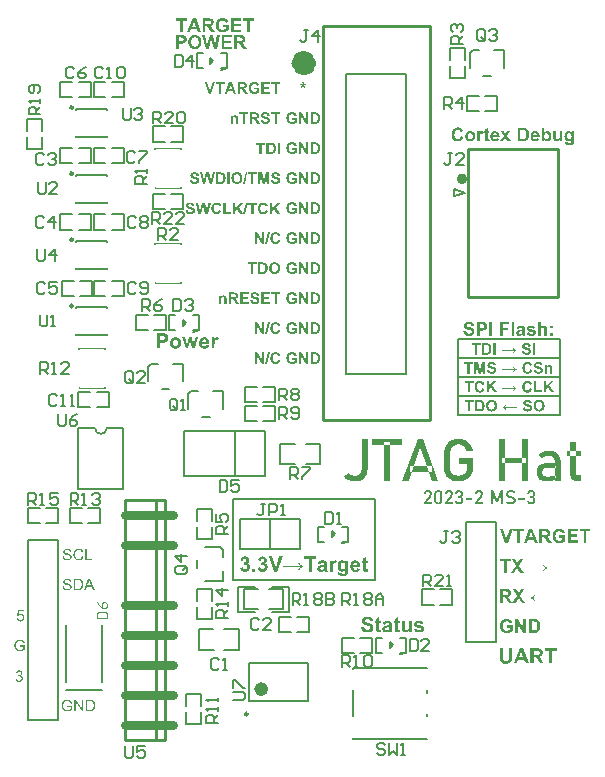
<source format=gto>
G04*
G04 #@! TF.GenerationSoftware,Altium Limited,Altium Designer,22.6.1 (34)*
G04*
G04 Layer_Color=65535*
%FSAX44Y44*%
%MOMM*%
G71*
G04*
G04 #@! TF.SameCoordinates,3ED828DF-7C99-4F06-8B8B-480B9A04C0B7*
G04*
G04*
G04 #@! TF.FilePolarity,Positive*
G04*
G01*
G75*
%ADD10C,0.2540*%
%ADD11C,0.2000*%
%ADD12C,0.6000*%
%ADD13C,0.2500*%
%ADD14C,0.4000*%
%ADD15C,1.1000*%
%ADD16C,0.1270*%
%ADD17C,0.1200*%
%ADD18C,0.8000*%
%ADD19C,0.1500*%
G36*
X01401019Y00859061D02*
X01401143D01*
X01401293Y00859036D01*
X01401468Y00859024D01*
X01401656Y00858986D01*
X01401868Y00858949D01*
X01402093Y00858886D01*
X01402331Y00858824D01*
X01402568Y00858736D01*
X01402805Y00858636D01*
X01403043Y00858511D01*
X01403280Y00858374D01*
X01403505Y00858211D01*
X01403718Y00858024D01*
X01403730Y00858011D01*
X01403743Y00857999D01*
X01403780Y00857962D01*
X01403830Y00857912D01*
X01403880Y00857849D01*
X01403943Y00857774D01*
X01404005Y00857674D01*
X01404080Y00857574D01*
X01404168Y00857462D01*
X01404243Y00857324D01*
X01404330Y00857187D01*
X01404405Y00857024D01*
X01404493Y00856849D01*
X01404568Y00856674D01*
X01404642Y00856474D01*
X01404705Y00856262D01*
X01402780Y00855800D01*
Y00855812D01*
X01402768Y00855837D01*
X01402755Y00855874D01*
X01402743Y00855925D01*
X01402693Y00856062D01*
X01402630Y00856224D01*
X01402531Y00856412D01*
X01402406Y00856612D01*
X01402243Y00856799D01*
X01402056Y00856974D01*
X01402031Y00856999D01*
X01401956Y00857049D01*
X01401843Y00857112D01*
X01401693Y00857199D01*
X01401506Y00857274D01*
X01401281Y00857349D01*
X01401019Y00857399D01*
X01400744Y00857412D01*
X01400644D01*
X01400569Y00857399D01*
X01400481Y00857387D01*
X01400369Y00857374D01*
X01400131Y00857312D01*
X01399856Y00857224D01*
X01399719Y00857162D01*
X01399569Y00857087D01*
X01399419Y00856999D01*
X01399281Y00856887D01*
X01399144Y00856774D01*
X01399019Y00856637D01*
X01399007Y00856624D01*
X01398994Y00856599D01*
X01398956Y00856549D01*
X01398919Y00856487D01*
X01398869Y00856412D01*
X01398806Y00856299D01*
X01398744Y00856187D01*
X01398694Y00856037D01*
X01398632Y00855874D01*
X01398569Y00855700D01*
X01398507Y00855487D01*
X01398457Y00855262D01*
X01398419Y00855025D01*
X01398382Y00854750D01*
X01398369Y00854462D01*
X01398357Y00854150D01*
Y00854125D01*
Y00854075D01*
Y00853975D01*
X01398369Y00853850D01*
X01398382Y00853700D01*
X01398394Y00853538D01*
X01398407Y00853338D01*
X01398444Y00853138D01*
X01398519Y00852713D01*
X01398632Y00852288D01*
X01398707Y00852076D01*
X01398794Y00851888D01*
X01398894Y00851713D01*
X01399007Y00851551D01*
X01399019Y00851538D01*
X01399032Y00851513D01*
X01399069Y00851476D01*
X01399119Y00851438D01*
X01399194Y00851376D01*
X01399269Y00851313D01*
X01399356Y00851238D01*
X01399469Y00851176D01*
X01399706Y00851026D01*
X01399994Y00850913D01*
X01400156Y00850863D01*
X01400331Y00850826D01*
X01400519Y00850801D01*
X01400706Y00850788D01*
X01400781D01*
X01400831Y00850801D01*
X01400981Y00850813D01*
X01401168Y00850851D01*
X01401368Y00850913D01*
X01401593Y00850988D01*
X01401818Y00851113D01*
X01402031Y00851276D01*
X01402043Y00851288D01*
X01402056Y00851301D01*
X01402118Y00851376D01*
X01402218Y00851488D01*
X01402343Y00851663D01*
X01402406Y00851763D01*
X01402481Y00851876D01*
X01402543Y00852001D01*
X01402606Y00852150D01*
X01402681Y00852300D01*
X01402731Y00852463D01*
X01402793Y00852650D01*
X01402843Y00852838D01*
X01404730Y00852251D01*
Y00852238D01*
X01404705Y00852176D01*
X01404680Y00852101D01*
X01404642Y00851988D01*
X01404592Y00851863D01*
X01404543Y00851713D01*
X01404468Y00851538D01*
X01404380Y00851363D01*
X01404180Y00850976D01*
X01404068Y00850776D01*
X01403930Y00850588D01*
X01403793Y00850388D01*
X01403630Y00850213D01*
X01403468Y00850039D01*
X01403280Y00849889D01*
X01403268Y00849876D01*
X01403230Y00849851D01*
X01403180Y00849814D01*
X01403105Y00849776D01*
X01403005Y00849714D01*
X01402881Y00849651D01*
X01402743Y00849576D01*
X01402593Y00849514D01*
X01402418Y00849439D01*
X01402218Y00849364D01*
X01402006Y00849301D01*
X01401781Y00849251D01*
X01401543Y00849201D01*
X01401281Y00849164D01*
X01401019Y00849139D01*
X01400731Y00849126D01*
X01400644D01*
X01400544Y00849139D01*
X01400419Y00849151D01*
X01400256Y00849164D01*
X01400056Y00849201D01*
X01399856Y00849239D01*
X01399619Y00849289D01*
X01399381Y00849364D01*
X01399119Y00849439D01*
X01398857Y00849551D01*
X01398594Y00849676D01*
X01398332Y00849826D01*
X01398069Y00850001D01*
X01397819Y00850201D01*
X01397582Y00850426D01*
X01397569Y00850438D01*
X01397532Y00850488D01*
X01397469Y00850563D01*
X01397394Y00850663D01*
X01397294Y00850801D01*
X01397194Y00850963D01*
X01397082Y00851151D01*
X01396969Y00851363D01*
X01396857Y00851613D01*
X01396745Y00851876D01*
X01396645Y00852176D01*
X01396545Y00852488D01*
X01396470Y00852838D01*
X01396407Y00853200D01*
X01396370Y00853600D01*
X01396357Y00854013D01*
Y00854025D01*
Y00854037D01*
Y00854075D01*
Y00854112D01*
X01396370Y00854238D01*
X01396382Y00854412D01*
X01396395Y00854612D01*
X01396420Y00854837D01*
X01396457Y00855100D01*
X01396507Y00855375D01*
X01396582Y00855675D01*
X01396657Y00855975D01*
X01396757Y00856287D01*
X01396882Y00856599D01*
X01397020Y00856899D01*
X01397182Y00857199D01*
X01397382Y00857474D01*
X01397594Y00857737D01*
X01397607Y00857749D01*
X01397657Y00857799D01*
X01397719Y00857861D01*
X01397819Y00857949D01*
X01397944Y00858049D01*
X01398094Y00858161D01*
X01398269Y00858286D01*
X01398469Y00858411D01*
X01398682Y00858536D01*
X01398931Y00858649D01*
X01399194Y00858761D01*
X01399481Y00858861D01*
X01399794Y00858949D01*
X01400131Y00859011D01*
X01400481Y00859061D01*
X01400844Y00859074D01*
X01400918D01*
X01401019Y00859061D01*
D02*
G37*
G36*
X01390921Y00849289D02*
X01388972D01*
X01385085Y00855575D01*
Y00849289D01*
X01383286D01*
Y00858899D01*
X01385160D01*
X01389122Y00852463D01*
Y00858899D01*
X01390921D01*
Y00849289D01*
D02*
G37*
G36*
X01393333Y00849126D02*
X01391983D01*
X01394345Y00859061D01*
X01395732D01*
X01393333Y00849126D01*
D02*
G37*
G36*
X01356293Y01141931D02*
X01356473Y01141916D01*
X01356668Y01141901D01*
X01356908Y01141871D01*
X01357162Y01141826D01*
X01357687Y01141721D01*
X01357971Y01141647D01*
X01358241Y01141557D01*
X01358526Y01141452D01*
X01358781Y01141332D01*
X01359035Y01141197D01*
X01359275Y01141032D01*
X01359290Y01141017D01*
X01359335Y01140987D01*
X01359395Y01140942D01*
X01359470Y01140867D01*
X01359575Y01140777D01*
X01359680Y01140673D01*
X01359800Y01140538D01*
X01359935Y01140388D01*
X01360054Y01140223D01*
X01360189Y01140028D01*
X01360324Y01139833D01*
X01360459Y01139609D01*
X01360564Y01139369D01*
X01360684Y01139114D01*
X01360774Y01138844D01*
X01360849Y01138559D01*
X01358541Y01138125D01*
Y01138140D01*
X01358526Y01138170D01*
X01358511Y01138200D01*
X01358496Y01138260D01*
X01358421Y01138410D01*
X01358331Y01138604D01*
X01358196Y01138814D01*
X01358046Y01139039D01*
X01357852Y01139264D01*
X01357612Y01139459D01*
X01357582Y01139474D01*
X01357492Y01139534D01*
X01357357Y01139609D01*
X01357162Y01139713D01*
X01356908Y01139803D01*
X01356623Y01139878D01*
X01356293Y01139938D01*
X01355933Y01139953D01*
X01355784D01*
X01355679Y01139938D01*
X01355559Y01139923D01*
X01355409Y01139908D01*
X01355244Y01139878D01*
X01355064Y01139833D01*
X01354675Y01139713D01*
X01354480Y01139639D01*
X01354285Y01139548D01*
X01354075Y01139429D01*
X01353880Y01139294D01*
X01353701Y01139144D01*
X01353521Y01138979D01*
X01353506Y01138964D01*
X01353476Y01138934D01*
X01353431Y01138874D01*
X01353386Y01138799D01*
X01353311Y01138694D01*
X01353236Y01138575D01*
X01353161Y01138425D01*
X01353071Y01138260D01*
X01352981Y01138065D01*
X01352906Y01137855D01*
X01352831Y01137615D01*
X01352756Y01137361D01*
X01352711Y01137076D01*
X01352666Y01136776D01*
X01352637Y01136446D01*
X01352621Y01136102D01*
Y01136072D01*
Y01136012D01*
Y01135907D01*
X01352637Y01135772D01*
X01352651Y01135592D01*
X01352666Y01135397D01*
X01352696Y01135188D01*
X01352741Y01134948D01*
X01352846Y01134453D01*
X01352921Y01134184D01*
X01352996Y01133929D01*
X01353101Y01133689D01*
X01353221Y01133449D01*
X01353356Y01133224D01*
X01353521Y01133015D01*
X01353536Y01133000D01*
X01353566Y01132970D01*
X01353611Y01132925D01*
X01353685Y01132850D01*
X01353775Y01132775D01*
X01353895Y01132700D01*
X01354015Y01132595D01*
X01354165Y01132505D01*
X01354330Y01132415D01*
X01354510Y01132325D01*
X01354704Y01132235D01*
X01354914Y01132160D01*
X01355154Y01132085D01*
X01355394Y01132041D01*
X01355649Y01132011D01*
X01355918Y01131996D01*
X01356038D01*
X01356188Y01132011D01*
X01356368Y01132026D01*
X01356593Y01132070D01*
X01356832Y01132115D01*
X01357102Y01132190D01*
X01357372Y01132280D01*
X01357387D01*
X01357402Y01132295D01*
X01357492Y01132325D01*
X01357627Y01132385D01*
X01357807Y01132475D01*
X01358001Y01132580D01*
X01358226Y01132685D01*
X01358436Y01132820D01*
X01358646Y01132970D01*
Y01134438D01*
X01355978D01*
Y01136386D01*
X01360999D01*
Y01131786D01*
X01360984Y01131771D01*
X01360969Y01131756D01*
X01360924Y01131711D01*
X01360864Y01131666D01*
X01360789Y01131606D01*
X01360699Y01131531D01*
X01360579Y01131456D01*
X01360459Y01131366D01*
X01360309Y01131276D01*
X01360159Y01131171D01*
X01359980Y01131067D01*
X01359785Y01130962D01*
X01359590Y01130857D01*
X01359365Y01130752D01*
X01359125Y01130647D01*
X01358871Y01130542D01*
X01358856D01*
X01358811Y01130512D01*
X01358736Y01130497D01*
X01358631Y01130452D01*
X01358511Y01130422D01*
X01358361Y01130377D01*
X01358196Y01130317D01*
X01358001Y01130272D01*
X01357807Y01130227D01*
X01357582Y01130167D01*
X01357102Y01130092D01*
X01356593Y01130032D01*
X01356068Y01130003D01*
X01355888D01*
X01355768Y01130017D01*
X01355604Y01130032D01*
X01355424Y01130047D01*
X01355214Y01130062D01*
X01354989Y01130092D01*
X01354749Y01130137D01*
X01354495Y01130182D01*
X01353970Y01130317D01*
X01353701Y01130407D01*
X01353431Y01130512D01*
X01353161Y01130617D01*
X01352906Y01130752D01*
X01352891Y01130767D01*
X01352846Y01130782D01*
X01352786Y01130827D01*
X01352681Y01130887D01*
X01352576Y01130977D01*
X01352442Y01131067D01*
X01352307Y01131186D01*
X01352157Y01131306D01*
X01351992Y01131456D01*
X01351827Y01131621D01*
X01351662Y01131801D01*
X01351497Y01131996D01*
X01351333Y01132205D01*
X01351183Y01132430D01*
X01351033Y01132670D01*
X01350898Y01132925D01*
Y01132940D01*
X01350868Y01132985D01*
X01350838Y01133075D01*
X01350793Y01133179D01*
X01350748Y01133299D01*
X01350688Y01133464D01*
X01350628Y01133644D01*
X01350568Y01133839D01*
X01350493Y01134064D01*
X01350434Y01134303D01*
X01350374Y01134558D01*
X01350329Y01134828D01*
X01350254Y01135397D01*
X01350239Y01135697D01*
X01350224Y01136012D01*
Y01136027D01*
Y01136087D01*
Y01136192D01*
X01350239Y01136312D01*
X01350254Y01136476D01*
X01350269Y01136656D01*
X01350284Y01136866D01*
X01350314Y01137091D01*
X01350359Y01137331D01*
X01350403Y01137585D01*
X01350538Y01138125D01*
X01350628Y01138395D01*
X01350733Y01138664D01*
X01350838Y01138934D01*
X01350973Y01139204D01*
X01350988Y01139219D01*
X01351003Y01139264D01*
X01351048Y01139339D01*
X01351108Y01139444D01*
X01351198Y01139548D01*
X01351288Y01139683D01*
X01351393Y01139833D01*
X01351528Y01139998D01*
X01351677Y01140178D01*
X01351842Y01140343D01*
X01352022Y01140523D01*
X01352217Y01140703D01*
X01352427Y01140882D01*
X01352666Y01141047D01*
X01352906Y01141212D01*
X01353176Y01141362D01*
X01353191D01*
X01353221Y01141392D01*
X01353296Y01141422D01*
X01353371Y01141452D01*
X01353491Y01141497D01*
X01353611Y01141542D01*
X01353760Y01141602D01*
X01353940Y01141662D01*
X01354135Y01141706D01*
X01354330Y01141767D01*
X01354570Y01141811D01*
X01354809Y01141856D01*
X01355064Y01141886D01*
X01355349Y01141916D01*
X01355933Y01141946D01*
X01356143D01*
X01356293Y01141931D01*
D02*
G37*
G36*
X01382204Y01139788D02*
X01378802D01*
Y01130212D01*
X01376479D01*
Y01139788D01*
X01373062D01*
Y01141737D01*
X01382204D01*
Y01139788D01*
D02*
G37*
G36*
X01371684D02*
X01365479D01*
Y01137241D01*
X01371249D01*
Y01135293D01*
X01365479D01*
Y01132160D01*
X01371909D01*
Y01130212D01*
X01363157D01*
Y01141737D01*
X01371684D01*
Y01139788D01*
D02*
G37*
G36*
X01344349Y01141721D02*
X01344529D01*
X01344724Y01141706D01*
X01344934Y01141692D01*
X01345368Y01141662D01*
X01345818Y01141602D01*
X01346028Y01141572D01*
X01346237Y01141527D01*
X01346417Y01141482D01*
X01346582Y01141422D01*
X01346597D01*
X01346627Y01141407D01*
X01346657Y01141392D01*
X01346717Y01141362D01*
X01346882Y01141287D01*
X01347062Y01141167D01*
X01347287Y01141017D01*
X01347511Y01140822D01*
X01347721Y01140583D01*
X01347931Y01140313D01*
Y01140298D01*
X01347946Y01140283D01*
X01347976Y01140238D01*
X01348006Y01140178D01*
X01348051Y01140103D01*
X01348096Y01140013D01*
X01348186Y01139788D01*
X01348275Y01139519D01*
X01348365Y01139219D01*
X01348425Y01138874D01*
X01348440Y01138500D01*
Y01138484D01*
Y01138440D01*
Y01138380D01*
X01348425Y01138290D01*
X01348410Y01138170D01*
X01348395Y01138050D01*
X01348380Y01137900D01*
X01348351Y01137750D01*
X01348260Y01137405D01*
X01348126Y01137046D01*
X01348036Y01136866D01*
X01347931Y01136686D01*
X01347811Y01136521D01*
X01347676Y01136357D01*
X01347661Y01136341D01*
X01347646Y01136327D01*
X01347601Y01136282D01*
X01347526Y01136222D01*
X01347451Y01136162D01*
X01347361Y01136087D01*
X01347242Y01135997D01*
X01347107Y01135907D01*
X01346957Y01135817D01*
X01346777Y01135727D01*
X01346597Y01135637D01*
X01346387Y01135547D01*
X01346163Y01135472D01*
X01345923Y01135397D01*
X01345668Y01135338D01*
X01345383Y01135293D01*
X01345398D01*
X01345413Y01135277D01*
X01345518Y01135218D01*
X01345653Y01135128D01*
X01345833Y01135008D01*
X01346028Y01134858D01*
X01346237Y01134693D01*
X01346432Y01134513D01*
X01346627Y01134318D01*
X01346657Y01134288D01*
X01346717Y01134213D01*
X01346822Y01134079D01*
X01346897Y01133989D01*
X01346987Y01133884D01*
X01347077Y01133764D01*
X01347167Y01133629D01*
X01347287Y01133479D01*
X01347406Y01133314D01*
X01347526Y01133135D01*
X01347661Y01132925D01*
X01347811Y01132700D01*
X01347961Y01132460D01*
X01349370Y01130212D01*
X01346582D01*
X01344904Y01132715D01*
X01344889Y01132730D01*
X01344859Y01132775D01*
X01344814Y01132835D01*
X01344754Y01132925D01*
X01344679Y01133045D01*
X01344604Y01133165D01*
X01344409Y01133434D01*
X01344214Y01133719D01*
X01344005Y01134004D01*
X01343915Y01134124D01*
X01343825Y01134243D01*
X01343750Y01134333D01*
X01343675Y01134408D01*
X01343660Y01134423D01*
X01343615Y01134468D01*
X01343555Y01134528D01*
X01343465Y01134603D01*
X01343360Y01134678D01*
X01343240Y01134753D01*
X01343105Y01134828D01*
X01342970Y01134888D01*
X01342955D01*
X01342896Y01134903D01*
X01342821Y01134933D01*
X01342686Y01134963D01*
X01342521Y01134978D01*
X01342326Y01135008D01*
X01342086Y01135023D01*
X01341337D01*
Y01130212D01*
X01339014D01*
Y01141737D01*
X01344199D01*
X01344349Y01141721D01*
D02*
G37*
G36*
X01337770Y01130212D02*
X01335238D01*
X01334219Y01132835D01*
X01329618D01*
X01328659Y01130212D01*
X01326201D01*
X01330682Y01141737D01*
X01333170D01*
X01337770Y01130212D01*
D02*
G37*
G36*
X01325871Y01139788D02*
X01322470D01*
Y01130212D01*
X01320147D01*
Y01139788D01*
X01316730D01*
Y01141737D01*
X01325871D01*
Y01139788D01*
D02*
G37*
G36*
X01351168Y01115964D02*
X01348680D01*
X01346402Y01124566D01*
X01344109Y01115964D01*
X01341577D01*
X01338849Y01127488D01*
X01341232D01*
X01342955Y01119560D01*
X01345069Y01127488D01*
X01347826D01*
X01349849Y01119425D01*
X01351602Y01127488D01*
X01353955D01*
X01351168Y01115964D01*
D02*
G37*
G36*
X01371234Y01127473D02*
X01371414D01*
X01371609Y01127458D01*
X01371819Y01127443D01*
X01372253Y01127413D01*
X01372703Y01127353D01*
X01372912Y01127323D01*
X01373122Y01127278D01*
X01373302Y01127233D01*
X01373467Y01127173D01*
X01373482D01*
X01373512Y01127158D01*
X01373542Y01127143D01*
X01373602Y01127113D01*
X01373767Y01127038D01*
X01373947Y01126918D01*
X01374171Y01126768D01*
X01374396Y01126574D01*
X01374606Y01126334D01*
X01374816Y01126064D01*
Y01126049D01*
X01374831Y01126034D01*
X01374861Y01125989D01*
X01374891Y01125929D01*
X01374936Y01125854D01*
X01374981Y01125764D01*
X01375070Y01125540D01*
X01375160Y01125270D01*
X01375250Y01124970D01*
X01375310Y01124625D01*
X01375325Y01124251D01*
Y01124236D01*
Y01124191D01*
Y01124131D01*
X01375310Y01124041D01*
X01375295Y01123921D01*
X01375280Y01123801D01*
X01375265Y01123651D01*
X01375235Y01123502D01*
X01375145Y01123157D01*
X01375011Y01122797D01*
X01374921Y01122617D01*
X01374816Y01122438D01*
X01374696Y01122273D01*
X01374561Y01122108D01*
X01374546Y01122093D01*
X01374531Y01122078D01*
X01374486Y01122033D01*
X01374411Y01121973D01*
X01374336Y01121913D01*
X01374246Y01121838D01*
X01374126Y01121748D01*
X01373992Y01121658D01*
X01373842Y01121568D01*
X01373662Y01121478D01*
X01373482Y01121388D01*
X01373272Y01121299D01*
X01373047Y01121224D01*
X01372808Y01121149D01*
X01372553Y01121089D01*
X01372268Y01121044D01*
X01372283D01*
X01372298Y01121029D01*
X01372403Y01120969D01*
X01372538Y01120879D01*
X01372718Y01120759D01*
X01372912Y01120609D01*
X01373122Y01120444D01*
X01373317Y01120265D01*
X01373512Y01120070D01*
X01373542Y01120040D01*
X01373602Y01119965D01*
X01373707Y01119830D01*
X01373782Y01119740D01*
X01373872Y01119635D01*
X01373961Y01119515D01*
X01374052Y01119380D01*
X01374171Y01119230D01*
X01374291Y01119066D01*
X01374411Y01118886D01*
X01374546Y01118676D01*
X01374696Y01118451D01*
X01374846Y01118212D01*
X01376254Y01115964D01*
X01373467D01*
X01371789Y01118466D01*
X01371774Y01118481D01*
X01371744Y01118526D01*
X01371699Y01118586D01*
X01371639Y01118676D01*
X01371564Y01118796D01*
X01371489Y01118916D01*
X01371294Y01119186D01*
X01371099Y01119470D01*
X01370889Y01119755D01*
X01370800Y01119875D01*
X01370710Y01119995D01*
X01370635Y01120085D01*
X01370560Y01120160D01*
X01370545Y01120175D01*
X01370500Y01120220D01*
X01370440Y01120279D01*
X01370350Y01120355D01*
X01370245Y01120429D01*
X01370125Y01120504D01*
X01369990Y01120579D01*
X01369855Y01120639D01*
X01369840D01*
X01369780Y01120654D01*
X01369706Y01120684D01*
X01369571Y01120714D01*
X01369406Y01120729D01*
X01369211Y01120759D01*
X01368971Y01120774D01*
X01368222D01*
Y01115964D01*
X01365899D01*
Y01127488D01*
X01371084D01*
X01371234Y01127473D01*
D02*
G37*
G36*
X01363696Y01125540D02*
X01357492D01*
Y01122992D01*
X01363262D01*
Y01121044D01*
X01357492D01*
Y01117912D01*
X01363921D01*
Y01115964D01*
X01355169D01*
Y01127488D01*
X01363696D01*
Y01125540D01*
D02*
G37*
G36*
X01321151Y01127473D02*
X01321586D01*
X01322065Y01127443D01*
X01322515Y01127413D01*
X01322724Y01127398D01*
X01322919Y01127368D01*
X01323084Y01127338D01*
X01323219Y01127308D01*
X01323234D01*
X01323264Y01127293D01*
X01323309Y01127278D01*
X01323384Y01127248D01*
X01323459Y01127218D01*
X01323564Y01127188D01*
X01323788Y01127068D01*
X01324043Y01126918D01*
X01324328Y01126723D01*
X01324598Y01126484D01*
X01324867Y01126184D01*
X01324882Y01126169D01*
X01324897Y01126139D01*
X01324927Y01126094D01*
X01324972Y01126034D01*
X01325017Y01125944D01*
X01325077Y01125839D01*
X01325137Y01125720D01*
X01325212Y01125585D01*
X01325272Y01125420D01*
X01325332Y01125255D01*
X01325392Y01125075D01*
X01325437Y01124865D01*
X01325512Y01124431D01*
X01325542Y01124191D01*
Y01123936D01*
Y01123921D01*
Y01123891D01*
Y01123831D01*
Y01123756D01*
X01325527Y01123666D01*
Y01123561D01*
X01325497Y01123322D01*
X01325452Y01123037D01*
X01325377Y01122737D01*
X01325287Y01122438D01*
X01325152Y01122153D01*
Y01122138D01*
X01325137Y01122123D01*
X01325077Y01122033D01*
X01325002Y01121898D01*
X01324882Y01121748D01*
X01324733Y01121553D01*
X01324568Y01121374D01*
X01324373Y01121179D01*
X01324163Y01121014D01*
X01324133Y01120999D01*
X01324058Y01120954D01*
X01323953Y01120879D01*
X01323788Y01120789D01*
X01323609Y01120699D01*
X01323414Y01120609D01*
X01323189Y01120534D01*
X01322964Y01120474D01*
X01322919D01*
X01322874Y01120459D01*
X01322814Y01120444D01*
X01322724Y01120429D01*
X01322619D01*
X01322500Y01120414D01*
X01322350Y01120399D01*
X01322200Y01120384D01*
X01322020Y01120369D01*
X01321825Y01120355D01*
X01321600Y01120340D01*
X01321376Y01120324D01*
X01321121D01*
X01320851Y01120310D01*
X01319053D01*
Y01115964D01*
X01316730D01*
Y01127488D01*
X01320956D01*
X01321151Y01127473D01*
D02*
G37*
G36*
X01332780Y01127683D02*
X01332960Y01127668D01*
X01333185Y01127653D01*
X01333424Y01127608D01*
X01333709Y01127563D01*
X01334009Y01127503D01*
X01334324Y01127413D01*
X01334653Y01127308D01*
X01334998Y01127188D01*
X01335343Y01127023D01*
X01335672Y01126843D01*
X01336002Y01126634D01*
X01336317Y01126394D01*
X01336616Y01126109D01*
X01336631Y01126094D01*
X01336676Y01126034D01*
X01336751Y01125944D01*
X01336856Y01125824D01*
X01336976Y01125659D01*
X01337096Y01125465D01*
X01337246Y01125225D01*
X01337381Y01124970D01*
X01337531Y01124670D01*
X01337665Y01124341D01*
X01337785Y01123981D01*
X01337905Y01123577D01*
X01338010Y01123157D01*
X01338085Y01122707D01*
X01338130Y01122213D01*
X01338145Y01121703D01*
Y01121688D01*
Y01121673D01*
Y01121583D01*
X01338130Y01121433D01*
X01338115Y01121239D01*
X01338100Y01120999D01*
X01338070Y01120729D01*
X01338010Y01120429D01*
X01337950Y01120100D01*
X01337875Y01119755D01*
X01337770Y01119410D01*
X01337650Y01119036D01*
X01337501Y01118676D01*
X01337321Y01118316D01*
X01337126Y01117972D01*
X01336886Y01117642D01*
X01336616Y01117327D01*
X01336601Y01117312D01*
X01336541Y01117267D01*
X01336467Y01117177D01*
X01336347Y01117087D01*
X01336182Y01116968D01*
X01336002Y01116833D01*
X01335792Y01116683D01*
X01335537Y01116548D01*
X01335268Y01116398D01*
X01334968Y01116248D01*
X01334638Y01116113D01*
X01334279Y01115994D01*
X01333889Y01115904D01*
X01333469Y01115829D01*
X01333035Y01115769D01*
X01332570Y01115754D01*
X01332450D01*
X01332330Y01115769D01*
X01332151Y01115784D01*
X01331926Y01115799D01*
X01331686Y01115844D01*
X01331401Y01115889D01*
X01331102Y01115949D01*
X01330787Y01116039D01*
X01330442Y01116128D01*
X01330112Y01116263D01*
X01329768Y01116413D01*
X01329438Y01116593D01*
X01329108Y01116803D01*
X01328794Y01117043D01*
X01328494Y01117312D01*
X01328479Y01117327D01*
X01328434Y01117387D01*
X01328359Y01117477D01*
X01328254Y01117597D01*
X01328149Y01117762D01*
X01328015Y01117957D01*
X01327880Y01118182D01*
X01327745Y01118451D01*
X01327595Y01118736D01*
X01327460Y01119066D01*
X01327325Y01119410D01*
X01327220Y01119800D01*
X01327115Y01120220D01*
X01327040Y01120669D01*
X01326995Y01121134D01*
X01326980Y01121643D01*
Y01121658D01*
Y01121718D01*
Y01121808D01*
X01326995Y01121943D01*
Y01122093D01*
X01327010Y01122273D01*
X01327025Y01122467D01*
X01327040Y01122677D01*
X01327115Y01123142D01*
X01327205Y01123636D01*
X01327325Y01124146D01*
X01327505Y01124611D01*
Y01124625D01*
X01327520Y01124656D01*
X01327550Y01124700D01*
X01327580Y01124760D01*
X01327670Y01124925D01*
X01327790Y01125135D01*
X01327939Y01125390D01*
X01328119Y01125645D01*
X01328329Y01125914D01*
X01328569Y01126184D01*
X01328584Y01126199D01*
X01328599Y01126214D01*
X01328689Y01126304D01*
X01328824Y01126424D01*
X01329003Y01126574D01*
X01329228Y01126753D01*
X01329483Y01126918D01*
X01329753Y01127083D01*
X01330053Y01127233D01*
X01330067D01*
X01330098Y01127248D01*
X01330157Y01127278D01*
X01330247Y01127308D01*
X01330352Y01127338D01*
X01330472Y01127383D01*
X01330607Y01127428D01*
X01330772Y01127473D01*
X01330937Y01127503D01*
X01331132Y01127548D01*
X01331551Y01127623D01*
X01332031Y01127683D01*
X01332540Y01127698D01*
X01332660D01*
X01332780Y01127683D01*
D02*
G37*
G36*
X01415061Y01062268D02*
X01415211Y01062255D01*
X01415374Y01062243D01*
X01415574Y01062217D01*
X01415786Y01062180D01*
X01416223Y01062093D01*
X01416461Y01062030D01*
X01416686Y01061955D01*
X01416923Y01061868D01*
X01417136Y01061768D01*
X01417348Y01061655D01*
X01417548Y01061518D01*
X01417561Y01061505D01*
X01417598Y01061480D01*
X01417648Y01061443D01*
X01417711Y01061380D01*
X01417798Y01061305D01*
X01417885Y01061218D01*
X01417986Y01061105D01*
X01418098Y01060980D01*
X01418198Y01060843D01*
X01418310Y01060680D01*
X01418423Y01060518D01*
X01418535Y01060331D01*
X01418623Y01060130D01*
X01418723Y01059918D01*
X01418798Y01059693D01*
X01418860Y01059456D01*
X01416936Y01059093D01*
Y01059106D01*
X01416923Y01059131D01*
X01416911Y01059156D01*
X01416898Y01059206D01*
X01416836Y01059331D01*
X01416761Y01059493D01*
X01416648Y01059668D01*
X01416523Y01059856D01*
X01416361Y01060043D01*
X01416161Y01060206D01*
X01416136Y01060218D01*
X01416061Y01060268D01*
X01415948Y01060331D01*
X01415786Y01060418D01*
X01415574Y01060493D01*
X01415336Y01060555D01*
X01415061Y01060605D01*
X01414761Y01060618D01*
X01414636D01*
X01414549Y01060605D01*
X01414449Y01060593D01*
X01414324Y01060580D01*
X01414186Y01060555D01*
X01414037Y01060518D01*
X01413712Y01060418D01*
X01413549Y01060356D01*
X01413387Y01060281D01*
X01413212Y01060181D01*
X01413049Y01060068D01*
X01412899Y01059943D01*
X01412749Y01059806D01*
X01412737Y01059793D01*
X01412712Y01059768D01*
X01412674Y01059718D01*
X01412637Y01059656D01*
X01412574Y01059568D01*
X01412512Y01059468D01*
X01412449Y01059343D01*
X01412374Y01059206D01*
X01412299Y01059043D01*
X01412237Y01058868D01*
X01412174Y01058668D01*
X01412112Y01058456D01*
X01412074Y01058219D01*
X01412037Y01057969D01*
X01412012Y01057694D01*
X01412000Y01057406D01*
Y01057381D01*
Y01057331D01*
Y01057244D01*
X01412012Y01057131D01*
X01412025Y01056981D01*
X01412037Y01056819D01*
X01412062Y01056644D01*
X01412099Y01056444D01*
X01412187Y01056032D01*
X01412249Y01055807D01*
X01412312Y01055594D01*
X01412399Y01055394D01*
X01412499Y01055194D01*
X01412612Y01055007D01*
X01412749Y01054832D01*
X01412762Y01054819D01*
X01412787Y01054794D01*
X01412824Y01054757D01*
X01412887Y01054694D01*
X01412962Y01054632D01*
X01413062Y01054569D01*
X01413162Y01054482D01*
X01413287Y01054407D01*
X01413424Y01054332D01*
X01413574Y01054257D01*
X01413737Y01054182D01*
X01413911Y01054120D01*
X01414111Y01054057D01*
X01414311Y01054020D01*
X01414524Y01053995D01*
X01414749Y01053982D01*
X01414849D01*
X01414974Y01053995D01*
X01415124Y01054007D01*
X01415311Y01054045D01*
X01415511Y01054082D01*
X01415736Y01054145D01*
X01415961Y01054220D01*
X01415974D01*
X01415986Y01054232D01*
X01416061Y01054257D01*
X01416173Y01054307D01*
X01416323Y01054382D01*
X01416486Y01054470D01*
X01416673Y01054557D01*
X01416848Y01054669D01*
X01417023Y01054794D01*
Y01056019D01*
X01414799D01*
Y01057644D01*
X01418985D01*
Y01053807D01*
X01418973Y01053795D01*
X01418960Y01053782D01*
X01418923Y01053745D01*
X01418873Y01053707D01*
X01418810Y01053657D01*
X01418735Y01053595D01*
X01418635Y01053532D01*
X01418535Y01053457D01*
X01418410Y01053382D01*
X01418285Y01053295D01*
X01418135Y01053207D01*
X01417973Y01053120D01*
X01417811Y01053032D01*
X01417623Y01052945D01*
X01417423Y01052857D01*
X01417211Y01052770D01*
X01417198D01*
X01417161Y01052745D01*
X01417098Y01052732D01*
X01417011Y01052695D01*
X01416911Y01052670D01*
X01416786Y01052632D01*
X01416648Y01052582D01*
X01416486Y01052545D01*
X01416323Y01052507D01*
X01416136Y01052458D01*
X01415736Y01052395D01*
X01415311Y01052345D01*
X01414874Y01052320D01*
X01414724D01*
X01414624Y01052333D01*
X01414486Y01052345D01*
X01414336Y01052357D01*
X01414161Y01052370D01*
X01413974Y01052395D01*
X01413774Y01052432D01*
X01413562Y01052470D01*
X01413124Y01052582D01*
X01412899Y01052657D01*
X01412674Y01052745D01*
X01412449Y01052832D01*
X01412237Y01052945D01*
X01412224Y01052957D01*
X01412187Y01052970D01*
X01412137Y01053007D01*
X01412050Y01053057D01*
X01411962Y01053132D01*
X01411850Y01053207D01*
X01411737Y01053307D01*
X01411612Y01053407D01*
X01411475Y01053532D01*
X01411337Y01053670D01*
X01411200Y01053820D01*
X01411062Y01053982D01*
X01410925Y01054157D01*
X01410800Y01054344D01*
X01410675Y01054544D01*
X01410562Y01054757D01*
Y01054769D01*
X01410537Y01054807D01*
X01410512Y01054882D01*
X01410475Y01054969D01*
X01410437Y01055069D01*
X01410387Y01055207D01*
X01410337Y01055357D01*
X01410287Y01055519D01*
X01410225Y01055707D01*
X01410175Y01055907D01*
X01410125Y01056119D01*
X01410087Y01056344D01*
X01410025Y01056819D01*
X01410013Y01057069D01*
X01410000Y01057331D01*
Y01057344D01*
Y01057394D01*
Y01057481D01*
X01410013Y01057581D01*
X01410025Y01057719D01*
X01410038Y01057869D01*
X01410050Y01058044D01*
X01410075Y01058231D01*
X01410112Y01058431D01*
X01410150Y01058643D01*
X01410262Y01059093D01*
X01410337Y01059318D01*
X01410425Y01059543D01*
X01410512Y01059768D01*
X01410625Y01059993D01*
X01410637Y01060006D01*
X01410650Y01060043D01*
X01410687Y01060106D01*
X01410737Y01060193D01*
X01410812Y01060281D01*
X01410887Y01060393D01*
X01410975Y01060518D01*
X01411087Y01060655D01*
X01411212Y01060805D01*
X01411350Y01060943D01*
X01411500Y01061093D01*
X01411662Y01061243D01*
X01411837Y01061393D01*
X01412037Y01061530D01*
X01412237Y01061668D01*
X01412462Y01061793D01*
X01412474D01*
X01412499Y01061818D01*
X01412562Y01061843D01*
X01412624Y01061868D01*
X01412724Y01061905D01*
X01412824Y01061943D01*
X01412949Y01061992D01*
X01413099Y01062042D01*
X01413262Y01062080D01*
X01413424Y01062130D01*
X01413624Y01062168D01*
X01413824Y01062205D01*
X01414037Y01062230D01*
X01414274Y01062255D01*
X01414761Y01062280D01*
X01414936D01*
X01415061Y01062268D01*
D02*
G37*
G36*
X01428420Y01052495D02*
X01426471D01*
X01422584Y01058781D01*
Y01052495D01*
X01420785D01*
Y01062105D01*
X01422659D01*
X01426621Y01055669D01*
Y01062105D01*
X01428420D01*
Y01052495D01*
D02*
G37*
G36*
X01434419Y01062093D02*
X01434544D01*
X01434681Y01062080D01*
X01434981Y01062055D01*
X01435293Y01062030D01*
X01435581Y01061980D01*
X01435718Y01061955D01*
X01435843Y01061918D01*
X01435856D01*
X01435881Y01061905D01*
X01435931Y01061893D01*
X01435981Y01061868D01*
X01436056Y01061843D01*
X01436143Y01061805D01*
X01436343Y01061718D01*
X01436568Y01061593D01*
X01436818Y01061443D01*
X01437056Y01061255D01*
X01437293Y01061030D01*
X01437305Y01061018D01*
X01437318Y01061005D01*
X01437355Y01060968D01*
X01437393Y01060918D01*
X01437443Y01060855D01*
X01437505Y01060780D01*
X01437630Y01060593D01*
X01437780Y01060368D01*
X01437930Y01060106D01*
X01438080Y01059806D01*
X01438205Y01059468D01*
Y01059456D01*
X01438218Y01059431D01*
X01438230Y01059381D01*
X01438255Y01059306D01*
X01438280Y01059218D01*
X01438305Y01059106D01*
X01438343Y01058981D01*
X01438368Y01058843D01*
X01438393Y01058693D01*
X01438430Y01058518D01*
X01438455Y01058331D01*
X01438480Y01058131D01*
X01438505Y01057919D01*
X01438518Y01057694D01*
X01438530Y01057206D01*
Y01057194D01*
Y01057156D01*
Y01057094D01*
Y01057006D01*
X01438518Y01056906D01*
Y01056781D01*
X01438505Y01056656D01*
X01438493Y01056506D01*
X01438455Y01056181D01*
X01438405Y01055844D01*
X01438330Y01055494D01*
X01438230Y01055157D01*
Y01055144D01*
X01438218Y01055107D01*
X01438193Y01055057D01*
X01438168Y01054982D01*
X01438130Y01054894D01*
X01438080Y01054794D01*
X01437968Y01054557D01*
X01437818Y01054282D01*
X01437643Y01053995D01*
X01437431Y01053720D01*
X01437193Y01053457D01*
X01437168Y01053432D01*
X01437106Y01053382D01*
X01436993Y01053295D01*
X01436831Y01053182D01*
X01436643Y01053057D01*
X01436406Y01052932D01*
X01436143Y01052807D01*
X01435831Y01052695D01*
X01435818D01*
X01435806Y01052682D01*
X01435768D01*
X01435718Y01052670D01*
X01435656Y01052645D01*
X01435569Y01052632D01*
X01435481Y01052620D01*
X01435381Y01052595D01*
X01435256Y01052582D01*
X01435131Y01052558D01*
X01434844Y01052533D01*
X01434506Y01052507D01*
X01434119Y01052495D01*
X01430470D01*
Y01062105D01*
X01434306D01*
X01434419Y01062093D01*
D02*
G37*
G36*
X01424753Y01087630D02*
Y01087605D01*
Y01087555D01*
Y01087505D01*
X01424740Y01087430D01*
Y01087355D01*
X01424727Y01087255D01*
X01424715Y01087143D01*
X01424702Y01087005D01*
X01424690Y01086868D01*
X01424677Y01086705D01*
X01424653Y01086530D01*
X01424628Y01086330D01*
X01424603Y01086118D01*
X01424565Y01085893D01*
X01424577D01*
X01424590Y01085906D01*
X01424628Y01085918D01*
X01424690Y01085956D01*
X01424765Y01085981D01*
X01424865Y01086030D01*
X01424990Y01086093D01*
X01425140Y01086155D01*
X01425152D01*
X01425165Y01086168D01*
X01425240Y01086205D01*
X01425352Y01086255D01*
X01425502Y01086318D01*
X01425665Y01086380D01*
X01425852Y01086468D01*
X01426227Y01086618D01*
X01426577Y01085431D01*
X01426564D01*
X01426539Y01085418D01*
X01426502D01*
X01426452Y01085406D01*
X01426377Y01085381D01*
X01426290Y01085368D01*
X01426202Y01085343D01*
X01426090Y01085331D01*
X01425840Y01085281D01*
X01425552Y01085218D01*
X01425227Y01085168D01*
X01424877Y01085106D01*
X01425677Y01084218D01*
X01425690Y01084206D01*
X01425715Y01084181D01*
X01425752Y01084131D01*
X01425815Y01084068D01*
X01425927Y01083919D01*
X01426052Y01083781D01*
X01425040Y01083131D01*
X01424165Y01084581D01*
Y01084568D01*
X01424153Y01084543D01*
X01424128Y01084506D01*
X01424090Y01084456D01*
X01424053Y01084393D01*
X01424015Y01084318D01*
X01423903Y01084131D01*
X01423765Y01083906D01*
X01423615Y01083644D01*
X01423440Y01083369D01*
X01423253Y01083081D01*
X01422266Y01083844D01*
X01422291Y01083868D01*
X01422353Y01083931D01*
X01422441Y01084031D01*
X01422565Y01084168D01*
X01422715Y01084318D01*
X01422878Y01084493D01*
X01423065Y01084668D01*
X01423253Y01084856D01*
X01423265Y01084868D01*
X01423290Y01084893D01*
X01423365Y01084968D01*
X01423440Y01085043D01*
X01423478Y01085081D01*
X01423503Y01085106D01*
X01423490D01*
X01423465Y01085118D01*
X01423415D01*
X01423328Y01085143D01*
X01423203Y01085168D01*
X01423040Y01085206D01*
X01422940Y01085231D01*
X01422828Y01085256D01*
X01422703Y01085281D01*
X01422565Y01085318D01*
X01422540Y01085331D01*
X01422478Y01085343D01*
X01422378Y01085368D01*
X01422266Y01085393D01*
X01422141Y01085431D01*
X01422016Y01085468D01*
X01421916Y01085506D01*
X01421828Y01085531D01*
X01422216Y01086680D01*
X01422228D01*
X01422253Y01086668D01*
X01422303Y01086643D01*
X01422366Y01086618D01*
X01422441Y01086580D01*
X01422528Y01086543D01*
X01422740Y01086455D01*
X01422978Y01086343D01*
X01423228Y01086205D01*
X01423503Y01086055D01*
X01423753Y01085906D01*
Y01085918D01*
Y01085956D01*
X01423740Y01086005D01*
X01423728Y01086080D01*
X01423715Y01086180D01*
X01423703Y01086280D01*
X01423678Y01086530D01*
X01423653Y01086805D01*
X01423628Y01087093D01*
X01423615Y01087393D01*
X01423603Y01087655D01*
X01424753D01*
Y01087630D01*
D02*
G37*
G36*
X01614332Y00834811D02*
X01614457D01*
X01614607Y00834786D01*
X01614782Y00834774D01*
X01614970Y00834736D01*
X01615182Y00834699D01*
X01615407Y00834636D01*
X01615644Y00834574D01*
X01615882Y00834486D01*
X01616119Y00834386D01*
X01616357Y00834261D01*
X01616594Y00834124D01*
X01616819Y00833961D01*
X01617032Y00833774D01*
X01617044Y00833762D01*
X01617057Y00833749D01*
X01617094Y00833711D01*
X01617144Y00833661D01*
X01617194Y00833599D01*
X01617256Y00833524D01*
X01617319Y00833424D01*
X01617394Y00833324D01*
X01617482Y00833212D01*
X01617556Y00833074D01*
X01617644Y00832937D01*
X01617719Y00832774D01*
X01617806Y00832599D01*
X01617881Y00832424D01*
X01617956Y00832224D01*
X01618019Y00832012D01*
X01616094Y00831550D01*
Y00831562D01*
X01616082Y00831587D01*
X01616069Y00831625D01*
X01616057Y00831674D01*
X01616007Y00831812D01*
X01615944Y00831974D01*
X01615844Y00832162D01*
X01615719Y00832362D01*
X01615557Y00832549D01*
X01615370Y00832724D01*
X01615345Y00832749D01*
X01615269Y00832799D01*
X01615157Y00832862D01*
X01615007Y00832949D01*
X01614820Y00833024D01*
X01614595Y00833099D01*
X01614332Y00833149D01*
X01614057Y00833162D01*
X01613957D01*
X01613882Y00833149D01*
X01613795Y00833137D01*
X01613682Y00833124D01*
X01613445Y00833062D01*
X01613170Y00832974D01*
X01613033Y00832912D01*
X01612883Y00832837D01*
X01612733Y00832749D01*
X01612595Y00832637D01*
X01612458Y00832524D01*
X01612333Y00832387D01*
X01612320Y00832374D01*
X01612308Y00832349D01*
X01612270Y00832299D01*
X01612233Y00832237D01*
X01612183Y00832162D01*
X01612120Y00832049D01*
X01612058Y00831937D01*
X01612008Y00831787D01*
X01611945Y00831625D01*
X01611883Y00831450D01*
X01611820Y00831237D01*
X01611770Y00831012D01*
X01611733Y00830775D01*
X01611696Y00830500D01*
X01611683Y00830212D01*
X01611671Y00829900D01*
Y00829875D01*
Y00829825D01*
Y00829725D01*
X01611683Y00829600D01*
X01611696Y00829450D01*
X01611708Y00829288D01*
X01611720Y00829088D01*
X01611758Y00828888D01*
X01611833Y00828463D01*
X01611945Y00828038D01*
X01612020Y00827825D01*
X01612108Y00827638D01*
X01612208Y00827463D01*
X01612320Y00827301D01*
X01612333Y00827288D01*
X01612345Y00827263D01*
X01612383Y00827226D01*
X01612433Y00827188D01*
X01612508Y00827126D01*
X01612583Y00827063D01*
X01612670Y00826988D01*
X01612783Y00826926D01*
X01613020Y00826776D01*
X01613307Y00826663D01*
X01613470Y00826613D01*
X01613645Y00826576D01*
X01613832Y00826551D01*
X01614020Y00826538D01*
X01614095D01*
X01614145Y00826551D01*
X01614295Y00826563D01*
X01614482Y00826601D01*
X01614682Y00826663D01*
X01614907Y00826738D01*
X01615132Y00826863D01*
X01615345Y00827026D01*
X01615357Y00827038D01*
X01615370Y00827051D01*
X01615432Y00827126D01*
X01615532Y00827238D01*
X01615657Y00827413D01*
X01615719Y00827513D01*
X01615794Y00827626D01*
X01615857Y00827750D01*
X01615919Y00827900D01*
X01615994Y00828051D01*
X01616044Y00828213D01*
X01616107Y00828400D01*
X01616157Y00828588D01*
X01618044Y00828000D01*
Y00827988D01*
X01618019Y00827925D01*
X01617994Y00827850D01*
X01617956Y00827738D01*
X01617906Y00827613D01*
X01617856Y00827463D01*
X01617781Y00827288D01*
X01617694Y00827113D01*
X01617494Y00826726D01*
X01617381Y00826526D01*
X01617244Y00826338D01*
X01617107Y00826139D01*
X01616944Y00825964D01*
X01616782Y00825788D01*
X01616594Y00825639D01*
X01616582Y00825626D01*
X01616544Y00825601D01*
X01616494Y00825564D01*
X01616419Y00825526D01*
X01616319Y00825464D01*
X01616194Y00825401D01*
X01616057Y00825326D01*
X01615907Y00825264D01*
X01615732Y00825189D01*
X01615532Y00825114D01*
X01615320Y00825051D01*
X01615095Y00825001D01*
X01614857Y00824951D01*
X01614595Y00824914D01*
X01614332Y00824889D01*
X01614045Y00824876D01*
X01613957D01*
X01613857Y00824889D01*
X01613732Y00824901D01*
X01613570Y00824914D01*
X01613370Y00824951D01*
X01613170Y00824989D01*
X01612933Y00825039D01*
X01612695Y00825114D01*
X01612433Y00825189D01*
X01612170Y00825301D01*
X01611908Y00825426D01*
X01611646Y00825576D01*
X01611383Y00825751D01*
X01611133Y00825951D01*
X01610896Y00826176D01*
X01610883Y00826188D01*
X01610846Y00826238D01*
X01610783Y00826313D01*
X01610708Y00826413D01*
X01610608Y00826551D01*
X01610508Y00826713D01*
X01610396Y00826901D01*
X01610283Y00827113D01*
X01610171Y00827363D01*
X01610058Y00827626D01*
X01609958Y00827925D01*
X01609858Y00828238D01*
X01609783Y00828588D01*
X01609721Y00828950D01*
X01609684Y00829350D01*
X01609671Y00829762D01*
Y00829775D01*
Y00829788D01*
Y00829825D01*
Y00829863D01*
X01609684Y00829987D01*
X01609696Y00830162D01*
X01609709Y00830362D01*
X01609733Y00830587D01*
X01609771Y00830850D01*
X01609821Y00831125D01*
X01609896Y00831425D01*
X01609971Y00831724D01*
X01610071Y00832037D01*
X01610196Y00832349D01*
X01610333Y00832649D01*
X01610496Y00832949D01*
X01610696Y00833224D01*
X01610908Y00833487D01*
X01610921Y00833499D01*
X01610971Y00833549D01*
X01611033Y00833612D01*
X01611133Y00833699D01*
X01611258Y00833799D01*
X01611408Y00833912D01*
X01611583Y00834036D01*
X01611783Y00834161D01*
X01611995Y00834286D01*
X01612245Y00834399D01*
X01612508Y00834511D01*
X01612795Y00834611D01*
X01613108Y00834699D01*
X01613445Y00834761D01*
X01613795Y00834811D01*
X01614157Y00834824D01*
X01614232D01*
X01614332Y00834811D01*
D02*
G37*
G36*
X01574068D02*
X01574193D01*
X01574342Y00834786D01*
X01574518Y00834774D01*
X01574705Y00834736D01*
X01574917Y00834699D01*
X01575142Y00834636D01*
X01575380Y00834574D01*
X01575617Y00834486D01*
X01575855Y00834386D01*
X01576092Y00834261D01*
X01576329Y00834124D01*
X01576555Y00833961D01*
X01576767Y00833774D01*
X01576779Y00833762D01*
X01576792Y00833749D01*
X01576829Y00833711D01*
X01576879Y00833661D01*
X01576929Y00833599D01*
X01576992Y00833524D01*
X01577054Y00833424D01*
X01577129Y00833324D01*
X01577217Y00833212D01*
X01577292Y00833074D01*
X01577379Y00832937D01*
X01577454Y00832774D01*
X01577542Y00832599D01*
X01577617Y00832424D01*
X01577692Y00832224D01*
X01577754Y00832012D01*
X01575830Y00831550D01*
Y00831562D01*
X01575817Y00831587D01*
X01575805Y00831625D01*
X01575792Y00831674D01*
X01575742Y00831812D01*
X01575680Y00831974D01*
X01575580Y00832162D01*
X01575455Y00832362D01*
X01575292Y00832549D01*
X01575105Y00832724D01*
X01575080Y00832749D01*
X01575005Y00832799D01*
X01574892Y00832862D01*
X01574742Y00832949D01*
X01574555Y00833024D01*
X01574330Y00833099D01*
X01574068Y00833149D01*
X01573793Y00833162D01*
X01573693D01*
X01573618Y00833149D01*
X01573530Y00833137D01*
X01573418Y00833124D01*
X01573180Y00833062D01*
X01572905Y00832974D01*
X01572768Y00832912D01*
X01572618Y00832837D01*
X01572468Y00832749D01*
X01572330Y00832637D01*
X01572193Y00832524D01*
X01572068Y00832387D01*
X01572056Y00832374D01*
X01572043Y00832349D01*
X01572006Y00832299D01*
X01571968Y00832237D01*
X01571918Y00832162D01*
X01571856Y00832049D01*
X01571793Y00831937D01*
X01571743Y00831787D01*
X01571681Y00831625D01*
X01571618Y00831450D01*
X01571556Y00831237D01*
X01571506Y00831012D01*
X01571468Y00830775D01*
X01571431Y00830500D01*
X01571418Y00830212D01*
X01571406Y00829900D01*
Y00829875D01*
Y00829825D01*
Y00829725D01*
X01571418Y00829600D01*
X01571431Y00829450D01*
X01571443Y00829288D01*
X01571456Y00829088D01*
X01571493Y00828888D01*
X01571568Y00828463D01*
X01571681Y00828038D01*
X01571756Y00827825D01*
X01571843Y00827638D01*
X01571943Y00827463D01*
X01572056Y00827301D01*
X01572068Y00827288D01*
X01572081Y00827263D01*
X01572118Y00827226D01*
X01572168Y00827188D01*
X01572243Y00827126D01*
X01572318Y00827063D01*
X01572406Y00826988D01*
X01572518Y00826926D01*
X01572755Y00826776D01*
X01573043Y00826663D01*
X01573205Y00826613D01*
X01573380Y00826576D01*
X01573568Y00826551D01*
X01573755Y00826538D01*
X01573830D01*
X01573880Y00826551D01*
X01574030Y00826563D01*
X01574218Y00826601D01*
X01574418Y00826663D01*
X01574642Y00826738D01*
X01574867Y00826863D01*
X01575080Y00827026D01*
X01575092Y00827038D01*
X01575105Y00827051D01*
X01575167Y00827126D01*
X01575267Y00827238D01*
X01575392Y00827413D01*
X01575455Y00827513D01*
X01575530Y00827626D01*
X01575592Y00827750D01*
X01575655Y00827900D01*
X01575730Y00828051D01*
X01575780Y00828213D01*
X01575842Y00828400D01*
X01575892Y00828588D01*
X01577779Y00828000D01*
Y00827988D01*
X01577754Y00827925D01*
X01577729Y00827850D01*
X01577692Y00827738D01*
X01577642Y00827613D01*
X01577592Y00827463D01*
X01577517Y00827288D01*
X01577429Y00827113D01*
X01577229Y00826726D01*
X01577117Y00826526D01*
X01576979Y00826338D01*
X01576842Y00826139D01*
X01576679Y00825964D01*
X01576517Y00825788D01*
X01576329Y00825639D01*
X01576317Y00825626D01*
X01576279Y00825601D01*
X01576230Y00825564D01*
X01576155Y00825526D01*
X01576055Y00825464D01*
X01575930Y00825401D01*
X01575792Y00825326D01*
X01575642Y00825264D01*
X01575467Y00825189D01*
X01575267Y00825114D01*
X01575055Y00825051D01*
X01574830Y00825001D01*
X01574592Y00824951D01*
X01574330Y00824914D01*
X01574068Y00824889D01*
X01573780Y00824876D01*
X01573693D01*
X01573593Y00824889D01*
X01573468Y00824901D01*
X01573305Y00824914D01*
X01573105Y00824951D01*
X01572905Y00824989D01*
X01572668Y00825039D01*
X01572431Y00825114D01*
X01572168Y00825189D01*
X01571906Y00825301D01*
X01571643Y00825426D01*
X01571381Y00825576D01*
X01571118Y00825751D01*
X01570868Y00825951D01*
X01570631Y00826176D01*
X01570618Y00826188D01*
X01570581Y00826238D01*
X01570518Y00826313D01*
X01570444Y00826413D01*
X01570343Y00826551D01*
X01570244Y00826713D01*
X01570131Y00826901D01*
X01570019Y00827113D01*
X01569906Y00827363D01*
X01569794Y00827626D01*
X01569694Y00827925D01*
X01569594Y00828238D01*
X01569519Y00828588D01*
X01569456Y00828950D01*
X01569419Y00829350D01*
X01569406Y00829762D01*
Y00829775D01*
Y00829788D01*
Y00829825D01*
Y00829863D01*
X01569419Y00829987D01*
X01569431Y00830162D01*
X01569444Y00830362D01*
X01569469Y00830587D01*
X01569506Y00830850D01*
X01569556Y00831125D01*
X01569631Y00831425D01*
X01569706Y00831724D01*
X01569806Y00832037D01*
X01569931Y00832349D01*
X01570069Y00832649D01*
X01570231Y00832949D01*
X01570431Y00833224D01*
X01570643Y00833487D01*
X01570656Y00833499D01*
X01570706Y00833549D01*
X01570768Y00833612D01*
X01570868Y00833699D01*
X01570993Y00833799D01*
X01571143Y00833912D01*
X01571318Y00834036D01*
X01571518Y00834161D01*
X01571731Y00834286D01*
X01571981Y00834399D01*
X01572243Y00834511D01*
X01572531Y00834611D01*
X01572843Y00834699D01*
X01573180Y00834761D01*
X01573530Y00834811D01*
X01573893Y00834824D01*
X01573968D01*
X01574068Y00834811D01*
D02*
G37*
G36*
X01632765Y00830912D02*
X01636589Y00825039D01*
X01634077D01*
X01631428Y00829550D01*
X01629853Y00827938D01*
Y00825039D01*
X01627916Y00825039D01*
Y00834649D01*
X01629853Y00834649D01*
Y00830375D01*
X01633790Y00834649D01*
X01636402D01*
X01632765Y00830912D01*
D02*
G37*
G36*
X01584303Y00830912D02*
X01588127Y00825039D01*
X01585615D01*
X01582965Y00829550D01*
X01581391Y00827938D01*
Y00825039D01*
X01579454D01*
Y00834649D01*
X01581391D01*
Y00830375D01*
X01585327Y00834649D01*
X01587939D01*
X01584303Y00830912D01*
D02*
G37*
G36*
X01602085Y00830762D02*
X01602110Y00830737D01*
X01602160Y00830687D01*
X01602223Y00830612D01*
X01602298Y00830537D01*
X01602385Y00830450D01*
X01602585Y00830237D01*
X01602823Y00830000D01*
X01603073Y00829750D01*
X01603335Y00829525D01*
X01603573Y00829313D01*
X01603585D01*
X01603598Y00829288D01*
X01603635Y00829263D01*
X01603685Y00829238D01*
X01603810Y00829150D01*
X01603960Y00829038D01*
X01604147Y00828925D01*
X01604347Y00828800D01*
X01604572Y00828688D01*
X01604785Y00828588D01*
Y00828288D01*
X01604772D01*
X01604760Y00828275D01*
X01604722Y00828250D01*
X01604672Y00828238D01*
X01604547Y00828163D01*
X01604385Y00828075D01*
X01604197Y00827951D01*
X01603972Y00827813D01*
X01603748Y00827663D01*
X01603522Y00827488D01*
X01603510D01*
X01603498Y00827463D01*
X01603460Y00827438D01*
X01603410Y00827401D01*
X01603285Y00827288D01*
X01603110Y00827126D01*
X01602898Y00826926D01*
X01602648Y00826676D01*
X01602373Y00826388D01*
X01602060Y00826064D01*
X01601561D01*
X01601573Y00826076D01*
X01601586Y00826126D01*
X01601623Y00826188D01*
X01601673Y00826276D01*
X01601723Y00826388D01*
X01601785Y00826513D01*
X01601861Y00826663D01*
X01601948Y00826813D01*
X01602148Y00827138D01*
X01602360Y00827476D01*
X01602598Y00827801D01*
X01602723Y00827951D01*
X01602848Y00828088D01*
X01592400D01*
Y00828750D01*
X01602848D01*
Y00828763D01*
X01602823Y00828775D01*
X01602773Y00828850D01*
X01602685Y00828963D01*
X01602585Y00829100D01*
X01602460Y00829250D01*
X01602348Y00829413D01*
X01602248Y00829563D01*
X01602160Y00829688D01*
X01602148Y00829700D01*
X01602123Y00829750D01*
X01602073Y00829825D01*
X01602010Y00829938D01*
X01601935Y00830087D01*
X01601823Y00830275D01*
X01601711Y00830500D01*
X01601573Y00830775D01*
X01602073D01*
X01602085Y00830762D01*
D02*
G37*
G36*
X01621693Y00826663D02*
X01626517D01*
Y00825039D01*
X01619756D01*
Y00834574D01*
X01621693D01*
Y00826663D01*
D02*
G37*
G36*
X01568494Y00833024D02*
X01565657D01*
Y00825039D01*
X01563720D01*
Y00833024D01*
X01560871D01*
Y00834649D01*
X01568494D01*
Y00833024D01*
D02*
G37*
G36*
X01383123Y01087818D02*
X01383273Y01087805D01*
X01383436Y01087793D01*
X01383635Y01087767D01*
X01383848Y01087730D01*
X01384285Y01087643D01*
X01384523Y01087580D01*
X01384748Y01087505D01*
X01384985Y01087418D01*
X01385197Y01087318D01*
X01385410Y01087205D01*
X01385610Y01087068D01*
X01385622Y01087055D01*
X01385660Y01087030D01*
X01385710Y01086993D01*
X01385772Y01086930D01*
X01385860Y01086855D01*
X01385947Y01086768D01*
X01386047Y01086655D01*
X01386160Y01086530D01*
X01386260Y01086393D01*
X01386372Y01086230D01*
X01386485Y01086068D01*
X01386597Y01085881D01*
X01386685Y01085680D01*
X01386785Y01085468D01*
X01386860Y01085243D01*
X01386922Y01085006D01*
X01384998Y01084643D01*
Y01084656D01*
X01384985Y01084681D01*
X01384973Y01084706D01*
X01384960Y01084756D01*
X01384898Y01084881D01*
X01384823Y01085043D01*
X01384710Y01085218D01*
X01384585Y01085406D01*
X01384423Y01085593D01*
X01384223Y01085755D01*
X01384198Y01085768D01*
X01384123Y01085818D01*
X01384010Y01085881D01*
X01383848Y01085968D01*
X01383635Y01086043D01*
X01383398Y01086105D01*
X01383123Y01086155D01*
X01382823Y01086168D01*
X01382698D01*
X01382611Y01086155D01*
X01382511Y01086143D01*
X01382386Y01086130D01*
X01382248Y01086105D01*
X01382098Y01086068D01*
X01381773Y01085968D01*
X01381611Y01085906D01*
X01381449Y01085831D01*
X01381273Y01085731D01*
X01381111Y01085618D01*
X01380961Y01085493D01*
X01380811Y01085356D01*
X01380799Y01085343D01*
X01380774Y01085318D01*
X01380736Y01085268D01*
X01380699Y01085206D01*
X01380636Y01085118D01*
X01380574Y01085018D01*
X01380511Y01084893D01*
X01380436Y01084756D01*
X01380361Y01084593D01*
X01380299Y01084418D01*
X01380236Y01084218D01*
X01380174Y01084006D01*
X01380136Y01083768D01*
X01380099Y01083519D01*
X01380074Y01083244D01*
X01380061Y01082956D01*
Y01082931D01*
Y01082881D01*
Y01082794D01*
X01380074Y01082681D01*
X01380086Y01082531D01*
X01380099Y01082369D01*
X01380124Y01082194D01*
X01380161Y01081994D01*
X01380249Y01081582D01*
X01380311Y01081357D01*
X01380374Y01081144D01*
X01380461Y01080944D01*
X01380561Y01080744D01*
X01380674Y01080557D01*
X01380811Y01080382D01*
X01380824Y01080369D01*
X01380849Y01080344D01*
X01380886Y01080307D01*
X01380949Y01080244D01*
X01381024Y01080182D01*
X01381124Y01080119D01*
X01381224Y01080032D01*
X01381349Y01079957D01*
X01381486Y01079882D01*
X01381636Y01079807D01*
X01381798Y01079732D01*
X01381973Y01079670D01*
X01382173Y01079607D01*
X01382373Y01079570D01*
X01382586Y01079545D01*
X01382811Y01079532D01*
X01382911D01*
X01383036Y01079545D01*
X01383185Y01079557D01*
X01383373Y01079595D01*
X01383573Y01079632D01*
X01383798Y01079695D01*
X01384023Y01079770D01*
X01384035D01*
X01384048Y01079782D01*
X01384123Y01079807D01*
X01384235Y01079857D01*
X01384385Y01079932D01*
X01384548Y01080020D01*
X01384735Y01080107D01*
X01384910Y01080219D01*
X01385085Y01080344D01*
Y01081569D01*
X01382861D01*
Y01083194D01*
X01387047D01*
Y01079357D01*
X01387035Y01079345D01*
X01387022Y01079332D01*
X01386985Y01079295D01*
X01386935Y01079257D01*
X01386872Y01079207D01*
X01386797Y01079145D01*
X01386697Y01079082D01*
X01386597Y01079007D01*
X01386472Y01078932D01*
X01386347Y01078845D01*
X01386197Y01078757D01*
X01386035Y01078670D01*
X01385872Y01078582D01*
X01385685Y01078495D01*
X01385485Y01078407D01*
X01385273Y01078320D01*
X01385260D01*
X01385222Y01078295D01*
X01385160Y01078282D01*
X01385073Y01078245D01*
X01384973Y01078220D01*
X01384848Y01078183D01*
X01384710Y01078132D01*
X01384548Y01078095D01*
X01384385Y01078057D01*
X01384198Y01078008D01*
X01383798Y01077945D01*
X01383373Y01077895D01*
X01382936Y01077870D01*
X01382786D01*
X01382686Y01077883D01*
X01382548Y01077895D01*
X01382398Y01077907D01*
X01382223Y01077920D01*
X01382036Y01077945D01*
X01381836Y01077982D01*
X01381623Y01078020D01*
X01381186Y01078132D01*
X01380961Y01078207D01*
X01380736Y01078295D01*
X01380511Y01078382D01*
X01380299Y01078495D01*
X01380286Y01078507D01*
X01380249Y01078520D01*
X01380199Y01078557D01*
X01380111Y01078607D01*
X01380024Y01078682D01*
X01379911Y01078757D01*
X01379799Y01078857D01*
X01379674Y01078957D01*
X01379536Y01079082D01*
X01379399Y01079220D01*
X01379262Y01079370D01*
X01379124Y01079532D01*
X01378987Y01079707D01*
X01378862Y01079894D01*
X01378737Y01080095D01*
X01378624Y01080307D01*
Y01080319D01*
X01378599Y01080357D01*
X01378574Y01080432D01*
X01378537Y01080519D01*
X01378499Y01080619D01*
X01378449Y01080757D01*
X01378399Y01080907D01*
X01378349Y01081069D01*
X01378287Y01081257D01*
X01378237Y01081457D01*
X01378187Y01081669D01*
X01378149Y01081894D01*
X01378087Y01082369D01*
X01378074Y01082619D01*
X01378062Y01082881D01*
Y01082894D01*
Y01082944D01*
Y01083031D01*
X01378074Y01083131D01*
X01378087Y01083269D01*
X01378099Y01083419D01*
X01378112Y01083594D01*
X01378137Y01083781D01*
X01378174Y01083981D01*
X01378212Y01084193D01*
X01378324Y01084643D01*
X01378399Y01084868D01*
X01378487Y01085093D01*
X01378574Y01085318D01*
X01378687Y01085543D01*
X01378699Y01085556D01*
X01378712Y01085593D01*
X01378749Y01085656D01*
X01378799Y01085743D01*
X01378874Y01085831D01*
X01378949Y01085943D01*
X01379037Y01086068D01*
X01379149Y01086205D01*
X01379274Y01086355D01*
X01379411Y01086493D01*
X01379561Y01086643D01*
X01379724Y01086793D01*
X01379899Y01086943D01*
X01380099Y01087080D01*
X01380299Y01087218D01*
X01380524Y01087343D01*
X01380536D01*
X01380561Y01087368D01*
X01380624Y01087393D01*
X01380686Y01087418D01*
X01380786Y01087455D01*
X01380886Y01087493D01*
X01381011Y01087543D01*
X01381161Y01087592D01*
X01381324Y01087630D01*
X01381486Y01087680D01*
X01381686Y01087718D01*
X01381886Y01087755D01*
X01382098Y01087780D01*
X01382336Y01087805D01*
X01382823Y01087830D01*
X01382998D01*
X01383123Y01087818D01*
D02*
G37*
G36*
X01346382Y01078045D02*
X01344308D01*
X01340884Y01087655D01*
X01342983D01*
X01345408Y01080544D01*
X01347770Y01087655D01*
X01349832D01*
X01346382Y01078045D01*
D02*
G37*
G36*
X01404730Y01086030D02*
X01401893D01*
Y01078045D01*
X01399956D01*
Y01086030D01*
X01397107D01*
Y01087655D01*
X01404730D01*
Y01086030D01*
D02*
G37*
G36*
X01395957D02*
X01390784D01*
Y01083906D01*
X01395595D01*
Y01082281D01*
X01390784D01*
Y01079670D01*
X01396145D01*
Y01078045D01*
X01388847D01*
Y01087655D01*
X01395957D01*
Y01086030D01*
D02*
G37*
G36*
X01373163Y01087643D02*
X01373313D01*
X01373475Y01087630D01*
X01373651Y01087617D01*
X01374013Y01087592D01*
X01374388Y01087543D01*
X01374563Y01087518D01*
X01374738Y01087480D01*
X01374888Y01087443D01*
X01375025Y01087393D01*
X01375038D01*
X01375063Y01087380D01*
X01375088Y01087368D01*
X01375138Y01087343D01*
X01375275Y01087280D01*
X01375425Y01087180D01*
X01375612Y01087055D01*
X01375800Y01086893D01*
X01375975Y01086693D01*
X01376150Y01086468D01*
Y01086455D01*
X01376162Y01086443D01*
X01376187Y01086405D01*
X01376212Y01086355D01*
X01376250Y01086293D01*
X01376287Y01086218D01*
X01376362Y01086030D01*
X01376437Y01085806D01*
X01376512Y01085556D01*
X01376562Y01085268D01*
X01376575Y01084956D01*
Y01084943D01*
Y01084906D01*
Y01084856D01*
X01376562Y01084781D01*
X01376550Y01084681D01*
X01376537Y01084581D01*
X01376525Y01084456D01*
X01376500Y01084331D01*
X01376425Y01084044D01*
X01376312Y01083744D01*
X01376237Y01083594D01*
X01376150Y01083444D01*
X01376050Y01083306D01*
X01375937Y01083169D01*
X01375925Y01083156D01*
X01375912Y01083144D01*
X01375875Y01083106D01*
X01375812Y01083056D01*
X01375750Y01083006D01*
X01375675Y01082944D01*
X01375575Y01082869D01*
X01375462Y01082794D01*
X01375338Y01082719D01*
X01375188Y01082644D01*
X01375038Y01082569D01*
X01374863Y01082494D01*
X01374675Y01082431D01*
X01374475Y01082369D01*
X01374263Y01082319D01*
X01374025Y01082281D01*
X01374038D01*
X01374050Y01082269D01*
X01374138Y01082219D01*
X01374250Y01082144D01*
X01374400Y01082044D01*
X01374563Y01081919D01*
X01374738Y01081781D01*
X01374900Y01081632D01*
X01375063Y01081469D01*
X01375088Y01081444D01*
X01375138Y01081382D01*
X01375225Y01081269D01*
X01375288Y01081194D01*
X01375363Y01081107D01*
X01375437Y01081007D01*
X01375513Y01080894D01*
X01375612Y01080769D01*
X01375712Y01080632D01*
X01375812Y01080482D01*
X01375925Y01080307D01*
X01376050Y01080119D01*
X01376175Y01079920D01*
X01377350Y01078045D01*
X01375025D01*
X01373625Y01080132D01*
X01373613Y01080144D01*
X01373588Y01080182D01*
X01373551Y01080232D01*
X01373501Y01080307D01*
X01373438Y01080407D01*
X01373376Y01080507D01*
X01373213Y01080732D01*
X01373051Y01080969D01*
X01372876Y01081207D01*
X01372801Y01081307D01*
X01372726Y01081407D01*
X01372663Y01081482D01*
X01372601Y01081544D01*
X01372588Y01081557D01*
X01372551Y01081594D01*
X01372501Y01081644D01*
X01372426Y01081706D01*
X01372338Y01081769D01*
X01372238Y01081832D01*
X01372126Y01081894D01*
X01372013Y01081944D01*
X01372001D01*
X01371951Y01081956D01*
X01371888Y01081982D01*
X01371776Y01082007D01*
X01371638Y01082019D01*
X01371476Y01082044D01*
X01371276Y01082057D01*
X01370651D01*
Y01078045D01*
X01368714D01*
Y01087655D01*
X01373038D01*
X01373163Y01087643D01*
D02*
G37*
G36*
X01367677Y01078045D02*
X01365565D01*
X01364715Y01080232D01*
X01360879D01*
X01360079Y01078045D01*
X01358029D01*
X01361766Y01087655D01*
X01363840D01*
X01367677Y01078045D01*
D02*
G37*
G36*
X01357755Y01086030D02*
X01354918D01*
Y01078045D01*
X01352981D01*
Y01086030D01*
X01350132D01*
Y01087655D01*
X01357755D01*
Y01086030D01*
D02*
G37*
G36*
X01564896Y00884807D02*
X01565076Y00884792D01*
X01565285Y00884777D01*
X01565510Y00884747D01*
X01565765Y00884702D01*
X01566289Y00884582D01*
X01566559Y00884507D01*
X01566829Y00884417D01*
X01567099Y00884312D01*
X01567353Y00884177D01*
X01567593Y00884028D01*
X01567803Y00883863D01*
X01567818Y00883848D01*
X01567848Y00883818D01*
X01567908Y00883773D01*
X01567983Y00883698D01*
X01568058Y00883593D01*
X01568148Y00883488D01*
X01568253Y00883353D01*
X01568358Y00883188D01*
X01568462Y00883024D01*
X01568567Y00882829D01*
X01568657Y00882619D01*
X01568747Y00882394D01*
X01568822Y00882154D01*
X01568897Y00881900D01*
X01568942Y00881615D01*
X01568957Y00881330D01*
X01566634Y00881240D01*
Y00881255D01*
Y00881285D01*
X01566619Y00881330D01*
X01566604Y00881390D01*
X01566559Y00881540D01*
X01566499Y00881735D01*
X01566409Y00881945D01*
X01566304Y00882154D01*
X01566154Y00882349D01*
X01565990Y00882514D01*
X01565960Y00882529D01*
X01565900Y00882574D01*
X01565780Y00882634D01*
X01565615Y00882709D01*
X01565420Y00882784D01*
X01565165Y00882844D01*
X01564866Y00882889D01*
X01564521Y00882904D01*
X01564356D01*
X01564266Y00882889D01*
X01564176D01*
X01563937Y00882859D01*
X01563682Y00882799D01*
X01563427Y00882724D01*
X01563157Y00882619D01*
X01562932Y00882484D01*
X01562917Y00882469D01*
X01562873Y00882439D01*
X01562813Y00882379D01*
X01562753Y00882289D01*
X01562693Y00882184D01*
X01562633Y00882065D01*
X01562588Y00881930D01*
X01562573Y00881765D01*
Y00881750D01*
Y00881705D01*
X01562588Y00881615D01*
X01562618Y00881525D01*
X01562663Y00881420D01*
X01562723Y00881300D01*
X01562798Y00881180D01*
X01562917Y00881060D01*
X01562932Y00881046D01*
X01562962Y00881031D01*
X01563008Y00881001D01*
X01563067Y00880971D01*
X01563142Y00880926D01*
X01563232Y00880881D01*
X01563352Y00880836D01*
X01563472Y00880776D01*
X01563622Y00880716D01*
X01563802Y00880656D01*
X01563996Y00880581D01*
X01564221Y00880521D01*
X01564461Y00880446D01*
X01564746Y00880371D01*
X01565046Y00880296D01*
X01565060D01*
X01565121Y00880281D01*
X01565210Y00880251D01*
X01565330Y00880221D01*
X01565465Y00880191D01*
X01565630Y00880146D01*
X01565810Y00880101D01*
X01565990Y00880041D01*
X01566394Y00879906D01*
X01566814Y00879772D01*
X01567204Y00879622D01*
X01567383Y00879532D01*
X01567548Y00879457D01*
X01567563D01*
X01567578Y00879442D01*
X01567623Y00879412D01*
X01567683Y00879382D01*
X01567833Y00879277D01*
X01568013Y00879142D01*
X01568223Y00878977D01*
X01568432Y00878768D01*
X01568627Y00878543D01*
X01568822Y00878273D01*
Y00878258D01*
X01568837Y00878243D01*
X01568867Y00878198D01*
X01568897Y00878138D01*
X01568927Y00878063D01*
X01568972Y00877988D01*
X01569062Y00877764D01*
X01569137Y00877509D01*
X01569212Y00877194D01*
X01569272Y00876834D01*
X01569287Y00876445D01*
Y00876430D01*
Y00876400D01*
Y00876340D01*
X01569272Y00876280D01*
Y00876190D01*
X01569257Y00876085D01*
X01569212Y00875830D01*
X01569152Y00875546D01*
X01569047Y00875231D01*
X01568912Y00874901D01*
X01568732Y00874572D01*
Y00874557D01*
X01568702Y00874541D01*
X01568672Y00874497D01*
X01568627Y00874437D01*
X01568507Y00874287D01*
X01568327Y00874092D01*
X01568103Y00873882D01*
X01567848Y00873672D01*
X01567533Y00873477D01*
X01567174Y00873298D01*
X01567159D01*
X01567129Y00873283D01*
X01567069Y00873253D01*
X01566994Y00873238D01*
X01566889Y00873208D01*
X01566784Y00873163D01*
X01566634Y00873133D01*
X01566484Y00873088D01*
X01566304Y00873043D01*
X01566125Y00873013D01*
X01565915Y00872983D01*
X01565690Y00872938D01*
X01565210Y00872893D01*
X01564671Y00872878D01*
X01564461D01*
X01564311Y00872893D01*
X01564131Y00872908D01*
X01563922Y00872938D01*
X01563682Y00872968D01*
X01563427Y00872998D01*
X01562888Y00873118D01*
X01562618Y00873208D01*
X01562333Y00873298D01*
X01562063Y00873418D01*
X01561794Y00873552D01*
X01561539Y00873702D01*
X01561314Y00873882D01*
X01561299Y00873897D01*
X01561269Y00873927D01*
X01561209Y00873987D01*
X01561134Y00874077D01*
X01561029Y00874182D01*
X01560939Y00874302D01*
X01560820Y00874452D01*
X01560700Y00874631D01*
X01560580Y00874826D01*
X01560460Y00875036D01*
X01560340Y00875276D01*
X01560235Y00875546D01*
X01560130Y00875830D01*
X01560040Y00876145D01*
X01559980Y00876475D01*
X01559920Y00876819D01*
X01562183Y00877044D01*
Y00877029D01*
X01562198Y00876999D01*
X01562213Y00876939D01*
X01562228Y00876864D01*
X01562243Y00876759D01*
X01562273Y00876655D01*
X01562363Y00876415D01*
X01562468Y00876130D01*
X01562618Y00875860D01*
X01562798Y00875591D01*
X01563008Y00875366D01*
X01563037Y00875351D01*
X01563127Y00875291D01*
X01563262Y00875201D01*
X01563457Y00875111D01*
X01563697Y00875006D01*
X01563982Y00874931D01*
X01564311Y00874871D01*
X01564686Y00874841D01*
X01564791D01*
X01564866Y00874856D01*
X01564971D01*
X01565076Y00874871D01*
X01565315Y00874901D01*
X01565600Y00874961D01*
X01565870Y00875036D01*
X01566140Y00875156D01*
X01566379Y00875306D01*
X01566409Y00875321D01*
X01566469Y00875396D01*
X01566559Y00875486D01*
X01566679Y00875620D01*
X01566784Y00875785D01*
X01566874Y00875980D01*
X01566934Y00876190D01*
X01566964Y00876415D01*
Y00876430D01*
Y00876490D01*
X01566949Y00876565D01*
X01566934Y00876655D01*
X01566904Y00876774D01*
X01566859Y00876894D01*
X01566799Y00877014D01*
X01566724Y00877119D01*
X01566709Y00877134D01*
X01566679Y00877164D01*
X01566619Y00877224D01*
X01566529Y00877284D01*
X01566409Y00877359D01*
X01566274Y00877449D01*
X01566095Y00877539D01*
X01565885Y00877614D01*
X01565870Y00877629D01*
X01565795Y00877644D01*
X01565750Y00877659D01*
X01565675Y00877674D01*
X01565600Y00877704D01*
X01565495Y00877734D01*
X01565390Y00877764D01*
X01565255Y00877809D01*
X01565105Y00877853D01*
X01564926Y00877898D01*
X01564731Y00877943D01*
X01564521Y00878003D01*
X01564281Y00878063D01*
X01564026Y00878123D01*
X01564012D01*
X01563952Y00878138D01*
X01563847Y00878168D01*
X01563727Y00878213D01*
X01563577Y00878258D01*
X01563397Y00878303D01*
X01563202Y00878363D01*
X01562993Y00878438D01*
X01562558Y00878603D01*
X01562123Y00878798D01*
X01561929Y00878903D01*
X01561734Y00879022D01*
X01561554Y00879142D01*
X01561404Y00879262D01*
X01561389Y00879277D01*
X01561359Y00879307D01*
X01561314Y00879367D01*
X01561239Y00879427D01*
X01561164Y00879532D01*
X01561074Y00879637D01*
X01560984Y00879772D01*
X01560880Y00879921D01*
X01560789Y00880071D01*
X01560685Y00880251D01*
X01560520Y00880656D01*
X01560445Y00880866D01*
X01560400Y00881105D01*
X01560370Y00881345D01*
X01560355Y00881600D01*
Y00881615D01*
Y00881645D01*
Y00881690D01*
X01560370Y00881750D01*
X01560385Y00881915D01*
X01560415Y00882124D01*
X01560475Y00882379D01*
X01560565Y00882649D01*
X01560685Y00882949D01*
X01560849Y00883233D01*
Y00883248D01*
X01560880Y00883263D01*
X01560939Y00883368D01*
X01561059Y00883503D01*
X01561209Y00883668D01*
X01561419Y00883863D01*
X01561659Y00884058D01*
X01561944Y00884252D01*
X01562273Y00884417D01*
X01562288D01*
X01562318Y00884432D01*
X01562363Y00884462D01*
X01562438Y00884477D01*
X01562528Y00884507D01*
X01562648Y00884552D01*
X01562768Y00884582D01*
X01562917Y00884627D01*
X01563067Y00884657D01*
X01563247Y00884687D01*
X01563622Y00884762D01*
X01564057Y00884807D01*
X01564536Y00884822D01*
X01564746D01*
X01564896Y00884807D01*
D02*
G37*
G36*
X01635540Y00879232D02*
X01633337D01*
Y00881435D01*
X01635540D01*
Y00879232D01*
D02*
G37*
G36*
X01617452Y00881615D02*
X01617587D01*
X01617751Y00881600D01*
X01617931Y00881585D01*
X01618126Y00881555D01*
X01618546Y00881495D01*
X01618965Y00881390D01*
X01619370Y00881255D01*
X01619550Y00881165D01*
X01619715Y00881060D01*
X01619729D01*
X01619745Y00881031D01*
X01619789Y00881001D01*
X01619849Y00880956D01*
X01619999Y00880836D01*
X01620179Y00880656D01*
X01620359Y00880416D01*
X01620554Y00880131D01*
X01620733Y00879802D01*
X01620868Y00879427D01*
X01618785Y00879037D01*
Y00879052D01*
X01618755Y00879112D01*
X01618725Y00879202D01*
X01618665Y00879307D01*
X01618605Y00879427D01*
X01618516Y00879547D01*
X01618411Y00879667D01*
X01618276Y00879772D01*
X01618261Y00879787D01*
X01618201Y00879817D01*
X01618126Y00879862D01*
X01618006Y00879906D01*
X01617856Y00879951D01*
X01617676Y00879996D01*
X01617452Y00880026D01*
X01617212Y00880041D01*
X01617062D01*
X01616912Y00880026D01*
X01616717Y00880011D01*
X01616523Y00879982D01*
X01616313Y00879937D01*
X01616118Y00879876D01*
X01615953Y00879787D01*
X01615938D01*
X01615923Y00879757D01*
X01615833Y00879667D01*
X01615758Y00879532D01*
X01615728Y00879442D01*
X01615713Y00879337D01*
Y00879322D01*
Y00879292D01*
X01615728Y00879247D01*
X01615743Y00879202D01*
X01615803Y00879067D01*
X01615848Y00878992D01*
X01615923Y00878932D01*
X01615938Y00878917D01*
X01615998Y00878887D01*
X01616043Y00878873D01*
X01616118Y00878842D01*
X01616193Y00878812D01*
X01616298Y00878783D01*
X01616418Y00878738D01*
X01616567Y00878693D01*
X01616732Y00878648D01*
X01616927Y00878588D01*
X01617137Y00878528D01*
X01617392Y00878468D01*
X01617676Y00878393D01*
X01617991Y00878318D01*
X01618006D01*
X01618066Y00878303D01*
X01618156Y00878273D01*
X01618276Y00878243D01*
X01618426Y00878213D01*
X01618591Y00878153D01*
X01618770Y00878108D01*
X01618965Y00878048D01*
X01619370Y00877898D01*
X01619774Y00877734D01*
X01619969Y00877644D01*
X01620149Y00877539D01*
X01620314Y00877434D01*
X01620449Y00877329D01*
X01620464D01*
X01620479Y00877299D01*
X01620554Y00877224D01*
X01620674Y00877089D01*
X01620809Y00876909D01*
X01620928Y00876669D01*
X01621048Y00876385D01*
X01621123Y00876055D01*
X01621153Y00875875D01*
Y00875680D01*
Y00875666D01*
Y00875636D01*
Y00875576D01*
X01621138Y00875486D01*
X01621123Y00875396D01*
X01621108Y00875276D01*
X01621033Y00875006D01*
X01620913Y00874706D01*
X01620838Y00874541D01*
X01620748Y00874377D01*
X01620644Y00874212D01*
X01620509Y00874032D01*
X01620359Y00873882D01*
X01620194Y00873717D01*
X01620179Y00873702D01*
X01620149Y00873687D01*
X01620089Y00873642D01*
X01620014Y00873582D01*
X01619909Y00873522D01*
X01619789Y00873463D01*
X01619640Y00873388D01*
X01619475Y00873313D01*
X01619295Y00873223D01*
X01619085Y00873148D01*
X01618845Y00873088D01*
X01618591Y00873028D01*
X01618306Y00872968D01*
X01618006Y00872923D01*
X01617691Y00872908D01*
X01617347Y00872893D01*
X01617182D01*
X01617062Y00872908D01*
X01616927D01*
X01616762Y00872923D01*
X01616567Y00872953D01*
X01616373Y00872983D01*
X01615938Y00873058D01*
X01615488Y00873178D01*
X01615054Y00873343D01*
X01614844Y00873448D01*
X01614649Y00873567D01*
X01614634Y00873582D01*
X01614604Y00873597D01*
X01614559Y00873642D01*
X01614484Y00873687D01*
X01614409Y00873762D01*
X01614319Y00873852D01*
X01614125Y00874062D01*
X01613900Y00874332D01*
X01613690Y00874646D01*
X01613495Y00875021D01*
X01613420Y00875231D01*
X01613360Y00875441D01*
X01615578Y00875785D01*
Y00875755D01*
X01615608Y00875680D01*
X01615638Y00875561D01*
X01615698Y00875426D01*
X01615773Y00875261D01*
X01615863Y00875096D01*
X01615983Y00874946D01*
X01616133Y00874811D01*
X01616148Y00874796D01*
X01616208Y00874766D01*
X01616313Y00874706D01*
X01616447Y00874646D01*
X01616627Y00874586D01*
X01616822Y00874527D01*
X01617077Y00874497D01*
X01617347Y00874482D01*
X01617482D01*
X01617646Y00874497D01*
X01617826Y00874527D01*
X01618036Y00874557D01*
X01618246Y00874616D01*
X01618456Y00874691D01*
X01618636Y00874796D01*
X01618651Y00874811D01*
X01618681Y00874841D01*
X01618725Y00874886D01*
X01618785Y00874946D01*
X01618845Y00875036D01*
X01618890Y00875126D01*
X01618920Y00875246D01*
X01618935Y00875381D01*
Y00875396D01*
Y00875426D01*
X01618920Y00875471D01*
Y00875531D01*
X01618860Y00875666D01*
X01618830Y00875740D01*
X01618770Y00875800D01*
X01618755D01*
X01618740Y00875830D01*
X01618695Y00875860D01*
X01618620Y00875890D01*
X01618516Y00875935D01*
X01618396Y00875980D01*
X01618231Y00876040D01*
X01618036Y00876085D01*
X01618006D01*
X01617916Y00876115D01*
X01617781Y00876145D01*
X01617601Y00876190D01*
X01617392Y00876235D01*
X01617152Y00876295D01*
X01616882Y00876370D01*
X01616612Y00876445D01*
X01616028Y00876610D01*
X01615743Y00876700D01*
X01615473Y00876789D01*
X01615219Y00876894D01*
X01614994Y00876984D01*
X01614799Y00877074D01*
X01614649Y00877164D01*
X01614634Y00877179D01*
X01614604Y00877194D01*
X01614559Y00877239D01*
X01614499Y00877284D01*
X01614424Y00877359D01*
X01614335Y00877449D01*
X01614155Y00877659D01*
X01613975Y00877928D01*
X01613810Y00878258D01*
X01613750Y00878438D01*
X01613705Y00878633D01*
X01613675Y00878828D01*
X01613660Y00879052D01*
Y00879067D01*
Y00879097D01*
Y00879157D01*
X01613675Y00879232D01*
X01613690Y00879322D01*
X01613705Y00879442D01*
X01613765Y00879697D01*
X01613870Y00879982D01*
X01613945Y00880131D01*
X01614020Y00880281D01*
X01614125Y00880446D01*
X01614230Y00880596D01*
X01614364Y00880746D01*
X01614514Y00880881D01*
X01614529Y00880896D01*
X01614559Y00880911D01*
X01614604Y00880956D01*
X01614679Y00881001D01*
X01614769Y00881060D01*
X01614874Y00881120D01*
X01615009Y00881180D01*
X01615174Y00881255D01*
X01615339Y00881330D01*
X01615533Y00881390D01*
X01615758Y00881450D01*
X01615998Y00881510D01*
X01616253Y00881555D01*
X01616537Y00881600D01*
X01616837Y00881615D01*
X01617167Y00881630D01*
X01617332D01*
X01617452Y00881615D01*
D02*
G37*
G36*
X01635540Y00873088D02*
X01633337D01*
Y00875291D01*
X01635540D01*
Y00873088D01*
D02*
G37*
G36*
X01625289Y00880371D02*
X01625304Y00880386D01*
X01625334Y00880431D01*
X01625394Y00880491D01*
X01625484Y00880566D01*
X01625589Y00880671D01*
X01625709Y00880776D01*
X01625844Y00880881D01*
X01626009Y00881001D01*
X01626188Y00881120D01*
X01626383Y00881225D01*
X01626593Y00881345D01*
X01626818Y00881435D01*
X01627058Y00881510D01*
X01627297Y00881570D01*
X01627567Y00881615D01*
X01627837Y00881630D01*
X01627972D01*
X01628107Y00881615D01*
X01628302Y00881600D01*
X01628511Y00881555D01*
X01628736Y00881510D01*
X01628976Y00881435D01*
X01629216Y00881345D01*
X01629246Y00881330D01*
X01629321Y00881300D01*
X01629425Y00881225D01*
X01629560Y00881150D01*
X01629710Y00881046D01*
X01629860Y00880911D01*
X01630010Y00880776D01*
X01630130Y00880611D01*
X01630145Y00880596D01*
X01630175Y00880536D01*
X01630235Y00880446D01*
X01630310Y00880326D01*
X01630370Y00880176D01*
X01630444Y00880011D01*
X01630504Y00879832D01*
X01630564Y00879637D01*
Y00879607D01*
X01630579Y00879532D01*
X01630609Y00879412D01*
X01630624Y00879232D01*
X01630654Y00879007D01*
X01630669Y00878708D01*
X01630684Y00878378D01*
Y00877973D01*
Y00873088D01*
X01628481Y00873088D01*
Y00877494D01*
Y00877509D01*
Y00877554D01*
Y00877614D01*
Y00877704D01*
Y00877809D01*
Y00877928D01*
X01628466Y00878198D01*
X01628451Y00878468D01*
X01628421Y00878753D01*
X01628406Y00878873D01*
X01628391Y00878977D01*
X01628376Y00879082D01*
X01628346Y00879157D01*
Y00879172D01*
X01628316Y00879217D01*
X01628286Y00879277D01*
X01628241Y00879367D01*
X01628182Y00879457D01*
X01628107Y00879547D01*
X01628017Y00879637D01*
X01627897Y00879727D01*
X01627882Y00879742D01*
X01627837Y00879757D01*
X01627777Y00879787D01*
X01627687Y00879832D01*
X01627567Y00879876D01*
X01627432Y00879906D01*
X01627267Y00879921D01*
X01627103Y00879937D01*
X01627013D01*
X01626908Y00879921D01*
X01626773Y00879906D01*
X01626623Y00879876D01*
X01626458Y00879817D01*
X01626278Y00879757D01*
X01626113Y00879667D01*
X01626098Y00879652D01*
X01626039Y00879622D01*
X01625964Y00879547D01*
X01625874Y00879472D01*
X01625769Y00879352D01*
X01625664Y00879217D01*
X01625574Y00879052D01*
X01625484Y00878857D01*
X01625469Y00878828D01*
X01625454Y00878753D01*
X01625424Y00878633D01*
X01625394Y00878453D01*
X01625349Y00878228D01*
X01625319Y00877958D01*
X01625304Y00877644D01*
X01625289Y00877269D01*
Y00873088D01*
X01623086D01*
Y00884612D01*
X01625289D01*
Y00880371D01*
D02*
G37*
G36*
X01608805Y00881615D02*
X01608954D01*
X01609104Y00881600D01*
X01609284Y00881585D01*
X01609629Y00881540D01*
X01610004Y00881480D01*
X01610348Y00881390D01*
X01610498Y00881330D01*
X01610648Y00881270D01*
X01610663D01*
X01610678Y00881255D01*
X01610768Y00881210D01*
X01610888Y00881135D01*
X01611053Y00881031D01*
X01611217Y00880911D01*
X01611382Y00880746D01*
X01611532Y00880581D01*
X01611667Y00880386D01*
X01611682Y00880356D01*
X01611712Y00880281D01*
X01611742Y00880221D01*
X01611757Y00880146D01*
X01611787Y00880041D01*
X01611817Y00879937D01*
X01611847Y00879817D01*
X01611877Y00879667D01*
X01611892Y00879502D01*
X01611922Y00879322D01*
X01611937Y00879127D01*
X01611952Y00878903D01*
X01611967Y00878663D01*
Y00878408D01*
X01611937Y00875830D01*
Y00875815D01*
Y00875785D01*
Y00875725D01*
Y00875650D01*
Y00875561D01*
Y00875456D01*
X01611952Y00875216D01*
X01611967Y00874946D01*
X01611982Y00874676D01*
X01612012Y00874422D01*
X01612042Y00874197D01*
Y00874167D01*
X01612057Y00874107D01*
X01612087Y00874002D01*
X01612132Y00873867D01*
X01612191Y00873702D01*
X01612251Y00873508D01*
X01612341Y00873298D01*
X01612446Y00873088D01*
X01610258D01*
Y00873103D01*
X01610243Y00873133D01*
X01610228Y00873178D01*
X01610198Y00873253D01*
X01610168Y00873343D01*
X01610123Y00873448D01*
X01610078Y00873582D01*
X01610034Y00873732D01*
Y00873747D01*
Y00873762D01*
X01610004Y00873837D01*
X01609989Y00873927D01*
X01609959Y00873987D01*
X01609929Y00873957D01*
X01609854Y00873897D01*
X01609749Y00873792D01*
X01609599Y00873672D01*
X01609419Y00873538D01*
X01609209Y00873403D01*
X01608985Y00873283D01*
X01608745Y00873163D01*
X01608715Y00873148D01*
X01608640Y00873118D01*
X01608505Y00873073D01*
X01608340Y00873028D01*
X01608130Y00872983D01*
X01607905Y00872938D01*
X01607651Y00872908D01*
X01607381Y00872893D01*
X01607261D01*
X01607171Y00872908D01*
X01607066D01*
X01606931Y00872923D01*
X01606647Y00872983D01*
X01606317Y00873058D01*
X01605972Y00873178D01*
X01605643Y00873358D01*
X01605493Y00873463D01*
X01605343Y00873582D01*
X01605328Y00873597D01*
X01605313Y00873612D01*
X01605283Y00873657D01*
X01605223Y00873702D01*
X01605118Y00873867D01*
X01604983Y00874062D01*
X01604848Y00874317D01*
X01604729Y00874631D01*
X01604639Y00874976D01*
X01604624Y00875156D01*
X01604609Y00875351D01*
Y00875366D01*
Y00875381D01*
Y00875471D01*
X01604624Y00875605D01*
X01604654Y00875770D01*
X01604684Y00875965D01*
X01604743Y00876175D01*
X01604833Y00876400D01*
X01604938Y00876610D01*
X01604953Y00876640D01*
X01604998Y00876700D01*
X01605073Y00876804D01*
X01605193Y00876924D01*
X01605328Y00877059D01*
X01605478Y00877194D01*
X01605673Y00877329D01*
X01605882Y00877449D01*
X01605912Y00877464D01*
X01606002Y00877494D01*
X01606137Y00877554D01*
X01606332Y00877629D01*
X01606587Y00877704D01*
X01606886Y00877794D01*
X01607231Y00877883D01*
X01607636Y00877958D01*
X01607651D01*
X01607711Y00877973D01*
X01607786Y00877988D01*
X01607890Y00878003D01*
X01608010Y00878033D01*
X01608160Y00878063D01*
X01608490Y00878138D01*
X01608850Y00878228D01*
X01609209Y00878318D01*
X01609374Y00878363D01*
X01609524Y00878423D01*
X01609674Y00878468D01*
X01609794Y00878513D01*
Y00878723D01*
Y00878738D01*
Y00878753D01*
Y00878828D01*
X01609779Y00878947D01*
X01609749Y00879082D01*
X01609719Y00879247D01*
X01609659Y00879397D01*
X01609569Y00879532D01*
X01609464Y00879652D01*
X01609449Y00879667D01*
X01609404Y00879697D01*
X01609314Y00879742D01*
X01609194Y00879802D01*
X01609044Y00879847D01*
X01608835Y00879892D01*
X01608580Y00879921D01*
X01608280Y00879937D01*
X01608175D01*
X01608070Y00879921D01*
X01607935Y00879906D01*
X01607786Y00879876D01*
X01607636Y00879832D01*
X01607486Y00879772D01*
X01607351Y00879697D01*
X01607336Y00879682D01*
X01607291Y00879652D01*
X01607231Y00879592D01*
X01607156Y00879502D01*
X01607081Y00879397D01*
X01606991Y00879247D01*
X01606902Y00879082D01*
X01606826Y00878873D01*
X01604833Y00879232D01*
Y00879247D01*
X01604848Y00879292D01*
X01604863Y00879352D01*
X01604893Y00879427D01*
X01604938Y00879532D01*
X01604983Y00879652D01*
X01605103Y00879906D01*
X01605253Y00880206D01*
X01605463Y00880506D01*
X01605703Y00880791D01*
X01605987Y00881031D01*
X01606002D01*
X01606032Y00881060D01*
X01606077Y00881090D01*
X01606137Y00881120D01*
X01606227Y00881165D01*
X01606332Y00881225D01*
X01606467Y00881270D01*
X01606602Y00881330D01*
X01606767Y00881390D01*
X01606946Y00881435D01*
X01607156Y00881495D01*
X01607366Y00881540D01*
X01607606Y00881570D01*
X01607876Y00881600D01*
X01608145Y00881630D01*
X01608685D01*
X01608805Y00881615D01*
D02*
G37*
G36*
X01602930Y00873088D02*
X01600727D01*
Y00884612D01*
X01602930D01*
Y00873088D01*
D02*
G37*
G36*
X01598824Y00882664D02*
X01593249D01*
Y00879937D01*
X01598060D01*
Y00877988D01*
X01593249D01*
Y00873088D01*
X01590926D01*
Y00884612D01*
X01598824D01*
Y00882664D01*
D02*
G37*
G36*
X01584228Y00873088D02*
X01581905D01*
Y00884612D01*
X01584228D01*
Y00873088D01*
D02*
G37*
G36*
X01575686Y00884597D02*
X01576120D01*
X01576600Y00884567D01*
X01577049Y00884537D01*
X01577259Y00884522D01*
X01577454Y00884492D01*
X01577619Y00884462D01*
X01577754Y00884432D01*
X01577769D01*
X01577799Y00884417D01*
X01577844Y00884402D01*
X01577919Y00884372D01*
X01577993Y00884342D01*
X01578098Y00884312D01*
X01578323Y00884193D01*
X01578578Y00884043D01*
X01578863Y00883848D01*
X01579132Y00883608D01*
X01579402Y00883308D01*
X01579417Y00883293D01*
X01579432Y00883263D01*
X01579462Y00883218D01*
X01579507Y00883158D01*
X01579552Y00883069D01*
X01579612Y00882964D01*
X01579672Y00882844D01*
X01579747Y00882709D01*
X01579807Y00882544D01*
X01579867Y00882379D01*
X01579927Y00882199D01*
X01579972Y00881990D01*
X01580047Y00881555D01*
X01580076Y00881315D01*
Y00881060D01*
Y00881046D01*
Y00881015D01*
Y00880956D01*
Y00880881D01*
X01580061Y00880791D01*
Y00880686D01*
X01580032Y00880446D01*
X01579987Y00880161D01*
X01579912Y00879862D01*
X01579822Y00879562D01*
X01579687Y00879277D01*
Y00879262D01*
X01579672Y00879247D01*
X01579612Y00879157D01*
X01579537Y00879022D01*
X01579417Y00878873D01*
X01579267Y00878678D01*
X01579102Y00878498D01*
X01578908Y00878303D01*
X01578698Y00878138D01*
X01578668Y00878123D01*
X01578593Y00878078D01*
X01578488Y00878003D01*
X01578323Y00877913D01*
X01578143Y00877823D01*
X01577948Y00877734D01*
X01577724Y00877659D01*
X01577499Y00877599D01*
X01577454D01*
X01577409Y00877584D01*
X01577349Y00877569D01*
X01577259Y00877554D01*
X01577154D01*
X01577034Y00877539D01*
X01576884Y00877524D01*
X01576735Y00877509D01*
X01576555Y00877494D01*
X01576360Y00877479D01*
X01576135Y00877464D01*
X01575910Y00877449D01*
X01575656D01*
X01575386Y00877434D01*
X01573588D01*
Y00873088D01*
X01571265D01*
Y00884612D01*
X01575491D01*
X01575686Y00884597D01*
D02*
G37*
G36*
X01596847Y00633246D02*
X01597027Y00633231D01*
X01597222Y00633216D01*
X01597461Y00633186D01*
X01597716Y00633141D01*
X01598241Y00633036D01*
X01598525Y00632962D01*
X01598795Y00632872D01*
X01599080Y00632767D01*
X01599335Y00632647D01*
X01599589Y00632512D01*
X01599829Y00632347D01*
X01599844Y00632332D01*
X01599889Y00632302D01*
X01599949Y00632257D01*
X01600024Y00632182D01*
X01600129Y00632092D01*
X01600234Y00631987D01*
X01600354Y00631853D01*
X01600488Y00631703D01*
X01600608Y00631538D01*
X01600743Y00631343D01*
X01600878Y00631148D01*
X01601013Y00630924D01*
X01601118Y00630684D01*
X01601238Y00630429D01*
X01601328Y00630159D01*
X01601403Y00629874D01*
X01599095Y00629440D01*
Y00629455D01*
X01599080Y00629485D01*
X01599065Y00629515D01*
X01599050Y00629575D01*
X01598975Y00629725D01*
X01598885Y00629919D01*
X01598750Y00630129D01*
X01598600Y00630354D01*
X01598405Y00630579D01*
X01598166Y00630774D01*
X01598136Y00630789D01*
X01598046Y00630849D01*
X01597911Y00630924D01*
X01597716Y00631028D01*
X01597461Y00631118D01*
X01597177Y00631193D01*
X01596847Y00631253D01*
X01596487Y00631268D01*
X01596337D01*
X01596232Y00631253D01*
X01596113Y00631238D01*
X01595963Y00631223D01*
X01595798Y00631193D01*
X01595618Y00631148D01*
X01595228Y00631028D01*
X01595034Y00630953D01*
X01594839Y00630864D01*
X01594629Y00630744D01*
X01594434Y00630609D01*
X01594254Y00630459D01*
X01594075Y00630294D01*
X01594059Y00630279D01*
X01594030Y00630249D01*
X01593985Y00630189D01*
X01593940Y00630114D01*
X01593865Y00630009D01*
X01593790Y00629889D01*
X01593715Y00629740D01*
X01593625Y00629575D01*
X01593535Y00629380D01*
X01593460Y00629170D01*
X01593385Y00628930D01*
X01593310Y00628676D01*
X01593265Y00628391D01*
X01593220Y00628091D01*
X01593190Y00627761D01*
X01593175Y00627417D01*
Y00627387D01*
Y00627327D01*
Y00627222D01*
X01593190Y00627087D01*
X01593205Y00626907D01*
X01593220Y00626712D01*
X01593250Y00626503D01*
X01593295Y00626263D01*
X01593400Y00625768D01*
X01593475Y00625499D01*
X01593550Y00625244D01*
X01593655Y00625004D01*
X01593775Y00624764D01*
X01593910Y00624539D01*
X01594075Y00624330D01*
X01594090Y00624315D01*
X01594119Y00624285D01*
X01594164Y00624240D01*
X01594239Y00624165D01*
X01594329Y00624090D01*
X01594449Y00624015D01*
X01594569Y00623910D01*
X01594719Y00623820D01*
X01594884Y00623730D01*
X01595064Y00623640D01*
X01595258Y00623550D01*
X01595468Y00623475D01*
X01595708Y00623400D01*
X01595948Y00623356D01*
X01596203Y00623326D01*
X01596472Y00623311D01*
X01596592D01*
X01596742Y00623326D01*
X01596922Y00623341D01*
X01597147Y00623386D01*
X01597386Y00623430D01*
X01597656Y00623505D01*
X01597926Y00623595D01*
X01597941D01*
X01597956Y00623610D01*
X01598046Y00623640D01*
X01598181Y00623700D01*
X01598360Y00623790D01*
X01598555Y00623895D01*
X01598780Y00624000D01*
X01598990Y00624135D01*
X01599200Y00624285D01*
Y00625753D01*
X01596532D01*
Y00627701D01*
X01601552D01*
Y00623101D01*
X01601537Y00623086D01*
X01601523Y00623071D01*
X01601478Y00623026D01*
X01601418Y00622981D01*
X01601343Y00622921D01*
X01601253Y00622846D01*
X01601133Y00622771D01*
X01601013Y00622681D01*
X01600863Y00622591D01*
X01600713Y00622486D01*
X01600533Y00622382D01*
X01600339Y00622277D01*
X01600144Y00622172D01*
X01599919Y00622067D01*
X01599679Y00621962D01*
X01599424Y00621857D01*
X01599409D01*
X01599364Y00621827D01*
X01599290Y00621812D01*
X01599185Y00621767D01*
X01599065Y00621737D01*
X01598915Y00621692D01*
X01598750Y00621632D01*
X01598555Y00621587D01*
X01598360Y00621542D01*
X01598136Y00621482D01*
X01597656Y00621407D01*
X01597147Y00621347D01*
X01596622Y00621317D01*
X01596442D01*
X01596322Y00621333D01*
X01596158Y00621347D01*
X01595978Y00621362D01*
X01595768Y00621377D01*
X01595543Y00621407D01*
X01595303Y00621452D01*
X01595049Y00621497D01*
X01594524Y00621632D01*
X01594254Y00621722D01*
X01593985Y00621827D01*
X01593715Y00621932D01*
X01593460Y00622067D01*
X01593445Y00622082D01*
X01593400Y00622097D01*
X01593340Y00622142D01*
X01593235Y00622202D01*
X01593130Y00622292D01*
X01592995Y00622382D01*
X01592861Y00622501D01*
X01592711Y00622621D01*
X01592546Y00622771D01*
X01592381Y00622936D01*
X01592216Y00623116D01*
X01592051Y00623311D01*
X01591886Y00623520D01*
X01591737Y00623745D01*
X01591587Y00623985D01*
X01591452Y00624240D01*
Y00624255D01*
X01591422Y00624300D01*
X01591392Y00624390D01*
X01591347Y00624495D01*
X01591302Y00624614D01*
X01591242Y00624779D01*
X01591182Y00624959D01*
X01591122Y00625154D01*
X01591047Y00625379D01*
X01590987Y00625619D01*
X01590927Y00625873D01*
X01590883Y00626143D01*
X01590807Y00626712D01*
X01590793Y00627012D01*
X01590778Y00627327D01*
Y00627342D01*
Y00627402D01*
Y00627507D01*
X01590793Y00627627D01*
X01590807Y00627791D01*
X01590822Y00627971D01*
X01590838Y00628181D01*
X01590867Y00628406D01*
X01590912Y00628646D01*
X01590957Y00628900D01*
X01591092Y00629440D01*
X01591182Y00629710D01*
X01591287Y00629979D01*
X01591392Y00630249D01*
X01591527Y00630519D01*
X01591542Y00630534D01*
X01591557Y00630579D01*
X01591602Y00630654D01*
X01591662Y00630759D01*
X01591752Y00630864D01*
X01591842Y00630998D01*
X01591947Y00631148D01*
X01592081Y00631313D01*
X01592231Y00631493D01*
X01592396Y00631658D01*
X01592576Y00631838D01*
X01592771Y00632018D01*
X01592980Y00632197D01*
X01593220Y00632362D01*
X01593460Y00632527D01*
X01593730Y00632677D01*
X01593745D01*
X01593775Y00632707D01*
X01593850Y00632737D01*
X01593925Y00632767D01*
X01594044Y00632812D01*
X01594164Y00632857D01*
X01594314Y00632917D01*
X01594494Y00632977D01*
X01594689Y00633022D01*
X01594884Y00633082D01*
X01595123Y00633126D01*
X01595363Y00633171D01*
X01595618Y00633201D01*
X01595903Y00633231D01*
X01596487Y00633261D01*
X01596697D01*
X01596847Y00633246D01*
D02*
G37*
G36*
X01612867Y00621527D02*
X01610529D01*
X01605869Y00629065D01*
Y00621527D01*
X01603710D01*
Y00633051D01*
X01605958D01*
X01610709Y00625334D01*
Y00633051D01*
X01612867D01*
Y00621527D01*
D02*
G37*
G36*
X01620060Y00633036D02*
X01620210D01*
X01620375Y00633022D01*
X01620735Y00632992D01*
X01621109Y00632962D01*
X01621454Y00632902D01*
X01621619Y00632872D01*
X01621769Y00632827D01*
X01621784D01*
X01621814Y00632812D01*
X01621873Y00632797D01*
X01621933Y00632767D01*
X01622023Y00632737D01*
X01622128Y00632692D01*
X01622368Y00632587D01*
X01622638Y00632437D01*
X01622937Y00632257D01*
X01623222Y00632033D01*
X01623507Y00631763D01*
X01623522Y00631748D01*
X01623537Y00631733D01*
X01623582Y00631688D01*
X01623627Y00631628D01*
X01623687Y00631553D01*
X01623762Y00631463D01*
X01623912Y00631238D01*
X01624091Y00630969D01*
X01624271Y00630654D01*
X01624451Y00630294D01*
X01624601Y00629889D01*
Y00629874D01*
X01624616Y00629845D01*
X01624631Y00629785D01*
X01624661Y00629695D01*
X01624691Y00629590D01*
X01624721Y00629455D01*
X01624766Y00629305D01*
X01624796Y00629140D01*
X01624826Y00628960D01*
X01624871Y00628750D01*
X01624901Y00628526D01*
X01624931Y00628286D01*
X01624961Y00628031D01*
X01624976Y00627761D01*
X01624991Y00627177D01*
Y00627162D01*
Y00627117D01*
Y00627042D01*
Y00626937D01*
X01624976Y00626817D01*
Y00626668D01*
X01624961Y00626518D01*
X01624946Y00626338D01*
X01624901Y00625948D01*
X01624841Y00625544D01*
X01624751Y00625124D01*
X01624631Y00624719D01*
Y00624704D01*
X01624616Y00624659D01*
X01624586Y00624599D01*
X01624556Y00624510D01*
X01624511Y00624405D01*
X01624451Y00624285D01*
X01624316Y00624000D01*
X01624136Y00623670D01*
X01623927Y00623326D01*
X01623672Y00622996D01*
X01623387Y00622681D01*
X01623357Y00622651D01*
X01623282Y00622591D01*
X01623147Y00622486D01*
X01622953Y00622351D01*
X01622728Y00622202D01*
X01622443Y00622052D01*
X01622128Y00621902D01*
X01621754Y00621767D01*
X01621739D01*
X01621724Y00621752D01*
X01621679D01*
X01621619Y00621737D01*
X01621544Y00621707D01*
X01621439Y00621692D01*
X01621334Y00621677D01*
X01621214Y00621647D01*
X01621064Y00621632D01*
X01620914Y00621602D01*
X01620570Y00621572D01*
X01620165Y00621542D01*
X01619700Y00621527D01*
X01615325D01*
Y00633051D01*
X01619925D01*
X01620060Y00633036D01*
D02*
G37*
G36*
X01606977Y00678337D02*
X01610949Y00672327D01*
X01608161D01*
X01605599Y00676239D01*
X01603036Y00672327D01*
X01600249D01*
X01604235Y00678322D01*
X01600623Y00683851D01*
X01603336D01*
X01605614Y00680405D01*
X01607892Y00683851D01*
X01610589D01*
X01606977Y00678337D01*
D02*
G37*
G36*
X01627673Y00679191D02*
X01627703Y00679161D01*
X01627763Y00679101D01*
X01627838Y00679011D01*
X01627928Y00678921D01*
X01628033Y00678816D01*
X01628273Y00678561D01*
X01628557Y00678277D01*
X01628857Y00677977D01*
X01629172Y00677707D01*
X01629456Y00677452D01*
X01629471D01*
X01629486Y00677422D01*
X01629531Y00677393D01*
X01629591Y00677363D01*
X01629741Y00677258D01*
X01629921Y00677123D01*
X01630146Y00676988D01*
X01630386Y00676838D01*
X01630655Y00676703D01*
X01630910Y00676583D01*
Y00676224D01*
X01630895D01*
X01630880Y00676209D01*
X01630835Y00676179D01*
X01630775Y00676164D01*
X01630625Y00676074D01*
X01630430Y00675969D01*
X01630206Y00675819D01*
X01629936Y00675654D01*
X01629666Y00675474D01*
X01629397Y00675265D01*
X01629382D01*
X01629366Y00675235D01*
X01629322Y00675205D01*
X01629262Y00675160D01*
X01629112Y00675025D01*
X01628902Y00674830D01*
X01628647Y00674590D01*
X01628347Y00674290D01*
X01628018Y00673946D01*
X01627643Y00673556D01*
X01627044D01*
X01627059Y00673571D01*
X01627074Y00673631D01*
X01627119Y00673706D01*
X01627179Y00673811D01*
X01627238Y00673946D01*
X01627313Y00674096D01*
X01627403Y00674276D01*
X01627508Y00674455D01*
X01627748Y00674845D01*
X01628003Y00675250D01*
X01628288Y00675639D01*
X01628437Y00675819D01*
X01628587Y00675984D01*
X01616059D01*
Y00676778D01*
X01628587D01*
Y00676793D01*
X01628557Y00676808D01*
X01628497Y00676898D01*
X01628392Y00677033D01*
X01628273Y00677198D01*
X01628123Y00677378D01*
X01627988Y00677572D01*
X01627868Y00677752D01*
X01627763Y00677902D01*
X01627748Y00677917D01*
X01627718Y00677977D01*
X01627658Y00678067D01*
X01627583Y00678202D01*
X01627493Y00678382D01*
X01627358Y00678606D01*
X01627224Y00678876D01*
X01627059Y00679206D01*
X01627658D01*
X01627673Y00679191D01*
D02*
G37*
G36*
X01599919Y00681903D02*
X01596517D01*
Y00672327D01*
X01594194D01*
Y00681903D01*
X01590778D01*
Y00683851D01*
X01599919D01*
Y00681903D01*
D02*
G37*
G36*
X01401019Y00960661D02*
X01401143D01*
X01401293Y00960636D01*
X01401468Y00960624D01*
X01401656Y00960586D01*
X01401868Y00960549D01*
X01402093Y00960486D01*
X01402331Y00960424D01*
X01402568Y00960336D01*
X01402805Y00960236D01*
X01403043Y00960111D01*
X01403280Y00959974D01*
X01403505Y00959811D01*
X01403718Y00959624D01*
X01403730Y00959612D01*
X01403743Y00959599D01*
X01403780Y00959561D01*
X01403830Y00959511D01*
X01403880Y00959449D01*
X01403943Y00959374D01*
X01404005Y00959274D01*
X01404080Y00959174D01*
X01404168Y00959062D01*
X01404243Y00958924D01*
X01404330Y00958787D01*
X01404405Y00958624D01*
X01404493Y00958449D01*
X01404568Y00958274D01*
X01404642Y00958074D01*
X01404705Y00957862D01*
X01402780Y00957400D01*
Y00957412D01*
X01402768Y00957437D01*
X01402755Y00957475D01*
X01402743Y00957524D01*
X01402693Y00957662D01*
X01402630Y00957824D01*
X01402531Y00958012D01*
X01402406Y00958212D01*
X01402243Y00958399D01*
X01402056Y00958574D01*
X01402031Y00958599D01*
X01401956Y00958649D01*
X01401843Y00958712D01*
X01401693Y00958799D01*
X01401506Y00958874D01*
X01401281Y00958949D01*
X01401019Y00958999D01*
X01400744Y00959012D01*
X01400644D01*
X01400569Y00958999D01*
X01400481Y00958987D01*
X01400369Y00958974D01*
X01400131Y00958912D01*
X01399856Y00958824D01*
X01399719Y00958762D01*
X01399569Y00958687D01*
X01399419Y00958599D01*
X01399281Y00958487D01*
X01399144Y00958374D01*
X01399019Y00958237D01*
X01399007Y00958224D01*
X01398994Y00958199D01*
X01398956Y00958149D01*
X01398919Y00958087D01*
X01398869Y00958012D01*
X01398806Y00957899D01*
X01398744Y00957787D01*
X01398694Y00957637D01*
X01398632Y00957475D01*
X01398569Y00957300D01*
X01398507Y00957087D01*
X01398457Y00956862D01*
X01398419Y00956625D01*
X01398382Y00956350D01*
X01398369Y00956062D01*
X01398357Y00955750D01*
Y00955725D01*
Y00955675D01*
Y00955575D01*
X01398369Y00955450D01*
X01398382Y00955300D01*
X01398394Y00955138D01*
X01398407Y00954938D01*
X01398444Y00954738D01*
X01398519Y00954313D01*
X01398632Y00953888D01*
X01398707Y00953676D01*
X01398794Y00953488D01*
X01398894Y00953313D01*
X01399007Y00953151D01*
X01399019Y00953138D01*
X01399032Y00953113D01*
X01399069Y00953076D01*
X01399119Y00953038D01*
X01399194Y00952976D01*
X01399269Y00952913D01*
X01399356Y00952838D01*
X01399469Y00952776D01*
X01399706Y00952626D01*
X01399994Y00952513D01*
X01400156Y00952463D01*
X01400331Y00952426D01*
X01400519Y00952401D01*
X01400706Y00952388D01*
X01400781D01*
X01400831Y00952401D01*
X01400981Y00952413D01*
X01401168Y00952451D01*
X01401368Y00952513D01*
X01401593Y00952588D01*
X01401818Y00952713D01*
X01402031Y00952876D01*
X01402043Y00952888D01*
X01402056Y00952901D01*
X01402118Y00952976D01*
X01402218Y00953088D01*
X01402343Y00953263D01*
X01402406Y00953363D01*
X01402481Y00953476D01*
X01402543Y00953600D01*
X01402606Y00953751D01*
X01402681Y00953901D01*
X01402731Y00954063D01*
X01402793Y00954250D01*
X01402843Y00954438D01*
X01404730Y00953850D01*
Y00953838D01*
X01404705Y00953775D01*
X01404680Y00953700D01*
X01404642Y00953588D01*
X01404592Y00953463D01*
X01404543Y00953313D01*
X01404468Y00953138D01*
X01404380Y00952963D01*
X01404180Y00952576D01*
X01404068Y00952376D01*
X01403930Y00952188D01*
X01403793Y00951988D01*
X01403630Y00951814D01*
X01403468Y00951638D01*
X01403280Y00951489D01*
X01403268Y00951476D01*
X01403230Y00951451D01*
X01403180Y00951414D01*
X01403105Y00951376D01*
X01403005Y00951314D01*
X01402881Y00951251D01*
X01402743Y00951176D01*
X01402593Y00951114D01*
X01402418Y00951039D01*
X01402218Y00950964D01*
X01402006Y00950901D01*
X01401781Y00950851D01*
X01401543Y00950801D01*
X01401281Y00950764D01*
X01401019Y00950739D01*
X01400731Y00950726D01*
X01400644D01*
X01400544Y00950739D01*
X01400419Y00950751D01*
X01400256Y00950764D01*
X01400056Y00950801D01*
X01399856Y00950839D01*
X01399619Y00950889D01*
X01399381Y00950964D01*
X01399119Y00951039D01*
X01398857Y00951151D01*
X01398594Y00951276D01*
X01398332Y00951426D01*
X01398069Y00951601D01*
X01397819Y00951801D01*
X01397582Y00952026D01*
X01397569Y00952038D01*
X01397532Y00952088D01*
X01397469Y00952163D01*
X01397394Y00952263D01*
X01397294Y00952401D01*
X01397194Y00952563D01*
X01397082Y00952751D01*
X01396969Y00952963D01*
X01396857Y00953213D01*
X01396745Y00953476D01*
X01396645Y00953775D01*
X01396545Y00954088D01*
X01396470Y00954438D01*
X01396407Y00954800D01*
X01396370Y00955200D01*
X01396357Y00955612D01*
Y00955625D01*
Y00955638D01*
Y00955675D01*
Y00955713D01*
X01396370Y00955837D01*
X01396382Y00956012D01*
X01396395Y00956212D01*
X01396420Y00956437D01*
X01396457Y00956700D01*
X01396507Y00956975D01*
X01396582Y00957275D01*
X01396657Y00957574D01*
X01396757Y00957887D01*
X01396882Y00958199D01*
X01397020Y00958499D01*
X01397182Y00958799D01*
X01397382Y00959074D01*
X01397594Y00959337D01*
X01397607Y00959349D01*
X01397657Y00959399D01*
X01397719Y00959462D01*
X01397819Y00959549D01*
X01397944Y00959649D01*
X01398094Y00959762D01*
X01398269Y00959886D01*
X01398469Y00960011D01*
X01398682Y00960136D01*
X01398931Y00960249D01*
X01399194Y00960361D01*
X01399481Y00960461D01*
X01399794Y00960549D01*
X01400131Y00960611D01*
X01400481Y00960661D01*
X01400844Y00960674D01*
X01400918D01*
X01401019Y00960661D01*
D02*
G37*
G36*
X01390921Y00950889D02*
X01388972D01*
X01385085Y00957175D01*
Y00950889D01*
X01383286D01*
Y00960499D01*
X01385160D01*
X01389122Y00954063D01*
Y00960499D01*
X01390921D01*
Y00950889D01*
D02*
G37*
G36*
X01393333Y00950726D02*
X01391983D01*
X01394345Y00960661D01*
X01395732D01*
X01393333Y00950726D01*
D02*
G37*
G36*
X01415061Y00935267D02*
X01415211Y00935255D01*
X01415374Y00935242D01*
X01415574Y00935218D01*
X01415786Y00935180D01*
X01416223Y00935092D01*
X01416461Y00935030D01*
X01416686Y00934955D01*
X01416923Y00934868D01*
X01417136Y00934768D01*
X01417348Y00934655D01*
X01417548Y00934518D01*
X01417561Y00934505D01*
X01417598Y00934480D01*
X01417648Y00934443D01*
X01417711Y00934380D01*
X01417798Y00934305D01*
X01417885Y00934218D01*
X01417986Y00934105D01*
X01418098Y00933980D01*
X01418198Y00933843D01*
X01418310Y00933680D01*
X01418423Y00933518D01*
X01418535Y00933331D01*
X01418623Y00933130D01*
X01418723Y00932918D01*
X01418798Y00932693D01*
X01418860Y00932456D01*
X01416936Y00932093D01*
Y00932106D01*
X01416923Y00932131D01*
X01416911Y00932156D01*
X01416898Y00932206D01*
X01416836Y00932331D01*
X01416761Y00932493D01*
X01416648Y00932668D01*
X01416523Y00932856D01*
X01416361Y00933043D01*
X01416161Y00933205D01*
X01416136Y00933218D01*
X01416061Y00933268D01*
X01415948Y00933331D01*
X01415786Y00933418D01*
X01415574Y00933493D01*
X01415336Y00933555D01*
X01415061Y00933605D01*
X01414761Y00933618D01*
X01414636D01*
X01414549Y00933605D01*
X01414449Y00933593D01*
X01414324Y00933580D01*
X01414186Y00933555D01*
X01414037Y00933518D01*
X01413712Y00933418D01*
X01413549Y00933355D01*
X01413387Y00933280D01*
X01413212Y00933180D01*
X01413049Y00933068D01*
X01412899Y00932943D01*
X01412749Y00932806D01*
X01412737Y00932793D01*
X01412712Y00932768D01*
X01412674Y00932718D01*
X01412637Y00932656D01*
X01412574Y00932568D01*
X01412512Y00932468D01*
X01412449Y00932343D01*
X01412374Y00932206D01*
X01412299Y00932043D01*
X01412237Y00931868D01*
X01412174Y00931668D01*
X01412112Y00931456D01*
X01412074Y00931218D01*
X01412037Y00930969D01*
X01412012Y00930694D01*
X01412000Y00930406D01*
Y00930381D01*
Y00930331D01*
Y00930244D01*
X01412012Y00930131D01*
X01412025Y00929981D01*
X01412037Y00929819D01*
X01412062Y00929644D01*
X01412099Y00929444D01*
X01412187Y00929032D01*
X01412249Y00928807D01*
X01412312Y00928594D01*
X01412399Y00928394D01*
X01412499Y00928194D01*
X01412612Y00928007D01*
X01412749Y00927832D01*
X01412762Y00927819D01*
X01412787Y00927794D01*
X01412824Y00927757D01*
X01412887Y00927694D01*
X01412962Y00927632D01*
X01413062Y00927569D01*
X01413162Y00927482D01*
X01413287Y00927407D01*
X01413424Y00927332D01*
X01413574Y00927257D01*
X01413737Y00927182D01*
X01413911Y00927120D01*
X01414111Y00927057D01*
X01414311Y00927020D01*
X01414524Y00926995D01*
X01414749Y00926982D01*
X01414849D01*
X01414974Y00926995D01*
X01415124Y00927007D01*
X01415311Y00927045D01*
X01415511Y00927082D01*
X01415736Y00927145D01*
X01415961Y00927219D01*
X01415974D01*
X01415986Y00927232D01*
X01416061Y00927257D01*
X01416173Y00927307D01*
X01416323Y00927382D01*
X01416486Y00927469D01*
X01416673Y00927557D01*
X01416848Y00927669D01*
X01417023Y00927794D01*
Y00929019D01*
X01414799D01*
Y00930644D01*
X01418985D01*
Y00926807D01*
X01418973Y00926795D01*
X01418960Y00926782D01*
X01418923Y00926745D01*
X01418873Y00926707D01*
X01418810Y00926657D01*
X01418735Y00926595D01*
X01418635Y00926532D01*
X01418535Y00926457D01*
X01418410Y00926382D01*
X01418285Y00926295D01*
X01418135Y00926207D01*
X01417973Y00926120D01*
X01417811Y00926032D01*
X01417623Y00925945D01*
X01417423Y00925857D01*
X01417211Y00925770D01*
X01417198D01*
X01417161Y00925745D01*
X01417098Y00925732D01*
X01417011Y00925695D01*
X01416911Y00925670D01*
X01416786Y00925632D01*
X01416648Y00925583D01*
X01416486Y00925545D01*
X01416323Y00925508D01*
X01416136Y00925458D01*
X01415736Y00925395D01*
X01415311Y00925345D01*
X01414874Y00925320D01*
X01414724D01*
X01414624Y00925332D01*
X01414486Y00925345D01*
X01414336Y00925358D01*
X01414161Y00925370D01*
X01413974Y00925395D01*
X01413774Y00925433D01*
X01413562Y00925470D01*
X01413124Y00925583D01*
X01412899Y00925657D01*
X01412674Y00925745D01*
X01412449Y00925832D01*
X01412237Y00925945D01*
X01412224Y00925957D01*
X01412187Y00925970D01*
X01412137Y00926007D01*
X01412050Y00926057D01*
X01411962Y00926132D01*
X01411850Y00926207D01*
X01411737Y00926307D01*
X01411612Y00926407D01*
X01411475Y00926532D01*
X01411337Y00926670D01*
X01411200Y00926820D01*
X01411062Y00926982D01*
X01410925Y00927157D01*
X01410800Y00927345D01*
X01410675Y00927544D01*
X01410562Y00927757D01*
Y00927769D01*
X01410537Y00927807D01*
X01410512Y00927882D01*
X01410475Y00927969D01*
X01410437Y00928069D01*
X01410387Y00928207D01*
X01410337Y00928357D01*
X01410287Y00928519D01*
X01410225Y00928707D01*
X01410175Y00928907D01*
X01410125Y00929119D01*
X01410087Y00929344D01*
X01410025Y00929819D01*
X01410013Y00930069D01*
X01410000Y00930331D01*
Y00930344D01*
Y00930394D01*
Y00930481D01*
X01410013Y00930581D01*
X01410025Y00930719D01*
X01410038Y00930869D01*
X01410050Y00931044D01*
X01410075Y00931231D01*
X01410112Y00931431D01*
X01410150Y00931643D01*
X01410262Y00932093D01*
X01410337Y00932318D01*
X01410425Y00932543D01*
X01410512Y00932768D01*
X01410625Y00932993D01*
X01410637Y00933006D01*
X01410650Y00933043D01*
X01410687Y00933105D01*
X01410737Y00933193D01*
X01410812Y00933280D01*
X01410887Y00933393D01*
X01410975Y00933518D01*
X01411087Y00933655D01*
X01411212Y00933805D01*
X01411350Y00933943D01*
X01411500Y00934093D01*
X01411662Y00934243D01*
X01411837Y00934393D01*
X01412037Y00934530D01*
X01412237Y00934668D01*
X01412462Y00934793D01*
X01412474D01*
X01412499Y00934818D01*
X01412562Y00934843D01*
X01412624Y00934868D01*
X01412724Y00934905D01*
X01412824Y00934943D01*
X01412949Y00934993D01*
X01413099Y00935042D01*
X01413262Y00935080D01*
X01413424Y00935130D01*
X01413624Y00935167D01*
X01413824Y00935205D01*
X01414037Y00935230D01*
X01414274Y00935255D01*
X01414761Y00935280D01*
X01414936D01*
X01415061Y00935267D01*
D02*
G37*
G36*
X01428420Y00925495D02*
X01426471D01*
X01422584Y00931781D01*
Y00925495D01*
X01420785D01*
Y00935105D01*
X01422659D01*
X01426621Y00928669D01*
Y00935105D01*
X01428420D01*
Y00925495D01*
D02*
G37*
G36*
X01434419Y00935092D02*
X01434544D01*
X01434681Y00935080D01*
X01434981Y00935055D01*
X01435293Y00935030D01*
X01435581Y00934980D01*
X01435718Y00934955D01*
X01435843Y00934918D01*
X01435856D01*
X01435881Y00934905D01*
X01435931Y00934893D01*
X01435981Y00934868D01*
X01436056Y00934843D01*
X01436143Y00934805D01*
X01436343Y00934718D01*
X01436568Y00934593D01*
X01436818Y00934443D01*
X01437056Y00934255D01*
X01437293Y00934030D01*
X01437305Y00934018D01*
X01437318Y00934005D01*
X01437355Y00933968D01*
X01437393Y00933918D01*
X01437443Y00933855D01*
X01437505Y00933780D01*
X01437630Y00933593D01*
X01437780Y00933368D01*
X01437930Y00933105D01*
X01438080Y00932806D01*
X01438205Y00932468D01*
Y00932456D01*
X01438218Y00932431D01*
X01438230Y00932381D01*
X01438255Y00932306D01*
X01438280Y00932218D01*
X01438305Y00932106D01*
X01438343Y00931981D01*
X01438368Y00931843D01*
X01438393Y00931693D01*
X01438430Y00931518D01*
X01438455Y00931331D01*
X01438480Y00931131D01*
X01438505Y00930919D01*
X01438518Y00930694D01*
X01438530Y00930206D01*
Y00930194D01*
Y00930156D01*
Y00930094D01*
Y00930006D01*
X01438518Y00929906D01*
Y00929781D01*
X01438505Y00929656D01*
X01438493Y00929506D01*
X01438455Y00929182D01*
X01438405Y00928844D01*
X01438330Y00928494D01*
X01438230Y00928157D01*
Y00928144D01*
X01438218Y00928107D01*
X01438193Y00928057D01*
X01438168Y00927982D01*
X01438130Y00927894D01*
X01438080Y00927794D01*
X01437968Y00927557D01*
X01437818Y00927282D01*
X01437643Y00926995D01*
X01437431Y00926720D01*
X01437193Y00926457D01*
X01437168Y00926432D01*
X01437106Y00926382D01*
X01436993Y00926295D01*
X01436831Y00926182D01*
X01436643Y00926057D01*
X01436406Y00925932D01*
X01436143Y00925807D01*
X01435831Y00925695D01*
X01435818D01*
X01435806Y00925682D01*
X01435768D01*
X01435718Y00925670D01*
X01435656Y00925645D01*
X01435569Y00925632D01*
X01435481Y00925620D01*
X01435381Y00925595D01*
X01435256Y00925583D01*
X01435131Y00925557D01*
X01434844Y00925533D01*
X01434506Y00925508D01*
X01434119Y00925495D01*
X01430470D01*
Y00935105D01*
X01434306D01*
X01434419Y00935092D01*
D02*
G37*
G36*
X01390059D02*
X01390184D01*
X01390321Y00935080D01*
X01390621Y00935055D01*
X01390934Y00935030D01*
X01391221Y00934980D01*
X01391358Y00934955D01*
X01391483Y00934918D01*
X01391496D01*
X01391521Y00934905D01*
X01391571Y00934893D01*
X01391621Y00934868D01*
X01391696Y00934843D01*
X01391783Y00934805D01*
X01391983Y00934718D01*
X01392208Y00934593D01*
X01392458Y00934443D01*
X01392696Y00934255D01*
X01392933Y00934030D01*
X01392946Y00934018D01*
X01392958Y00934005D01*
X01392995Y00933968D01*
X01393033Y00933918D01*
X01393083Y00933855D01*
X01393145Y00933780D01*
X01393271Y00933593D01*
X01393420Y00933368D01*
X01393570Y00933105D01*
X01393720Y00932806D01*
X01393845Y00932468D01*
Y00932456D01*
X01393858Y00932431D01*
X01393870Y00932381D01*
X01393895Y00932306D01*
X01393920Y00932218D01*
X01393945Y00932106D01*
X01393983Y00931981D01*
X01394008Y00931843D01*
X01394033Y00931693D01*
X01394070Y00931518D01*
X01394095Y00931331D01*
X01394120Y00931131D01*
X01394145Y00930919D01*
X01394158Y00930694D01*
X01394170Y00930206D01*
Y00930194D01*
Y00930156D01*
Y00930094D01*
Y00930006D01*
X01394158Y00929906D01*
Y00929781D01*
X01394145Y00929656D01*
X01394133Y00929506D01*
X01394095Y00929182D01*
X01394045Y00928844D01*
X01393970Y00928494D01*
X01393870Y00928157D01*
Y00928144D01*
X01393858Y00928107D01*
X01393833Y00928057D01*
X01393808Y00927982D01*
X01393770Y00927894D01*
X01393720Y00927794D01*
X01393608Y00927557D01*
X01393458Y00927282D01*
X01393283Y00926995D01*
X01393071Y00926720D01*
X01392833Y00926457D01*
X01392808Y00926432D01*
X01392746Y00926382D01*
X01392633Y00926295D01*
X01392471Y00926182D01*
X01392283Y00926057D01*
X01392046Y00925932D01*
X01391783Y00925807D01*
X01391471Y00925695D01*
X01391458D01*
X01391446Y00925682D01*
X01391408D01*
X01391358Y00925670D01*
X01391296Y00925645D01*
X01391208Y00925632D01*
X01391121Y00925620D01*
X01391021Y00925595D01*
X01390896Y00925583D01*
X01390771Y00925557D01*
X01390484Y00925533D01*
X01390146Y00925508D01*
X01389759Y00925495D01*
X01386110D01*
Y00935105D01*
X01389946D01*
X01390059Y00935092D01*
D02*
G37*
G36*
X01384860Y00933480D02*
X01382023D01*
Y00925495D01*
X01380086D01*
Y00933480D01*
X01377237D01*
Y00935105D01*
X01384860D01*
Y00933480D01*
D02*
G37*
G36*
X01400256Y00935267D02*
X01400406Y00935255D01*
X01400594Y00935242D01*
X01400793Y00935205D01*
X01401031Y00935167D01*
X01401281Y00935117D01*
X01401543Y00935042D01*
X01401818Y00934955D01*
X01402106Y00934855D01*
X01402393Y00934718D01*
X01402668Y00934568D01*
X01402943Y00934393D01*
X01403205Y00934193D01*
X01403455Y00933955D01*
X01403468Y00933943D01*
X01403505Y00933893D01*
X01403568Y00933818D01*
X01403655Y00933718D01*
X01403755Y00933580D01*
X01403855Y00933418D01*
X01403980Y00933218D01*
X01404093Y00933006D01*
X01404218Y00932756D01*
X01404330Y00932481D01*
X01404430Y00932181D01*
X01404530Y00931843D01*
X01404618Y00931493D01*
X01404680Y00931118D01*
X01404718Y00930706D01*
X01404730Y00930281D01*
Y00930269D01*
Y00930256D01*
Y00930181D01*
X01404718Y00930056D01*
X01404705Y00929894D01*
X01404693Y00929694D01*
X01404668Y00929469D01*
X01404618Y00929219D01*
X01404568Y00928944D01*
X01404505Y00928657D01*
X01404418Y00928369D01*
X01404318Y00928057D01*
X01404193Y00927757D01*
X01404043Y00927457D01*
X01403880Y00927169D01*
X01403680Y00926895D01*
X01403455Y00926632D01*
X01403443Y00926620D01*
X01403393Y00926582D01*
X01403330Y00926507D01*
X01403230Y00926432D01*
X01403093Y00926332D01*
X01402943Y00926220D01*
X01402768Y00926095D01*
X01402556Y00925982D01*
X01402331Y00925857D01*
X01402081Y00925732D01*
X01401806Y00925620D01*
X01401506Y00925520D01*
X01401181Y00925445D01*
X01400831Y00925383D01*
X01400469Y00925332D01*
X01400081Y00925320D01*
X01399981D01*
X01399881Y00925332D01*
X01399731Y00925345D01*
X01399544Y00925358D01*
X01399344Y00925395D01*
X01399106Y00925433D01*
X01398857Y00925482D01*
X01398594Y00925557D01*
X01398307Y00925632D01*
X01398032Y00925745D01*
X01397744Y00925870D01*
X01397469Y00926020D01*
X01397195Y00926195D01*
X01396932Y00926395D01*
X01396682Y00926620D01*
X01396670Y00926632D01*
X01396632Y00926682D01*
X01396570Y00926757D01*
X01396482Y00926857D01*
X01396395Y00926995D01*
X01396282Y00927157D01*
X01396170Y00927345D01*
X01396057Y00927569D01*
X01395932Y00927807D01*
X01395820Y00928082D01*
X01395707Y00928369D01*
X01395620Y00928694D01*
X01395532Y00929044D01*
X01395470Y00929419D01*
X01395432Y00929806D01*
X01395420Y00930231D01*
Y00930244D01*
Y00930294D01*
Y00930369D01*
X01395432Y00930481D01*
Y00930606D01*
X01395445Y00930756D01*
X01395457Y00930919D01*
X01395470Y00931094D01*
X01395532Y00931481D01*
X01395607Y00931893D01*
X01395707Y00932318D01*
X01395857Y00932706D01*
Y00932718D01*
X01395870Y00932743D01*
X01395895Y00932781D01*
X01395920Y00932831D01*
X01395995Y00932968D01*
X01396095Y00933143D01*
X01396220Y00933355D01*
X01396370Y00933568D01*
X01396545Y00933793D01*
X01396745Y00934018D01*
X01396757Y00934030D01*
X01396770Y00934043D01*
X01396845Y00934118D01*
X01396957Y00934218D01*
X01397107Y00934343D01*
X01397294Y00934493D01*
X01397507Y00934630D01*
X01397732Y00934768D01*
X01397982Y00934893D01*
X01397994D01*
X01398019Y00934905D01*
X01398069Y00934930D01*
X01398144Y00934955D01*
X01398232Y00934980D01*
X01398332Y00935017D01*
X01398444Y00935055D01*
X01398582Y00935092D01*
X01398719Y00935117D01*
X01398882Y00935155D01*
X01399231Y00935218D01*
X01399631Y00935267D01*
X01400056Y00935280D01*
X01400156D01*
X01400256Y00935267D01*
D02*
G37*
G36*
X01183929Y00589743D02*
X01184017D01*
X01184204Y00589717D01*
X01184429Y00589668D01*
X01184667Y00589618D01*
X01184917Y00589530D01*
X01185166Y00589418D01*
X01185179D01*
X01185191Y00589405D01*
X01185229Y00589380D01*
X01185279Y00589355D01*
X01185391Y00589280D01*
X01185541Y00589180D01*
X01185704Y00589043D01*
X01185879Y00588880D01*
X01186041Y00588705D01*
X01186179Y00588493D01*
Y00588480D01*
X01186191Y00588468D01*
X01186241Y00588393D01*
X01186291Y00588268D01*
X01186366Y00588118D01*
X01186429Y00587930D01*
X01186491Y00587718D01*
X01186528Y00587493D01*
X01186541Y00587256D01*
Y00587243D01*
Y00587231D01*
Y00587156D01*
X01186528Y00587031D01*
X01186504Y00586881D01*
X01186454Y00586706D01*
X01186404Y00586518D01*
X01186316Y00586318D01*
X01186204Y00586118D01*
X01186191Y00586093D01*
X01186141Y00586031D01*
X01186066Y00585943D01*
X01185954Y00585831D01*
X01185816Y00585694D01*
X01185641Y00585556D01*
X01185441Y00585431D01*
X01185216Y00585306D01*
X01185229D01*
X01185254Y00585294D01*
X01185304Y00585281D01*
X01185354Y00585269D01*
X01185429Y00585244D01*
X01185516Y00585206D01*
X01185704Y00585131D01*
X01185916Y00585019D01*
X01186129Y00584869D01*
X01186354Y00584694D01*
X01186541Y00584481D01*
Y00584469D01*
X01186566Y00584456D01*
X01186591Y00584419D01*
X01186616Y00584369D01*
X01186654Y00584306D01*
X01186691Y00584244D01*
X01186778Y00584057D01*
X01186866Y00583831D01*
X01186941Y00583569D01*
X01186991Y00583282D01*
X01187016Y00582944D01*
Y00582932D01*
Y00582894D01*
Y00582819D01*
X01187003Y00582732D01*
X01186991Y00582619D01*
X01186966Y00582494D01*
X01186941Y00582357D01*
X01186903Y00582207D01*
X01186853Y00582044D01*
X01186791Y00581870D01*
X01186716Y00581695D01*
X01186628Y00581507D01*
X01186516Y00581332D01*
X01186391Y00581145D01*
X01186254Y00580970D01*
X01186091Y00580807D01*
X01186079Y00580795D01*
X01186054Y00580770D01*
X01186004Y00580732D01*
X01185929Y00580670D01*
X01185841Y00580607D01*
X01185729Y00580532D01*
X01185604Y00580457D01*
X01185466Y00580382D01*
X01185304Y00580295D01*
X01185129Y00580220D01*
X01184941Y00580145D01*
X01184729Y00580083D01*
X01184517Y00580020D01*
X01184279Y00579982D01*
X01184042Y00579958D01*
X01183779Y00579945D01*
X01183654D01*
X01183567Y00579958D01*
X01183467Y00579970D01*
X01183342Y00579982D01*
X01183192Y00580008D01*
X01183042Y00580045D01*
X01182717Y00580132D01*
X01182542Y00580195D01*
X01182367Y00580257D01*
X01182180Y00580345D01*
X01182005Y00580445D01*
X01181842Y00580557D01*
X01181680Y00580695D01*
X01181667Y00580707D01*
X01181642Y00580732D01*
X01181605Y00580770D01*
X01181542Y00580832D01*
X01181480Y00580907D01*
X01181405Y00580995D01*
X01181330Y00581107D01*
X01181242Y00581220D01*
X01181167Y00581357D01*
X01181080Y00581507D01*
X01181005Y00581670D01*
X01180930Y00581844D01*
X01180855Y00582032D01*
X01180805Y00582219D01*
X01180755Y00582432D01*
X01180730Y00582657D01*
X01181905Y00582819D01*
Y00582807D01*
X01181917Y00582769D01*
X01181930Y00582719D01*
X01181942Y00582657D01*
X01181967Y00582569D01*
X01181992Y00582482D01*
X01182067Y00582257D01*
X01182155Y00582020D01*
X01182280Y00581782D01*
X01182417Y00581545D01*
X01182492Y00581445D01*
X01182580Y00581357D01*
X01182605Y00581345D01*
X01182667Y00581295D01*
X01182767Y00581220D01*
X01182917Y00581145D01*
X01183092Y00581057D01*
X01183292Y00580995D01*
X01183529Y00580945D01*
X01183779Y00580920D01*
X01183867D01*
X01183917Y00580932D01*
X01183992D01*
X01184079Y00580945D01*
X01184267Y00580995D01*
X01184492Y00581057D01*
X01184729Y00581157D01*
X01184966Y00581307D01*
X01185079Y00581395D01*
X01185191Y00581495D01*
X01185204Y00581507D01*
X01185216Y00581520D01*
X01185241Y00581557D01*
X01185279Y00581595D01*
X01185379Y00581720D01*
X01185479Y00581894D01*
X01185579Y00582094D01*
X01185679Y00582344D01*
X01185741Y00582619D01*
X01185766Y00582769D01*
Y00582919D01*
Y00582932D01*
Y00582957D01*
Y00582994D01*
X01185754Y00583057D01*
Y00583119D01*
X01185741Y00583207D01*
X01185704Y00583394D01*
X01185641Y00583607D01*
X01185541Y00583831D01*
X01185404Y00584044D01*
X01185329Y00584156D01*
X01185229Y00584256D01*
X01185204Y00584281D01*
X01185129Y00584344D01*
X01185016Y00584419D01*
X01184866Y00584519D01*
X01184667Y00584619D01*
X01184442Y00584694D01*
X01184179Y00584756D01*
X01183879Y00584781D01*
X01183742D01*
X01183654Y00584769D01*
X01183529Y00584756D01*
X01183379Y00584731D01*
X01183217Y00584694D01*
X01183042Y00584656D01*
X01183179Y00585694D01*
X01183204D01*
X01183242Y00585681D01*
X01183304Y00585669D01*
X01183442D01*
X01183492Y00585681D01*
X01183642Y00585694D01*
X01183817Y00585718D01*
X01184029Y00585769D01*
X01184254Y00585831D01*
X01184492Y00585931D01*
X01184716Y00586056D01*
X01184729D01*
X01184742Y00586081D01*
X01184817Y00586131D01*
X01184917Y00586231D01*
X01185029Y00586356D01*
X01185141Y00586531D01*
X01185229Y00586743D01*
X01185304Y00586993D01*
X01185316Y00587131D01*
X01185329Y00587281D01*
Y00587293D01*
Y00587306D01*
X01185316Y00587393D01*
X01185304Y00587506D01*
X01185279Y00587655D01*
X01185216Y00587818D01*
X01185141Y00587993D01*
X01185029Y00588180D01*
X01184879Y00588343D01*
X01184854Y00588368D01*
X01184804Y00588418D01*
X01184704Y00588480D01*
X01184579Y00588568D01*
X01184417Y00588643D01*
X01184217Y00588718D01*
X01184004Y00588768D01*
X01183754Y00588780D01*
X01183692D01*
X01183642Y00588768D01*
X01183504Y00588755D01*
X01183342Y00588730D01*
X01183167Y00588668D01*
X01182967Y00588593D01*
X01182779Y00588493D01*
X01182592Y00588343D01*
X01182567Y00588318D01*
X01182517Y00588268D01*
X01182442Y00588168D01*
X01182355Y00588018D01*
X01182255Y00587843D01*
X01182155Y00587618D01*
X01182080Y00587356D01*
X01182017Y00587056D01*
X01180843Y00587268D01*
Y00587281D01*
X01180855Y00587318D01*
X01180867Y00587381D01*
X01180892Y00587468D01*
X01180918Y00587556D01*
X01180955Y00587681D01*
X01180993Y00587805D01*
X01181042Y00587943D01*
X01181180Y00588230D01*
X01181342Y00588530D01*
X01181555Y00588830D01*
X01181680Y00588968D01*
X01181817Y00589093D01*
X01181830Y00589105D01*
X01181855Y00589118D01*
X01181892Y00589155D01*
X01181955Y00589193D01*
X01182030Y00589243D01*
X01182117Y00589305D01*
X01182230Y00589368D01*
X01182342Y00589430D01*
X01182480Y00589480D01*
X01182617Y00589543D01*
X01182942Y00589655D01*
X01183317Y00589730D01*
X01183517Y00589743D01*
X01183729Y00589755D01*
X01183867D01*
X01183929Y00589743D01*
D02*
G37*
G36*
X01401019Y00884461D02*
X01401143D01*
X01401293Y00884436D01*
X01401468Y00884424D01*
X01401656Y00884386D01*
X01401868Y00884349D01*
X01402093Y00884286D01*
X01402331Y00884224D01*
X01402568Y00884136D01*
X01402805Y00884036D01*
X01403043Y00883911D01*
X01403280Y00883774D01*
X01403505Y00883611D01*
X01403718Y00883424D01*
X01403730Y00883411D01*
X01403743Y00883399D01*
X01403780Y00883362D01*
X01403830Y00883311D01*
X01403880Y00883249D01*
X01403943Y00883174D01*
X01404005Y00883074D01*
X01404080Y00882974D01*
X01404168Y00882862D01*
X01404243Y00882724D01*
X01404330Y00882587D01*
X01404405Y00882424D01*
X01404493Y00882249D01*
X01404568Y00882074D01*
X01404643Y00881874D01*
X01404705Y00881662D01*
X01402780Y00881200D01*
Y00881212D01*
X01402768Y00881237D01*
X01402755Y00881274D01*
X01402743Y00881324D01*
X01402693Y00881462D01*
X01402631Y00881624D01*
X01402531Y00881812D01*
X01402406Y00882012D01*
X01402243Y00882199D01*
X01402056Y00882374D01*
X01402031Y00882399D01*
X01401956Y00882449D01*
X01401843Y00882512D01*
X01401693Y00882599D01*
X01401506Y00882674D01*
X01401281Y00882749D01*
X01401019Y00882799D01*
X01400744Y00882812D01*
X01400644D01*
X01400569Y00882799D01*
X01400481Y00882787D01*
X01400369Y00882774D01*
X01400131Y00882712D01*
X01399856Y00882624D01*
X01399719Y00882562D01*
X01399569Y00882487D01*
X01399419Y00882399D01*
X01399281Y00882287D01*
X01399144Y00882174D01*
X01399019Y00882037D01*
X01399007Y00882024D01*
X01398994Y00881999D01*
X01398956Y00881949D01*
X01398919Y00881887D01*
X01398869Y00881812D01*
X01398806Y00881699D01*
X01398744Y00881587D01*
X01398694Y00881437D01*
X01398632Y00881274D01*
X01398569Y00881100D01*
X01398507Y00880887D01*
X01398457Y00880662D01*
X01398419Y00880425D01*
X01398382Y00880150D01*
X01398369Y00879862D01*
X01398357Y00879550D01*
Y00879525D01*
Y00879475D01*
Y00879375D01*
X01398369Y00879250D01*
X01398382Y00879100D01*
X01398394Y00878938D01*
X01398407Y00878738D01*
X01398444Y00878538D01*
X01398519Y00878113D01*
X01398632Y00877688D01*
X01398707Y00877476D01*
X01398794Y00877288D01*
X01398894Y00877113D01*
X01399007Y00876951D01*
X01399019Y00876938D01*
X01399032Y00876913D01*
X01399069Y00876876D01*
X01399119Y00876838D01*
X01399194Y00876776D01*
X01399269Y00876713D01*
X01399356Y00876638D01*
X01399469Y00876576D01*
X01399706Y00876426D01*
X01399994Y00876313D01*
X01400156Y00876263D01*
X01400331Y00876226D01*
X01400519Y00876201D01*
X01400706Y00876188D01*
X01400781D01*
X01400831Y00876201D01*
X01400981Y00876213D01*
X01401168Y00876251D01*
X01401368Y00876313D01*
X01401593Y00876388D01*
X01401818Y00876513D01*
X01402031Y00876676D01*
X01402043Y00876688D01*
X01402056Y00876701D01*
X01402118Y00876776D01*
X01402218Y00876888D01*
X01402343Y00877063D01*
X01402406Y00877163D01*
X01402481Y00877276D01*
X01402543Y00877401D01*
X01402606Y00877551D01*
X01402681Y00877701D01*
X01402731Y00877863D01*
X01402793Y00878050D01*
X01402843Y00878238D01*
X01404730Y00877651D01*
Y00877638D01*
X01404705Y00877576D01*
X01404680Y00877501D01*
X01404643Y00877388D01*
X01404593Y00877263D01*
X01404543Y00877113D01*
X01404468Y00876938D01*
X01404380Y00876763D01*
X01404180Y00876376D01*
X01404068Y00876176D01*
X01403930Y00875988D01*
X01403793Y00875788D01*
X01403630Y00875613D01*
X01403468Y00875439D01*
X01403280Y00875289D01*
X01403268Y00875276D01*
X01403230Y00875251D01*
X01403180Y00875214D01*
X01403105Y00875176D01*
X01403006Y00875114D01*
X01402881Y00875051D01*
X01402743Y00874976D01*
X01402593Y00874914D01*
X01402418Y00874839D01*
X01402218Y00874764D01*
X01402006Y00874701D01*
X01401781Y00874651D01*
X01401543Y00874601D01*
X01401281Y00874564D01*
X01401019Y00874539D01*
X01400731Y00874526D01*
X01400644D01*
X01400544Y00874539D01*
X01400419Y00874551D01*
X01400256Y00874564D01*
X01400056Y00874601D01*
X01399856Y00874639D01*
X01399619Y00874689D01*
X01399381Y00874764D01*
X01399119Y00874839D01*
X01398857Y00874951D01*
X01398594Y00875076D01*
X01398332Y00875226D01*
X01398069Y00875401D01*
X01397819Y00875601D01*
X01397582Y00875826D01*
X01397569Y00875838D01*
X01397532Y00875888D01*
X01397469Y00875963D01*
X01397394Y00876063D01*
X01397294Y00876201D01*
X01397195Y00876363D01*
X01397082Y00876551D01*
X01396969Y00876763D01*
X01396857Y00877013D01*
X01396745Y00877276D01*
X01396645Y00877576D01*
X01396545Y00877888D01*
X01396470Y00878238D01*
X01396407Y00878600D01*
X01396370Y00879000D01*
X01396357Y00879413D01*
Y00879425D01*
Y00879437D01*
Y00879475D01*
Y00879512D01*
X01396370Y00879638D01*
X01396382Y00879812D01*
X01396395Y00880012D01*
X01396420Y00880237D01*
X01396457Y00880500D01*
X01396507Y00880775D01*
X01396582Y00881075D01*
X01396657Y00881375D01*
X01396757Y00881687D01*
X01396882Y00881999D01*
X01397020Y00882299D01*
X01397182Y00882599D01*
X01397382Y00882874D01*
X01397594Y00883137D01*
X01397607Y00883149D01*
X01397657Y00883199D01*
X01397719Y00883261D01*
X01397819Y00883349D01*
X01397944Y00883449D01*
X01398094Y00883561D01*
X01398269Y00883686D01*
X01398469Y00883811D01*
X01398682Y00883936D01*
X01398931Y00884049D01*
X01399194Y00884161D01*
X01399481Y00884261D01*
X01399794Y00884349D01*
X01400131Y00884411D01*
X01400481Y00884461D01*
X01400844Y00884474D01*
X01400918D01*
X01401019Y00884461D01*
D02*
G37*
G36*
X01390921Y00874689D02*
X01388972D01*
X01385085Y00880975D01*
Y00874689D01*
X01383286D01*
Y00884299D01*
X01385160D01*
X01389122Y00877863D01*
Y00884299D01*
X01390921D01*
Y00874689D01*
D02*
G37*
G36*
X01393333Y00874526D02*
X01391983D01*
X01394345Y00884461D01*
X01395732D01*
X01393333Y00874526D01*
D02*
G37*
G36*
X01507767Y00780847D02*
X01497720D01*
Y00782646D01*
X01492721D01*
Y00780847D01*
X01497720D01*
Y00750105D01*
X01492721D01*
Y00780847D01*
X01482774D01*
Y00785546D01*
X01507767D01*
Y00780847D01*
D02*
G37*
G36*
X01556455Y00785895D02*
X01556755D01*
X01557505Y00785795D01*
X01558354Y00785646D01*
X01559304Y00785396D01*
X01560304Y00785096D01*
X01561254Y00784646D01*
X01561304D01*
X01561354Y00784596D01*
X01561504Y00784496D01*
X01561704Y00784396D01*
X01562153Y00784096D01*
X01562753Y00783696D01*
X01563453Y00783196D01*
X01564203Y00782546D01*
X01564903Y00781796D01*
X01565603Y00780947D01*
Y00780897D01*
X01565703Y00780847D01*
X01565753Y00780697D01*
X01565903Y00780547D01*
X01566203Y00780047D01*
X01566552Y00779347D01*
X01566952Y00778547D01*
X01567352Y00777598D01*
X01567702Y00776548D01*
X01567952Y00775398D01*
X01562553D01*
Y00775498D01*
X01562453Y00775698D01*
X01562354Y00776048D01*
X01562204Y00776448D01*
X01562004Y00776948D01*
X01561754Y00777448D01*
X01561404Y00777947D01*
X01561054Y00778447D01*
X01561004Y00778497D01*
X01560854Y00778647D01*
X01560654Y00778897D01*
X01560354Y00779197D01*
X01560004Y00779497D01*
X01559604Y00779797D01*
X01559104Y00780147D01*
X01558604Y00780397D01*
X01558555Y00780447D01*
X01558354Y00780497D01*
X01558105Y00780597D01*
X01557705Y00780747D01*
X01557255Y00780897D01*
X01556755Y00780997D01*
X01556205Y00781047D01*
X01555655Y00781097D01*
X01555305D01*
X01554855Y00781047D01*
X01554355Y00780947D01*
X01553756Y00780847D01*
X01553106Y00780647D01*
X01552456Y00780397D01*
X01551806Y00780047D01*
X01551756Y00779997D01*
X01551556Y00779847D01*
X01551256Y00779597D01*
X01550856Y00779297D01*
X01550457Y00778847D01*
X01550057Y00778347D01*
X01549607Y00777747D01*
X01549257Y00777098D01*
X01549207Y00776998D01*
X01549107Y00776748D01*
X01548957Y00776348D01*
X01548807Y00775848D01*
X01548657Y00775198D01*
X01548507Y00774448D01*
X01548407Y00773599D01*
X01548357Y00772699D01*
Y00762202D01*
Y00762102D01*
Y00761802D01*
X01548407Y00761402D01*
X01548457Y00760852D01*
X01548557Y00760202D01*
X01548757Y00759502D01*
X01548957Y00758852D01*
X01549257Y00758152D01*
X01549307Y00758102D01*
X01549457Y00757853D01*
X01549657Y00757553D01*
X01549957Y00757203D01*
X01550307Y00756753D01*
X01550757Y00756303D01*
X01551306Y00755903D01*
X01551906Y00755503D01*
X01552006Y00755453D01*
X01552206Y00755353D01*
X01552556Y00755203D01*
X01553056Y00755053D01*
X01553606Y00754853D01*
X01554256Y00754703D01*
X01555005Y00754603D01*
X01555805Y00754553D01*
X01556155D01*
X01556605Y00754603D01*
X01557105Y00754703D01*
X01557705Y00754803D01*
X01558354Y00754953D01*
X01559004Y00755203D01*
X01559654Y00755553D01*
X01559754Y00755603D01*
X01559954Y00755753D01*
X01560254Y00755953D01*
X01560604Y00756303D01*
X01561054Y00756703D01*
X01561454Y00757203D01*
X01561904Y00757753D01*
X01562254Y00758402D01*
X01562303Y00758502D01*
X01562404Y00758752D01*
X01562553Y00759152D01*
X01562703Y00759702D01*
X01562853Y00760352D01*
X01563003Y00761102D01*
X01563103Y00761952D01*
X01563153Y00762901D01*
Y00764451D01*
X01555955D01*
Y00769200D01*
X01568252D01*
Y00763001D01*
Y00762951D01*
Y00762851D01*
Y00762601D01*
Y00762351D01*
X01568202Y00762001D01*
X01568152Y00761602D01*
X01568052Y00760652D01*
X01567852Y00759552D01*
X01567602Y00758402D01*
X01567202Y00757203D01*
X01566702Y00756003D01*
Y00755953D01*
X01566652Y00755853D01*
X01566552Y00755703D01*
X01566402Y00755503D01*
X01566053Y00754953D01*
X01565553Y00754304D01*
X01564953Y00753554D01*
X01564203Y00752754D01*
X01563303Y00752054D01*
X01562303Y00751354D01*
X01562254D01*
X01562153Y00751304D01*
X01562004Y00751204D01*
X01561804Y00751104D01*
X01561554Y00751004D01*
X01561204Y00750854D01*
X01560454Y00750555D01*
X01559504Y00750255D01*
X01558405Y00750005D01*
X01557155Y00749805D01*
X01555805Y00749755D01*
X01555455D01*
X01555155Y00749805D01*
X01554855D01*
X01554456Y00749855D01*
X01553556Y00749955D01*
X01552556Y00750105D01*
X01551456Y00750405D01*
X01550307Y00750754D01*
X01549207Y00751254D01*
X01549157D01*
X01549107Y00751304D01*
X01548957Y00751404D01*
X01548757Y00751554D01*
X01548207Y00751904D01*
X01547607Y00752404D01*
X01546857Y00753004D01*
X01546158Y00753754D01*
X01545458Y00754603D01*
X01544808Y00755603D01*
Y00755653D01*
X01544758Y00755753D01*
X01544658Y00755903D01*
X01544558Y00756103D01*
X01544458Y00756403D01*
X01544308Y00756703D01*
X01544058Y00757503D01*
X01543758Y00758452D01*
X01543508Y00759602D01*
X01543308Y00760852D01*
X01543258Y00762202D01*
Y00772699D01*
Y00772749D01*
Y00772899D01*
Y00773099D01*
X01543308Y00773349D01*
Y00773699D01*
X01543358Y00774098D01*
X01543458Y00775048D01*
X01543608Y00776148D01*
X01543908Y00777298D01*
X01544258Y00778497D01*
X01544758Y00779647D01*
Y00779697D01*
X01544808Y00779797D01*
X01544908Y00779947D01*
X01545058Y00780147D01*
X01545408Y00780697D01*
X01545908Y00781347D01*
X01546508Y00782096D01*
X01547257Y00782896D01*
X01548107Y00783646D01*
X01549107Y00784296D01*
X01549157D01*
X01549257Y00784346D01*
X01549407Y00784446D01*
X01549607Y00784546D01*
X01549907Y00784696D01*
X01550207Y00784796D01*
X01551006Y00785146D01*
X01551956Y00785445D01*
X01553056Y00785695D01*
X01554306Y00785895D01*
X01555655Y00785945D01*
X01556155D01*
X01556455Y00785895D01*
D02*
G37*
G36*
X01655380Y00775398D02*
X01659229D01*
Y00770949D01*
X01655380D01*
Y00775398D01*
X01650431D01*
Y00770949D01*
X01647832D01*
Y00775398D01*
X01650431D01*
Y00782796D01*
X01655380D01*
Y00775398D01*
D02*
G37*
G36*
X01614840Y00750105D02*
X01609891D01*
Y00765201D01*
X01612491D01*
Y00769900D01*
X01609891D01*
Y00765201D01*
X01594695D01*
Y00769900D01*
X01592796D01*
Y00765201D01*
X01594695D01*
Y00750105D01*
X01589697D01*
Y00785546D01*
X01594695D01*
Y00769900D01*
X01609891D01*
Y00785546D01*
X01614840D01*
Y00750105D01*
D02*
G37*
G36*
X01478825Y00761352D02*
Y00761302D01*
Y00761202D01*
Y00761002D01*
Y00760752D01*
X01478775Y00760402D01*
Y00760052D01*
X01478675Y00759202D01*
X01478525Y00758203D01*
X01478275Y00757153D01*
X01477975Y00756053D01*
X01477525Y00755053D01*
Y00755003D01*
X01477475Y00754953D01*
X01477275Y00754603D01*
X01476975Y00754154D01*
X01476575Y00753604D01*
X01476026Y00752954D01*
X01475376Y00752304D01*
X01474626Y00751654D01*
X01473726Y00751104D01*
X01473676D01*
X01473626Y00751054D01*
X01473476Y00751004D01*
X01473276Y00750904D01*
X01472776Y00750654D01*
X01472077Y00750454D01*
X01471177Y00750204D01*
X01470177Y00749955D01*
X01469027Y00749805D01*
X01467728Y00749755D01*
X01467278D01*
X01466728Y00749805D01*
X01466028Y00749905D01*
X01465228Y00750005D01*
X01464379Y00750204D01*
X01463429Y00750504D01*
X01462529Y00750854D01*
X01462479D01*
X01462429Y00750904D01*
X01462129Y00751054D01*
X01461729Y00751354D01*
X01461179Y00751704D01*
X01460580Y00752154D01*
X01459930Y00752704D01*
X01459280Y00753354D01*
X01458680Y00754103D01*
X01462779Y00757003D01*
X01462829Y00756953D01*
X01462879Y00756803D01*
X01463079Y00756603D01*
X01463279Y00756303D01*
X01463529Y00756003D01*
X01463879Y00755703D01*
X01464279Y00755403D01*
X01464729Y00755153D01*
X01464778Y00755103D01*
X01464978Y00755053D01*
X01465228Y00754953D01*
X01465578Y00754853D01*
X01466028Y00754703D01*
X01466528Y00754603D01*
X01467128Y00754553D01*
X01467728Y00754503D01*
X01468028D01*
X01468228Y00754553D01*
X01468728Y00754603D01*
X01469377Y00754753D01*
X01470077Y00754953D01*
X01470827Y00755253D01*
X01471577Y00755703D01*
X01472227Y00756303D01*
X01472277Y00756403D01*
X01472477Y00756653D01*
X01472726Y00757053D01*
X01473026Y00757603D01*
X01473326Y00758352D01*
X01473576Y00759202D01*
X01473776Y00760252D01*
X01473826Y00761402D01*
Y00785546D01*
X01478825D01*
Y00761352D01*
D02*
G37*
G36*
X01633035Y00775748D02*
X01633335D01*
X01634085Y00775648D01*
X01634935Y00775498D01*
X01635835Y00775298D01*
X01636734Y00775048D01*
X01637634Y00774648D01*
X01637684D01*
X01637734Y00774598D01*
X01637984Y00774448D01*
X01638384Y00774198D01*
X01638884Y00773848D01*
X01639434Y00773399D01*
X01640034Y00772849D01*
X01640583Y00772199D01*
X01641033Y00771449D01*
X01641083Y00771349D01*
X01641233Y00771099D01*
X01641383Y00770649D01*
X01641633Y00770050D01*
X01641833Y00769300D01*
X01641983Y00768400D01*
X01642133Y00767450D01*
X01642183Y00766350D01*
Y00750105D01*
X01637484D01*
Y00752049D01*
X01637034Y00751554D01*
X01636335Y00751004D01*
X01636285Y00750954D01*
X01636185Y00750904D01*
X01635985Y00750804D01*
X01635685Y00750654D01*
X01635385Y00750505D01*
X01634985Y00750355D01*
X01634085Y00750055D01*
X01634035D01*
X01633885Y00750005D01*
X01633585Y00749955D01*
X01633285Y00749905D01*
X01632835Y00749855D01*
X01632386Y00749805D01*
X01631836Y00749755D01*
X01630836D01*
X01630536Y00749805D01*
X01630136D01*
X01629686Y00749855D01*
X01628636Y00750005D01*
X01627487Y00750204D01*
X01626337Y00750555D01*
X01625237Y00751004D01*
X01624688Y00751304D01*
X01624238Y00751654D01*
X01624138Y00751754D01*
X01623888Y00752004D01*
X01623488Y00752504D01*
X01623088Y00753104D01*
X01622688Y00753954D01*
X01622288Y00754953D01*
X01622038Y00756153D01*
X01621988Y00756853D01*
X01621938Y00757553D01*
Y00757603D01*
Y00757703D01*
Y00757903D01*
X01621988Y00758152D01*
Y00758502D01*
X01622038Y00758852D01*
X01622188Y00759652D01*
X01622438Y00760552D01*
X01622838Y00761502D01*
X01623338Y00762401D01*
X01624038Y00763151D01*
X01624088D01*
X01624138Y00763251D01*
X01624288Y00763351D01*
X01624438Y00763451D01*
X01624688Y00763601D01*
X01624937Y00763751D01*
X01625287Y00763901D01*
X01625637Y00764101D01*
X01626087Y00764301D01*
X01626537Y00764451D01*
X01627087Y00764601D01*
X01627687Y00764751D01*
X01628287Y00764901D01*
X01628986Y00764951D01*
X01629686Y00765051D01*
X01637484D01*
Y00766151D01*
Y00766200D01*
Y00766250D01*
Y00766550D01*
X01637434Y00767000D01*
X01637334Y00767550D01*
X01637134Y00768200D01*
X01636934Y00768850D01*
X01636584Y00769450D01*
X01636135Y00769999D01*
X01636085Y00770050D01*
X01635885Y00770199D01*
X01635585Y00770449D01*
X01635185Y00770699D01*
X01634635Y00770949D01*
X01633985Y00771199D01*
X01633235Y00771349D01*
X01632386Y00771399D01*
X01631836D01*
X01631436Y00771349D01*
X01630986Y00771299D01*
X01630486Y00771199D01*
X01629386Y00770899D01*
X01629336D01*
X01629136Y00770799D01*
X01628887Y00770699D01*
X01628537Y00770599D01*
X01628137Y00770399D01*
X01627687Y00770199D01*
X01626837Y00769650D01*
X01623188Y00772099D01*
X01623238Y00772199D01*
X01623438Y00772399D01*
X01623788Y00772699D01*
X01624188Y00773099D01*
X01624738Y00773549D01*
X01625387Y00773998D01*
X01626137Y00774398D01*
X01626987Y00774798D01*
X01627037D01*
X01627087Y00774848D01*
X01627387Y00774948D01*
X01627887Y00775098D01*
X01628537Y00775298D01*
X01629286Y00775498D01*
X01630186Y00775648D01*
X01631186Y00775748D01*
X01632236Y00775798D01*
X01632785D01*
X01633035Y00775748D01*
D02*
G37*
G36*
X01538610Y00750105D02*
X01533261D01*
X01530592Y00757853D01*
X01532911Y00757853D01*
Y00762601D01*
X01528957Y00762601D01*
X01530592Y00757853D01*
X01516234D01*
X01517870Y00762601D01*
X01528957D01*
X01523414Y00778697D01*
X01517870Y00762601D01*
X01514266D01*
Y00757853D01*
X01516234D01*
X01513566Y00750105D01*
X01508217D01*
X01521314Y00785546D01*
X01525563D01*
X01538610Y00750105D01*
D02*
G37*
G36*
X01655380Y00756603D02*
Y00756553D01*
Y00756453D01*
Y00756303D01*
X01655430Y00756103D01*
X01655530Y00755653D01*
X01655730Y00755203D01*
X01655830Y00755103D01*
X01656030Y00754953D01*
X01656379Y00754803D01*
X01656829Y00754703D01*
X01659229D01*
Y00750005D01*
X01656030D01*
X01655830Y00750055D01*
X01655280Y00750105D01*
X01654630Y00750204D01*
X01653880Y00750405D01*
X01653130Y00750704D01*
X01652430Y00751104D01*
X01651831Y00751654D01*
X01651781Y00751754D01*
X01651631Y00751954D01*
X01651381Y00752354D01*
X01651131Y00752904D01*
X01650881Y00753604D01*
X01650631Y00754503D01*
X01650481Y00755503D01*
X01650431Y00756653D01*
Y00770949D01*
X01655380D01*
Y00756603D01*
D02*
G37*
G36*
X01600659Y00742309D02*
X01600843Y00742293D01*
X01601059Y00742259D01*
X01601509Y00742176D01*
X01601543D01*
X01601609Y00742159D01*
X01601743Y00742126D01*
X01601893Y00742076D01*
X01602076Y00742009D01*
X01602276Y00741943D01*
X01602726Y00741759D01*
X01602759Y00741743D01*
X01602826Y00741710D01*
X01602942Y00741659D01*
X01603092Y00741576D01*
X01603275Y00741476D01*
X01603475Y00741360D01*
X01603892Y00741093D01*
X01602959Y00739760D01*
X01602926Y00739777D01*
X01602842Y00739843D01*
X01602709Y00739927D01*
X01602542Y00740043D01*
X01602326Y00740160D01*
X01602109Y00740293D01*
X01601859Y00740410D01*
X01601609Y00740510D01*
X01601576Y00740526D01*
X01601493Y00740543D01*
X01601359Y00740593D01*
X01601193Y00740643D01*
X01600993Y00740676D01*
X01600759Y00740726D01*
X01600509Y00740743D01*
X01600260Y00740760D01*
X01600060D01*
X01599960Y00740743D01*
X01599843D01*
X01599577Y00740693D01*
X01599260Y00740643D01*
X01598960Y00740560D01*
X01598643Y00740443D01*
X01598377Y00740276D01*
X01598343Y00740260D01*
X01598277Y00740193D01*
X01598160Y00740077D01*
X01598044Y00739927D01*
X01597927Y00739727D01*
X01597810Y00739493D01*
X01597744Y00739227D01*
X01597710Y00738910D01*
Y00738894D01*
Y00738860D01*
Y00738793D01*
X01597727Y00738693D01*
X01597760Y00738544D01*
X01597794Y00738394D01*
X01597844Y00738244D01*
X01597927Y00738094D01*
X01598044Y00737944D01*
X01598060Y00737927D01*
X01598110Y00737894D01*
X01598177Y00737827D01*
X01598277Y00737744D01*
X01598410Y00737661D01*
X01598560Y00737577D01*
X01598727Y00737494D01*
X01598910Y00737427D01*
X01598927D01*
X01599010Y00737394D01*
X01599127Y00737361D01*
X01599276Y00737327D01*
X01599493Y00737277D01*
X01599726Y00737211D01*
X01600026Y00737144D01*
X01600343Y00737077D01*
X01600360D01*
X01600410Y00737061D01*
X01600426D01*
X01600476Y00737044D01*
X01600493D01*
X01600560Y00737027D01*
X01600593D01*
X01600659Y00737011D01*
X01600676D01*
X01600710Y00736994D01*
X01600759D01*
X01600843Y00736977D01*
X01600926Y00736944D01*
X01601043Y00736927D01*
X01601276Y00736861D01*
X01601559Y00736794D01*
X01601859Y00736694D01*
X01602159Y00736611D01*
X01602442Y00736494D01*
X01602459D01*
X01602476Y00736478D01*
X01602559Y00736444D01*
X01602692Y00736361D01*
X01602859Y00736261D01*
X01603059Y00736128D01*
X01603259Y00735961D01*
X01603459Y00735761D01*
X01603642Y00735528D01*
X01603659Y00735494D01*
X01603725Y00735411D01*
X01603809Y00735261D01*
X01603892Y00735044D01*
X01603992Y00734795D01*
X01604059Y00734478D01*
X01604125Y00734111D01*
X01604142Y00733695D01*
Y00733678D01*
Y00733661D01*
Y00733628D01*
Y00733578D01*
Y00733495D01*
X01604125Y00733412D01*
X01604109Y00733295D01*
X01604075Y00733045D01*
X01604009Y00732745D01*
X01603925Y00732445D01*
X01603792Y00732129D01*
X01603625Y00731829D01*
X01603609Y00731795D01*
X01603525Y00731695D01*
X01603409Y00731562D01*
X01603242Y00731395D01*
X01603026Y00731212D01*
X01602776Y00731012D01*
X01602476Y00730829D01*
X01602126Y00730662D01*
X01602109D01*
X01602076Y00730646D01*
X01602026Y00730629D01*
X01601959Y00730596D01*
X01601859Y00730562D01*
X01601743Y00730529D01*
X01601626Y00730496D01*
X01601476Y00730462D01*
X01601126Y00730396D01*
X01600743Y00730329D01*
X01600293Y00730279D01*
X01599793Y00730262D01*
X01599643D01*
X01599476Y00730279D01*
X01599276D01*
X01599027Y00730296D01*
X01598760Y00730329D01*
X01598177Y00730412D01*
X01598143D01*
X01598044Y00730446D01*
X01597894Y00730479D01*
X01597710Y00730529D01*
X01597494Y00730612D01*
X01597244Y00730679D01*
X01596744Y00730895D01*
X01596711Y00730912D01*
X01596627Y00730962D01*
X01596511Y00731029D01*
X01596344Y00731129D01*
X01596144Y00731245D01*
X01595944Y00731379D01*
X01595711Y00731545D01*
X01595494Y00731712D01*
X01596527Y00732978D01*
X01596561Y00732945D01*
X01596644Y00732878D01*
X01596794Y00732778D01*
X01596977Y00732645D01*
X01597194Y00732512D01*
X01597444Y00732362D01*
X01597727Y00732212D01*
X01598027Y00732095D01*
X01598044D01*
X01598060Y00732079D01*
X01598110Y00732062D01*
X01598177Y00732045D01*
X01598343Y00732012D01*
X01598560Y00731962D01*
X01598810Y00731895D01*
X01599110Y00731862D01*
X01599443Y00731829D01*
X01599793Y00731812D01*
X01600010D01*
X01600110Y00731829D01*
X01600243Y00731845D01*
X01600526Y00731879D01*
X01600843Y00731929D01*
X01601176Y00732012D01*
X01601493Y00732129D01*
X01601776Y00732279D01*
X01601793D01*
X01601809Y00732295D01*
X01601893Y00732362D01*
X01602009Y00732478D01*
X01602142Y00732628D01*
X01602259Y00732828D01*
X01602376Y00733045D01*
X01602459Y00733328D01*
X01602492Y00733478D01*
Y00733628D01*
Y00733645D01*
Y00733678D01*
Y00733745D01*
X01602476Y00733861D01*
X01602459Y00733995D01*
X01602409Y00734145D01*
X01602359Y00734311D01*
X01602276Y00734478D01*
X01602159Y00734611D01*
X01602142Y00734628D01*
X01602109Y00734678D01*
X01602026Y00734745D01*
X01601942Y00734811D01*
X01601809Y00734911D01*
X01601676Y00734995D01*
X01601509Y00735078D01*
X01601326Y00735145D01*
X01601309Y00735161D01*
X01601243Y00735178D01*
X01601126Y00735211D01*
X01600976Y00735261D01*
X01600793Y00735311D01*
X01600560Y00735361D01*
X01600310Y00735428D01*
X01600026Y00735478D01*
X01600010Y00735494D01*
X01599926D01*
X01599793Y00735528D01*
X01599776D01*
X01599743Y00735544D01*
X01599676D01*
X01599593Y00735561D01*
X01599493Y00735578D01*
X01599377Y00735611D01*
X01599110Y00735661D01*
X01598810Y00735728D01*
X01598477Y00735794D01*
X01598160Y00735894D01*
X01597860Y00735978D01*
X01597827Y00735994D01*
X01597744Y00736028D01*
X01597594Y00736094D01*
X01597427Y00736194D01*
X01597227Y00736328D01*
X01597010Y00736477D01*
X01596794Y00736677D01*
X01596594Y00736911D01*
X01596577Y00736944D01*
X01596511Y00737044D01*
X01596427Y00737194D01*
X01596327Y00737411D01*
X01596227Y00737677D01*
X01596144Y00738010D01*
X01596077Y00738410D01*
X01596061Y00738844D01*
Y00738860D01*
Y00738877D01*
Y00738910D01*
Y00738960D01*
Y00739044D01*
X01596077Y00739143D01*
X01596094Y00739243D01*
X01596127Y00739510D01*
X01596177Y00739793D01*
X01596261Y00740110D01*
X01596377Y00740426D01*
X01596544Y00740726D01*
Y00740743D01*
X01596561Y00740760D01*
X01596644Y00740860D01*
X01596761Y00740993D01*
X01596911Y00741176D01*
X01597110Y00741359D01*
X01597360Y00741560D01*
X01597660Y00741743D01*
X01597993Y00741909D01*
X01598010D01*
X01598044Y00741926D01*
X01598094Y00741943D01*
X01598160Y00741976D01*
X01598260Y00742009D01*
X01598360Y00742043D01*
X01598493Y00742076D01*
X01598627Y00742126D01*
X01598960Y00742193D01*
X01599343Y00742259D01*
X01599793Y00742309D01*
X01600260Y00742326D01*
X01600493D01*
X01600659Y00742309D01*
D02*
G37*
G36*
X01593311Y00730379D02*
X01591695D01*
Y00738519D01*
X01588862Y00732012D01*
X01587696D01*
X01584880Y00738356D01*
Y00730379D01*
X01583247D01*
Y00742193D01*
X01584814D01*
X01588279Y00734395D01*
X01591762Y00742193D01*
X01593311D01*
Y00730379D01*
D02*
G37*
G36*
X01611807Y00733828D02*
X01606341D01*
Y00735394D01*
X01611807D01*
Y00733828D01*
D02*
G37*
G36*
X01567485Y00733828D02*
X01562019D01*
Y00735394D01*
X01567485D01*
Y00733828D01*
D02*
G37*
G36*
X01617538Y00742309D02*
X01617672D01*
X01617822Y00742276D01*
X01618155Y00742226D01*
X01618538Y00742126D01*
X01618938Y00741976D01*
X01619122Y00741893D01*
X01619321Y00741776D01*
X01619488Y00741659D01*
X01619655Y00741509D01*
X01619671Y00741493D01*
X01619688Y00741476D01*
X01619738Y00741426D01*
X01619788Y00741360D01*
X01619855Y00741276D01*
X01619921Y00741176D01*
X01619988Y00741060D01*
X01620071Y00740926D01*
X01620155Y00740776D01*
X01620221Y00740610D01*
X01620288Y00740426D01*
X01620354Y00740210D01*
X01620454Y00739760D01*
X01620471Y00739510D01*
X01620488Y00739243D01*
Y00739060D01*
Y00739044D01*
Y00739027D01*
Y00738977D01*
Y00738910D01*
X01620471Y00738744D01*
X01620421Y00738527D01*
X01620371Y00738277D01*
X01620288Y00738027D01*
X01620171Y00737760D01*
X01620005Y00737494D01*
X01619988Y00737461D01*
X01619921Y00737394D01*
X01619805Y00737277D01*
X01619655Y00737127D01*
X01619471Y00736977D01*
X01619238Y00736827D01*
X01618972Y00736677D01*
X01618655Y00736544D01*
X01618672D01*
X01618705Y00736527D01*
X01618755D01*
X01618822Y00736494D01*
X01618988Y00736444D01*
X01619205Y00736344D01*
X01619438Y00736211D01*
X01619688Y00736061D01*
X01619938Y00735844D01*
X01620155Y00735594D01*
X01620171Y00735561D01*
X01620238Y00735461D01*
X01620321Y00735294D01*
X01620421Y00735078D01*
X01620521Y00734811D01*
X01620604Y00734495D01*
X01620671Y00734128D01*
X01620688Y00733711D01*
Y00733512D01*
Y00733495D01*
Y00733462D01*
Y00733412D01*
Y00733345D01*
X01620671Y00733145D01*
X01620638Y00732912D01*
X01620588Y00732628D01*
X01620521Y00732328D01*
X01620421Y00732029D01*
X01620288Y00731745D01*
X01620271Y00731712D01*
X01620221Y00731629D01*
X01620121Y00731495D01*
X01619988Y00731329D01*
X01619821Y00731145D01*
X01619621Y00730962D01*
X01619388Y00730796D01*
X01619122Y00730629D01*
X01619088Y00730612D01*
X01618988Y00730579D01*
X01618822Y00730512D01*
X01618605Y00730446D01*
X01618338Y00730379D01*
X01618038Y00730312D01*
X01617672Y00730279D01*
X01617289Y00730262D01*
X01617122D01*
X01616939Y00730279D01*
X01616705Y00730312D01*
X01616422Y00730346D01*
X01616139Y00730412D01*
X01615839Y00730496D01*
X01615539Y00730612D01*
X01615506Y00730629D01*
X01615422Y00730679D01*
X01615272Y00730762D01*
X01615106Y00730879D01*
X01614906Y00731029D01*
X01614706Y00731212D01*
X01614506Y00731429D01*
X01614323Y00731662D01*
X01614306Y00731695D01*
X01614256Y00731779D01*
X01614173Y00731929D01*
X01614089Y00732129D01*
X01613989Y00732362D01*
X01613889Y00732645D01*
X01613806Y00732962D01*
X01613739Y00733312D01*
X01615439D01*
Y00733295D01*
X01615456Y00733228D01*
X01615472Y00733128D01*
X01615506Y00733028D01*
X01615606Y00732745D01*
X01615672Y00732612D01*
X01615756Y00732478D01*
X01615772Y00732462D01*
X01615806Y00732429D01*
X01615856Y00732362D01*
X01615922Y00732295D01*
X01616022Y00732229D01*
X01616122Y00732145D01*
X01616389Y00731995D01*
X01616405D01*
X01616456Y00731979D01*
X01616539Y00731945D01*
X01616639Y00731929D01*
X01616772Y00731895D01*
X01616939Y00731862D01*
X01617105Y00731845D01*
X01617422D01*
X01617572Y00731862D01*
X01617755Y00731895D01*
X01617972Y00731945D01*
X01618188Y00732029D01*
X01618388Y00732129D01*
X01618572Y00732279D01*
X01618588Y00732295D01*
X01618638Y00732362D01*
X01618722Y00732462D01*
X01618805Y00732595D01*
X01618871Y00732778D01*
X01618955Y00732995D01*
X01619005Y00733228D01*
X01619021Y00733512D01*
Y00733878D01*
Y00733895D01*
Y00733912D01*
Y00733961D01*
Y00734028D01*
X01619005Y00734178D01*
X01618972Y00734378D01*
X01618922Y00734595D01*
X01618838Y00734828D01*
X01618738Y00735044D01*
X01618588Y00735245D01*
X01618572Y00735261D01*
X01618505Y00735328D01*
X01618422Y00735394D01*
X01618288Y00735494D01*
X01618105Y00735578D01*
X01617905Y00735661D01*
X01617655Y00735711D01*
X01617372Y00735728D01*
X01616539D01*
Y00737311D01*
X01617489D01*
X01617622Y00737327D01*
X01617772Y00737361D01*
X01617938Y00737411D01*
X01618122Y00737494D01*
X01618305Y00737594D01*
X01618455Y00737727D01*
X01618472Y00737744D01*
X01618522Y00737811D01*
X01618572Y00737894D01*
X01618655Y00738027D01*
X01618722Y00738194D01*
X01618772Y00738394D01*
X01618822Y00738627D01*
X01618838Y00738894D01*
Y00739260D01*
Y00739293D01*
Y00739377D01*
X01618822Y00739510D01*
X01618788Y00739660D01*
X01618738Y00739827D01*
X01618655Y00740010D01*
X01618555Y00740193D01*
X01618422Y00740343D01*
X01618405Y00740360D01*
X01618355Y00740410D01*
X01618255Y00740460D01*
X01618138Y00740543D01*
X01617972Y00740610D01*
X01617772Y00740660D01*
X01617555Y00740710D01*
X01617289Y00740726D01*
X01617139D01*
X01617039Y00740710D01*
X01616789Y00740660D01*
X01616522Y00740560D01*
X01616505D01*
X01616472Y00740526D01*
X01616405Y00740493D01*
X01616322Y00740443D01*
X01616139Y00740293D01*
X01616056Y00740193D01*
X01615956Y00740077D01*
X01615939Y00740060D01*
X01615922Y00740010D01*
X01615889Y00739943D01*
X01615839Y00739843D01*
X01615772Y00739727D01*
X01615722Y00739593D01*
X01615672Y00739427D01*
X01615622Y00739260D01*
X01613939D01*
Y00739277D01*
X01613956Y00739310D01*
Y00739360D01*
X01613973Y00739427D01*
X01614023Y00739610D01*
X01614073Y00739827D01*
X01614156Y00740093D01*
X01614273Y00740360D01*
X01614406Y00740643D01*
X01614556Y00740910D01*
X01614573Y00740943D01*
X01614639Y00741026D01*
X01614739Y00741143D01*
X01614872Y00741310D01*
X01615022Y00741476D01*
X01615222Y00741643D01*
X01615439Y00741809D01*
X01615689Y00741959D01*
X01615722Y00741976D01*
X01615806Y00742009D01*
X01615956Y00742076D01*
X01616156Y00742143D01*
X01616389Y00742209D01*
X01616655Y00742276D01*
X01616955Y00742309D01*
X01617289Y00742326D01*
X01617439D01*
X01617538Y00742309D01*
D02*
G37*
G36*
X01556421Y00742309D02*
X01556554D01*
X01556704Y00742276D01*
X01557037Y00742226D01*
X01557421Y00742126D01*
X01557820Y00741976D01*
X01558004Y00741893D01*
X01558204Y00741776D01*
X01558370Y00741659D01*
X01558537Y00741509D01*
X01558554Y00741493D01*
X01558570Y00741476D01*
X01558620Y00741426D01*
X01558670Y00741359D01*
X01558737Y00741276D01*
X01558804Y00741176D01*
X01558870Y00741060D01*
X01558954Y00740926D01*
X01559037Y00740776D01*
X01559104Y00740610D01*
X01559170Y00740426D01*
X01559237Y00740210D01*
X01559337Y00739760D01*
X01559353Y00739510D01*
X01559370Y00739243D01*
Y00739060D01*
Y00739044D01*
Y00739027D01*
Y00738977D01*
Y00738910D01*
X01559353Y00738744D01*
X01559303Y00738527D01*
X01559253Y00738277D01*
X01559170Y00738027D01*
X01559053Y00737760D01*
X01558887Y00737494D01*
X01558870Y00737460D01*
X01558804Y00737394D01*
X01558687Y00737277D01*
X01558537Y00737127D01*
X01558354Y00736977D01*
X01558120Y00736827D01*
X01557854Y00736677D01*
X01557537Y00736544D01*
X01557554D01*
X01557587Y00736527D01*
X01557637D01*
X01557704Y00736494D01*
X01557870Y00736444D01*
X01558087Y00736344D01*
X01558320Y00736211D01*
X01558570Y00736061D01*
X01558820Y00735844D01*
X01559037Y00735594D01*
X01559053Y00735561D01*
X01559120Y00735461D01*
X01559203Y00735294D01*
X01559303Y00735078D01*
X01559403Y00734811D01*
X01559487Y00734495D01*
X01559553Y00734128D01*
X01559570Y00733711D01*
Y00733512D01*
Y00733495D01*
Y00733462D01*
Y00733412D01*
Y00733345D01*
X01559553Y00733145D01*
X01559520Y00732912D01*
X01559470Y00732628D01*
X01559403Y00732328D01*
X01559303Y00732029D01*
X01559170Y00731745D01*
X01559153Y00731712D01*
X01559104Y00731629D01*
X01559003Y00731495D01*
X01558870Y00731329D01*
X01558704Y00731145D01*
X01558504Y00730962D01*
X01558270Y00730796D01*
X01558004Y00730629D01*
X01557970Y00730612D01*
X01557870Y00730579D01*
X01557704Y00730512D01*
X01557487Y00730446D01*
X01557221Y00730379D01*
X01556921Y00730312D01*
X01556554Y00730279D01*
X01556171Y00730262D01*
X01556004D01*
X01555821Y00730279D01*
X01555588Y00730312D01*
X01555305Y00730346D01*
X01555021Y00730412D01*
X01554721Y00730496D01*
X01554421Y00730612D01*
X01554388Y00730629D01*
X01554305Y00730679D01*
X01554155Y00730762D01*
X01553988Y00730879D01*
X01553788Y00731029D01*
X01553588Y00731212D01*
X01553388Y00731429D01*
X01553205Y00731662D01*
X01553188Y00731695D01*
X01553138Y00731779D01*
X01553055Y00731929D01*
X01552972Y00732129D01*
X01552872Y00732362D01*
X01552772Y00732645D01*
X01552688Y00732962D01*
X01552622Y00733312D01*
X01554321D01*
Y00733295D01*
X01554338Y00733228D01*
X01554355Y00733128D01*
X01554388Y00733028D01*
X01554488Y00732745D01*
X01554555Y00732612D01*
X01554638Y00732478D01*
X01554655Y00732462D01*
X01554688Y00732429D01*
X01554738Y00732362D01*
X01554805Y00732295D01*
X01554905Y00732228D01*
X01555004Y00732145D01*
X01555271Y00731995D01*
X01555288D01*
X01555338Y00731979D01*
X01555421Y00731945D01*
X01555521Y00731929D01*
X01555654Y00731895D01*
X01555821Y00731862D01*
X01555988Y00731845D01*
X01556304D01*
X01556454Y00731862D01*
X01556638Y00731895D01*
X01556854Y00731945D01*
X01557071Y00732029D01*
X01557271Y00732129D01*
X01557454Y00732279D01*
X01557471Y00732295D01*
X01557521Y00732362D01*
X01557604Y00732462D01*
X01557687Y00732595D01*
X01557754Y00732778D01*
X01557837Y00732995D01*
X01557887Y00733228D01*
X01557904Y00733512D01*
Y00733878D01*
Y00733895D01*
Y00733911D01*
Y00733961D01*
Y00734028D01*
X01557887Y00734178D01*
X01557854Y00734378D01*
X01557804Y00734595D01*
X01557720Y00734828D01*
X01557621Y00735044D01*
X01557471Y00735244D01*
X01557454Y00735261D01*
X01557387Y00735328D01*
X01557304Y00735394D01*
X01557171Y00735494D01*
X01556987Y00735578D01*
X01556787Y00735661D01*
X01556537Y00735711D01*
X01556254Y00735728D01*
X01555421D01*
Y00737311D01*
X01556371D01*
X01556504Y00737327D01*
X01556654Y00737361D01*
X01556821Y00737411D01*
X01557004Y00737494D01*
X01557187Y00737594D01*
X01557337Y00737727D01*
X01557354Y00737744D01*
X01557404Y00737810D01*
X01557454Y00737894D01*
X01557537Y00738027D01*
X01557604Y00738194D01*
X01557654Y00738394D01*
X01557704Y00738627D01*
X01557720Y00738894D01*
Y00739260D01*
Y00739293D01*
Y00739377D01*
X01557704Y00739510D01*
X01557670Y00739660D01*
X01557621Y00739827D01*
X01557537Y00740010D01*
X01557437Y00740193D01*
X01557304Y00740343D01*
X01557287Y00740360D01*
X01557237Y00740410D01*
X01557137Y00740460D01*
X01557021Y00740543D01*
X01556854Y00740610D01*
X01556654Y00740660D01*
X01556438Y00740710D01*
X01556171Y00740726D01*
X01556021D01*
X01555921Y00740710D01*
X01555671Y00740660D01*
X01555404Y00740560D01*
X01555388D01*
X01555354Y00740526D01*
X01555288Y00740493D01*
X01555204Y00740443D01*
X01555021Y00740293D01*
X01554938Y00740193D01*
X01554838Y00740077D01*
X01554821Y00740060D01*
X01554805Y00740010D01*
X01554771Y00739943D01*
X01554721Y00739843D01*
X01554655Y00739727D01*
X01554605Y00739593D01*
X01554555Y00739427D01*
X01554505Y00739260D01*
X01552822D01*
Y00739277D01*
X01552838Y00739310D01*
Y00739360D01*
X01552855Y00739427D01*
X01552905Y00739610D01*
X01552955Y00739827D01*
X01553038Y00740093D01*
X01553155Y00740360D01*
X01553288Y00740643D01*
X01553438Y00740910D01*
X01553455Y00740943D01*
X01553522Y00741026D01*
X01553622Y00741143D01*
X01553755Y00741310D01*
X01553905Y00741476D01*
X01554105Y00741643D01*
X01554321Y00741809D01*
X01554571Y00741959D01*
X01554605Y00741976D01*
X01554688Y00742009D01*
X01554838Y00742076D01*
X01555038Y00742143D01*
X01555271Y00742209D01*
X01555538Y00742276D01*
X01555838Y00742309D01*
X01556171Y00742326D01*
X01556321D01*
X01556421Y00742309D01*
D02*
G37*
G36*
X01573266D02*
X01573383D01*
X01573633Y00742276D01*
X01573916Y00742243D01*
X01574216Y00742176D01*
X01574516Y00742076D01*
X01574816Y00741959D01*
X01574833D01*
X01574850Y00741943D01*
X01574933Y00741893D01*
X01575066Y00741809D01*
X01575233Y00741693D01*
X01575416Y00741543D01*
X01575616Y00741359D01*
X01575799Y00741143D01*
X01575949Y00740893D01*
X01575966Y00740860D01*
X01576016Y00740776D01*
X01576066Y00740626D01*
X01576149Y00740426D01*
X01576216Y00740193D01*
X01576266Y00739910D01*
X01576316Y00739593D01*
X01576332Y00739243D01*
Y00739227D01*
Y00739193D01*
Y00739127D01*
X01576316Y00738994D01*
X01576299Y00738827D01*
X01576266Y00738644D01*
X01576216Y00738427D01*
X01576149Y00738177D01*
X01576066Y00737927D01*
X01576049Y00737894D01*
X01576016Y00737810D01*
X01575966Y00737677D01*
X01575883Y00737511D01*
X01575782Y00737311D01*
X01575666Y00737077D01*
X01575516Y00736844D01*
X01575349Y00736611D01*
X01571933Y00731945D01*
X01576399D01*
Y00730379D01*
X01569734D01*
Y00731812D01*
X01573866Y00737311D01*
X01573883Y00737327D01*
X01573933Y00737394D01*
X01573983Y00737477D01*
X01574066Y00737610D01*
X01574150Y00737744D01*
X01574250Y00737910D01*
X01574416Y00738277D01*
X01574433Y00738294D01*
X01574450Y00738360D01*
X01574483Y00738460D01*
X01574516Y00738594D01*
X01574550Y00738744D01*
X01574583Y00738910D01*
X01574616Y00739077D01*
Y00739243D01*
Y00739260D01*
Y00739293D01*
Y00739377D01*
X01574599Y00739510D01*
X01574566Y00739660D01*
X01574516Y00739827D01*
X01574433Y00740010D01*
X01574333Y00740193D01*
X01574200Y00740343D01*
X01574183Y00740360D01*
X01574116Y00740410D01*
X01574033Y00740476D01*
X01573900Y00740543D01*
X01573733Y00740610D01*
X01573533Y00740676D01*
X01573283Y00740726D01*
X01573017Y00740743D01*
X01572900D01*
X01572767Y00740726D01*
X01572600Y00740693D01*
X01572417Y00740643D01*
X01572217Y00740560D01*
X01572034Y00740460D01*
X01571850Y00740310D01*
X01571834Y00740293D01*
X01571784Y00740227D01*
X01571700Y00740143D01*
X01571617Y00740010D01*
X01571517Y00739827D01*
X01571434Y00739627D01*
X01571350Y00739393D01*
X01571300Y00739110D01*
Y00739093D01*
X01569584D01*
Y00739110D01*
Y00739127D01*
Y00739160D01*
X01569601Y00739210D01*
X01569617Y00739277D01*
X01569651Y00739477D01*
X01569717Y00739710D01*
X01569801Y00739977D01*
X01569901Y00740276D01*
X01570034Y00740560D01*
X01570184Y00740843D01*
Y00740860D01*
X01570201Y00740876D01*
X01570267Y00740960D01*
X01570367Y00741093D01*
X01570501Y00741243D01*
X01570667Y00741426D01*
X01570867Y00741609D01*
X01571100Y00741793D01*
X01571350Y00741943D01*
X01571367D01*
X01571384Y00741959D01*
X01571484Y00742009D01*
X01571634Y00742059D01*
X01571834Y00742143D01*
X01572067Y00742209D01*
X01572350Y00742259D01*
X01572667Y00742309D01*
X01573000Y00742326D01*
X01573183D01*
X01573266Y00742309D01*
D02*
G37*
G36*
X01547856D02*
X01547973D01*
X01548223Y00742276D01*
X01548506Y00742243D01*
X01548806Y00742176D01*
X01549106Y00742076D01*
X01549406Y00741959D01*
X01549423D01*
X01549439Y00741943D01*
X01549523Y00741893D01*
X01549656Y00741809D01*
X01549823Y00741693D01*
X01550006Y00741543D01*
X01550206Y00741359D01*
X01550389Y00741143D01*
X01550539Y00740893D01*
X01550556Y00740860D01*
X01550606Y00740776D01*
X01550656Y00740626D01*
X01550739Y00740426D01*
X01550806Y00740193D01*
X01550856Y00739910D01*
X01550906Y00739593D01*
X01550922Y00739243D01*
Y00739227D01*
Y00739193D01*
Y00739127D01*
X01550906Y00738994D01*
X01550889Y00738827D01*
X01550856Y00738644D01*
X01550806Y00738427D01*
X01550739Y00738177D01*
X01550656Y00737927D01*
X01550639Y00737894D01*
X01550606Y00737810D01*
X01550556Y00737677D01*
X01550472Y00737511D01*
X01550372Y00737311D01*
X01550256Y00737077D01*
X01550106Y00736844D01*
X01549939Y00736611D01*
X01546523Y00731945D01*
X01550989D01*
Y00730379D01*
X01544324D01*
Y00731812D01*
X01548456Y00737311D01*
X01548473Y00737327D01*
X01548523Y00737394D01*
X01548573Y00737477D01*
X01548656Y00737610D01*
X01548739Y00737744D01*
X01548839Y00737910D01*
X01549006Y00738277D01*
X01549023Y00738294D01*
X01549039Y00738360D01*
X01549073Y00738460D01*
X01549106Y00738594D01*
X01549139Y00738744D01*
X01549173Y00738910D01*
X01549206Y00739077D01*
Y00739243D01*
Y00739260D01*
Y00739293D01*
Y00739377D01*
X01549189Y00739510D01*
X01549156Y00739660D01*
X01549106Y00739827D01*
X01549023Y00740010D01*
X01548923Y00740193D01*
X01548790Y00740343D01*
X01548773Y00740360D01*
X01548706Y00740410D01*
X01548623Y00740476D01*
X01548490Y00740543D01*
X01548323Y00740610D01*
X01548123Y00740676D01*
X01547873Y00740726D01*
X01547606Y00740743D01*
X01547490D01*
X01547357Y00740726D01*
X01547190Y00740693D01*
X01547007Y00740643D01*
X01546807Y00740560D01*
X01546623Y00740460D01*
X01546440Y00740310D01*
X01546423Y00740293D01*
X01546373Y00740227D01*
X01546290Y00740143D01*
X01546207Y00740010D01*
X01546107Y00739827D01*
X01546024Y00739627D01*
X01545940Y00739393D01*
X01545890Y00739110D01*
Y00739093D01*
X01544174D01*
Y00739110D01*
Y00739127D01*
Y00739160D01*
X01544191Y00739210D01*
X01544207Y00739277D01*
X01544241Y00739477D01*
X01544307Y00739710D01*
X01544391Y00739977D01*
X01544491Y00740276D01*
X01544624Y00740560D01*
X01544774Y00740843D01*
Y00740860D01*
X01544790Y00740876D01*
X01544857Y00740960D01*
X01544957Y00741093D01*
X01545090Y00741243D01*
X01545257Y00741426D01*
X01545457Y00741609D01*
X01545690Y00741793D01*
X01545940Y00741943D01*
X01545957D01*
X01545974Y00741959D01*
X01546073Y00742009D01*
X01546223Y00742059D01*
X01546423Y00742143D01*
X01546657Y00742209D01*
X01546940Y00742259D01*
X01547256Y00742309D01*
X01547590Y00742326D01*
X01547773D01*
X01547856Y00742309D01*
D02*
G37*
G36*
X01530044D02*
X01530161D01*
X01530411Y00742276D01*
X01530694Y00742243D01*
X01530994Y00742176D01*
X01531294Y00742076D01*
X01531594Y00741959D01*
X01531611D01*
X01531627Y00741943D01*
X01531711Y00741893D01*
X01531844Y00741809D01*
X01532010Y00741693D01*
X01532194Y00741543D01*
X01532394Y00741359D01*
X01532577Y00741143D01*
X01532727Y00740893D01*
X01532744Y00740860D01*
X01532794Y00740776D01*
X01532843Y00740626D01*
X01532927Y00740426D01*
X01532993Y00740193D01*
X01533044Y00739910D01*
X01533094Y00739593D01*
X01533110Y00739243D01*
Y00739227D01*
Y00739193D01*
Y00739127D01*
X01533094Y00738994D01*
X01533077Y00738827D01*
X01533044Y00738644D01*
X01532993Y00738427D01*
X01532927Y00738177D01*
X01532843Y00737927D01*
X01532827Y00737894D01*
X01532794Y00737810D01*
X01532744Y00737677D01*
X01532660Y00737511D01*
X01532560Y00737311D01*
X01532444Y00737077D01*
X01532294Y00736844D01*
X01532127Y00736611D01*
X01528711Y00731945D01*
X01533177D01*
Y00730379D01*
X01526512D01*
Y00731812D01*
X01530644Y00737311D01*
X01530661Y00737327D01*
X01530711Y00737394D01*
X01530761Y00737477D01*
X01530844Y00737610D01*
X01530927Y00737744D01*
X01531027Y00737910D01*
X01531194Y00738277D01*
X01531211Y00738294D01*
X01531227Y00738360D01*
X01531261Y00738460D01*
X01531294Y00738594D01*
X01531327Y00738744D01*
X01531361Y00738910D01*
X01531394Y00739077D01*
Y00739243D01*
Y00739260D01*
Y00739293D01*
Y00739377D01*
X01531377Y00739510D01*
X01531344Y00739660D01*
X01531294Y00739827D01*
X01531211Y00740010D01*
X01531111Y00740193D01*
X01530977Y00740343D01*
X01530961Y00740360D01*
X01530894Y00740410D01*
X01530811Y00740476D01*
X01530677Y00740543D01*
X01530511Y00740610D01*
X01530311Y00740676D01*
X01530061Y00740726D01*
X01529794Y00740743D01*
X01529678D01*
X01529544Y00740726D01*
X01529378Y00740693D01*
X01529194Y00740643D01*
X01528994Y00740560D01*
X01528811Y00740460D01*
X01528628Y00740310D01*
X01528611Y00740293D01*
X01528561Y00740227D01*
X01528478Y00740143D01*
X01528395Y00740010D01*
X01528295Y00739827D01*
X01528211Y00739627D01*
X01528128Y00739393D01*
X01528078Y00739110D01*
Y00739093D01*
X01526362D01*
Y00739110D01*
Y00739127D01*
Y00739160D01*
X01526378Y00739210D01*
X01526395Y00739277D01*
X01526429Y00739477D01*
X01526495Y00739710D01*
X01526579Y00739977D01*
X01526678Y00740276D01*
X01526812Y00740560D01*
X01526962Y00740843D01*
Y00740860D01*
X01526978Y00740876D01*
X01527045Y00740960D01*
X01527145Y00741093D01*
X01527278Y00741243D01*
X01527445Y00741426D01*
X01527645Y00741609D01*
X01527878Y00741793D01*
X01528128Y00741943D01*
X01528145D01*
X01528161Y00741959D01*
X01528261Y00742009D01*
X01528411Y00742059D01*
X01528611Y00742143D01*
X01528845Y00742209D01*
X01529128Y00742259D01*
X01529444Y00742309D01*
X01529778Y00742326D01*
X01529961D01*
X01530044Y00742309D01*
D02*
G37*
G36*
X01538942Y00742326D02*
X01539092Y00742309D01*
X01539242Y00742293D01*
X01539425Y00742276D01*
X01539608Y00742226D01*
X01540025Y00742126D01*
X01540442Y00741976D01*
X01540641Y00741876D01*
X01540842Y00741759D01*
X01541025Y00741609D01*
X01541191Y00741460D01*
X01541208Y00741443D01*
X01541225Y00741426D01*
X01541275Y00741376D01*
X01541325Y00741293D01*
X01541391Y00741210D01*
X01541458Y00741110D01*
X01541541Y00740976D01*
X01541625Y00740826D01*
X01541708Y00740660D01*
X01541791Y00740476D01*
X01541858Y00740276D01*
X01541925Y00740060D01*
X01541974Y00739810D01*
X01542025Y00739560D01*
X01542041Y00739293D01*
X01542058Y00738994D01*
Y00733612D01*
Y00733595D01*
Y00733545D01*
Y00733462D01*
X01542041Y00733345D01*
X01542025Y00733212D01*
X01542008Y00733062D01*
X01541991Y00732895D01*
X01541958Y00732695D01*
X01541841Y00732295D01*
X01541691Y00731895D01*
X01541591Y00731679D01*
X01541475Y00731495D01*
X01541341Y00731295D01*
X01541191Y00731129D01*
X01541175Y00731112D01*
X01541158Y00731096D01*
X01541108Y00731046D01*
X01541041Y00730995D01*
X01540941Y00730929D01*
X01540842Y00730862D01*
X01540708Y00730779D01*
X01540558Y00730696D01*
X01540392Y00730612D01*
X01540208Y00730529D01*
X01539992Y00730462D01*
X01539775Y00730396D01*
X01539525Y00730346D01*
X01539259Y00730296D01*
X01538975Y00730279D01*
X01538675Y00730262D01*
X01538525D01*
X01538409Y00730279D01*
X01538259Y00730296D01*
X01538109Y00730312D01*
X01537926Y00730329D01*
X01537742Y00730379D01*
X01537342Y00730479D01*
X01536926Y00730629D01*
X01536709Y00730729D01*
X01536509Y00730862D01*
X01536326Y00730995D01*
X01536159Y00731145D01*
X01536143Y00731162D01*
X01536126Y00731179D01*
X01536076Y00731245D01*
X01536026Y00731312D01*
X01535959Y00731395D01*
X01535893Y00731512D01*
X01535809Y00731645D01*
X01535743Y00731779D01*
X01535659Y00731945D01*
X01535576Y00732129D01*
X01535509Y00732345D01*
X01535443Y00732562D01*
X01535393Y00732795D01*
X01535343Y00733045D01*
X01535326Y00733328D01*
X01535310Y00733612D01*
Y00738994D01*
Y00739010D01*
Y00739060D01*
Y00739143D01*
X01535326Y00739260D01*
X01535343Y00739393D01*
X01535360Y00739543D01*
X01535376Y00739710D01*
X01535410Y00739893D01*
X01535509Y00740293D01*
X01535676Y00740710D01*
X01535759Y00740910D01*
X01535876Y00741093D01*
X01536009Y00741293D01*
X01536159Y00741460D01*
X01536176Y00741476D01*
X01536193Y00741493D01*
X01536243Y00741543D01*
X01536326Y00741593D01*
X01536409Y00741659D01*
X01536526Y00741743D01*
X01536643Y00741826D01*
X01536792Y00741909D01*
X01536976Y00741976D01*
X01537159Y00742059D01*
X01537359Y00742143D01*
X01537592Y00742209D01*
X01537826Y00742259D01*
X01538092Y00742309D01*
X01538376Y00742326D01*
X01538675Y00742343D01*
X01538842D01*
X01538942Y00742326D01*
D02*
G37*
G36*
X01401069Y01011468D02*
X01401218Y01011455D01*
X01401393Y01011442D01*
X01401581Y01011417D01*
X01401793Y01011380D01*
X01402231Y01011280D01*
X01402456Y01011218D01*
X01402681Y01011143D01*
X01402905Y01011055D01*
X01403118Y01010943D01*
X01403318Y01010818D01*
X01403493Y01010680D01*
X01403505Y01010668D01*
X01403530Y01010643D01*
X01403580Y01010605D01*
X01403643Y01010543D01*
X01403705Y01010455D01*
X01403780Y01010368D01*
X01403868Y01010255D01*
X01403955Y01010118D01*
X01404043Y01009980D01*
X01404130Y01009818D01*
X01404205Y01009643D01*
X01404280Y01009455D01*
X01404343Y01009256D01*
X01404405Y01009043D01*
X01404443Y01008806D01*
X01404455Y01008568D01*
X01402518Y01008493D01*
Y01008506D01*
Y01008531D01*
X01402506Y01008568D01*
X01402493Y01008618D01*
X01402456Y01008743D01*
X01402406Y01008906D01*
X01402331Y01009081D01*
X01402243Y01009256D01*
X01402118Y01009418D01*
X01401981Y01009556D01*
X01401956Y01009568D01*
X01401906Y01009605D01*
X01401806Y01009656D01*
X01401668Y01009718D01*
X01401506Y01009780D01*
X01401293Y01009830D01*
X01401044Y01009868D01*
X01400756Y01009880D01*
X01400619D01*
X01400544Y01009868D01*
X01400469D01*
X01400269Y01009843D01*
X01400056Y01009793D01*
X01399844Y01009730D01*
X01399619Y01009643D01*
X01399431Y01009530D01*
X01399419Y01009518D01*
X01399381Y01009493D01*
X01399331Y01009443D01*
X01399281Y01009368D01*
X01399231Y01009280D01*
X01399182Y01009181D01*
X01399144Y01009068D01*
X01399131Y01008931D01*
Y01008918D01*
Y01008881D01*
X01399144Y01008806D01*
X01399169Y01008731D01*
X01399206Y01008643D01*
X01399256Y01008543D01*
X01399319Y01008443D01*
X01399419Y01008343D01*
X01399431Y01008331D01*
X01399456Y01008318D01*
X01399494Y01008293D01*
X01399544Y01008268D01*
X01399606Y01008231D01*
X01399681Y01008193D01*
X01399781Y01008156D01*
X01399881Y01008106D01*
X01400006Y01008056D01*
X01400156Y01008006D01*
X01400319Y01007943D01*
X01400506Y01007893D01*
X01400706Y01007831D01*
X01400943Y01007768D01*
X01401193Y01007706D01*
X01401206D01*
X01401256Y01007693D01*
X01401331Y01007669D01*
X01401431Y01007644D01*
X01401543Y01007618D01*
X01401681Y01007581D01*
X01401831Y01007543D01*
X01401981Y01007494D01*
X01402318Y01007381D01*
X01402668Y01007269D01*
X01402993Y01007144D01*
X01403143Y01007069D01*
X01403280Y01007006D01*
X01403293D01*
X01403305Y01006994D01*
X01403343Y01006969D01*
X01403393Y01006944D01*
X01403518Y01006856D01*
X01403668Y01006744D01*
X01403843Y01006606D01*
X01404018Y01006431D01*
X01404180Y01006244D01*
X01404343Y01006019D01*
Y01006006D01*
X01404355Y01005994D01*
X01404380Y01005956D01*
X01404405Y01005906D01*
X01404430Y01005844D01*
X01404468Y01005781D01*
X01404543Y01005594D01*
X01404605Y01005382D01*
X01404668Y01005119D01*
X01404718Y01004819D01*
X01404730Y01004494D01*
Y01004482D01*
Y01004457D01*
Y01004407D01*
X01404718Y01004357D01*
Y01004282D01*
X01404705Y01004194D01*
X01404668Y01003982D01*
X01404618Y01003745D01*
X01404530Y01003482D01*
X01404418Y01003207D01*
X01404268Y01002932D01*
Y01002920D01*
X01404243Y01002907D01*
X01404218Y01002870D01*
X01404180Y01002820D01*
X01404080Y01002695D01*
X01403930Y01002532D01*
X01403743Y01002357D01*
X01403530Y01002182D01*
X01403268Y01002020D01*
X01402968Y01001870D01*
X01402955D01*
X01402930Y01001858D01*
X01402881Y01001833D01*
X01402818Y01001820D01*
X01402731Y01001795D01*
X01402643Y01001758D01*
X01402518Y01001732D01*
X01402393Y01001695D01*
X01402243Y01001657D01*
X01402093Y01001633D01*
X01401918Y01001608D01*
X01401731Y01001570D01*
X01401331Y01001533D01*
X01400881Y01001520D01*
X01400706D01*
X01400581Y01001533D01*
X01400431Y01001545D01*
X01400256Y01001570D01*
X01400056Y01001595D01*
X01399844Y01001620D01*
X01399394Y01001720D01*
X01399169Y01001795D01*
X01398931Y01001870D01*
X01398707Y01001970D01*
X01398482Y01002082D01*
X01398269Y01002207D01*
X01398082Y01002357D01*
X01398069Y01002370D01*
X01398044Y01002395D01*
X01397994Y01002445D01*
X01397932Y01002520D01*
X01397844Y01002607D01*
X01397769Y01002707D01*
X01397669Y01002832D01*
X01397569Y01002982D01*
X01397469Y01003145D01*
X01397369Y01003320D01*
X01397269Y01003520D01*
X01397182Y01003744D01*
X01397095Y01003982D01*
X01397020Y01004244D01*
X01396969Y01004519D01*
X01396920Y01004807D01*
X01398806Y01004994D01*
Y01004982D01*
X01398819Y01004957D01*
X01398831Y01004907D01*
X01398844Y01004844D01*
X01398857Y01004757D01*
X01398882Y01004669D01*
X01398956Y01004469D01*
X01399044Y01004232D01*
X01399169Y01004007D01*
X01399319Y01003782D01*
X01399494Y01003595D01*
X01399519Y01003582D01*
X01399594Y01003532D01*
X01399706Y01003457D01*
X01399869Y01003382D01*
X01400069Y01003295D01*
X01400306Y01003232D01*
X01400581Y01003182D01*
X01400894Y01003157D01*
X01400981Y01003157D01*
X01401044Y01003170D01*
X01401131D01*
X01401218Y01003182D01*
X01401418Y01003207D01*
X01401656Y01003257D01*
X01401881Y01003320D01*
X01402106Y01003420D01*
X01402306Y01003544D01*
X01402331Y01003557D01*
X01402381Y01003620D01*
X01402456Y01003695D01*
X01402556Y01003807D01*
X01402643Y01003944D01*
X01402718Y01004107D01*
X01402768Y01004282D01*
X01402793Y01004469D01*
Y01004482D01*
Y01004532D01*
X01402780Y01004594D01*
X01402768Y01004669D01*
X01402743Y01004769D01*
X01402706Y01004869D01*
X01402656Y01004969D01*
X01402593Y01005057D01*
X01402581Y01005069D01*
X01402556Y01005094D01*
X01402506Y01005144D01*
X01402431Y01005194D01*
X01402331Y01005257D01*
X01402218Y01005332D01*
X01402068Y01005406D01*
X01401893Y01005469D01*
X01401881Y01005481D01*
X01401818Y01005494D01*
X01401781Y01005507D01*
X01401718Y01005519D01*
X01401656Y01005544D01*
X01401568Y01005569D01*
X01401481Y01005594D01*
X01401368Y01005631D01*
X01401243Y01005669D01*
X01401093Y01005706D01*
X01400931Y01005744D01*
X01400756Y01005794D01*
X01400556Y01005844D01*
X01400344Y01005894D01*
X01400331D01*
X01400281Y01005906D01*
X01400194Y01005931D01*
X01400094Y01005969D01*
X01399969Y01006006D01*
X01399819Y01006044D01*
X01399656Y01006094D01*
X01399481Y01006156D01*
X01399119Y01006294D01*
X01398757Y01006456D01*
X01398594Y01006544D01*
X01398432Y01006644D01*
X01398282Y01006744D01*
X01398157Y01006844D01*
X01398144Y01006856D01*
X01398119Y01006881D01*
X01398082Y01006931D01*
X01398019Y01006981D01*
X01397957Y01007069D01*
X01397882Y01007156D01*
X01397807Y01007269D01*
X01397719Y01007393D01*
X01397644Y01007518D01*
X01397557Y01007668D01*
X01397419Y01008006D01*
X01397357Y01008181D01*
X01397319Y01008381D01*
X01397294Y01008581D01*
X01397282Y01008793D01*
Y01008806D01*
Y01008831D01*
Y01008868D01*
X01397294Y01008918D01*
X01397307Y01009056D01*
X01397332Y01009230D01*
X01397382Y01009443D01*
X01397457Y01009668D01*
X01397557Y01009918D01*
X01397694Y01010155D01*
Y01010168D01*
X01397719Y01010180D01*
X01397769Y01010268D01*
X01397869Y01010380D01*
X01397994Y01010518D01*
X01398169Y01010680D01*
X01398369Y01010843D01*
X01398607Y01011005D01*
X01398882Y01011143D01*
X01398894D01*
X01398919Y01011155D01*
X01398956Y01011180D01*
X01399019Y01011192D01*
X01399094Y01011217D01*
X01399194Y01011255D01*
X01399294Y01011280D01*
X01399419Y01011318D01*
X01399544Y01011342D01*
X01399694Y01011367D01*
X01400006Y01011430D01*
X01400369Y01011468D01*
X01400768Y01011480D01*
X01400943D01*
X01401069Y01011468D01*
D02*
G37*
G36*
X01332486Y01011468D02*
X01332636Y01011455D01*
X01332811Y01011442D01*
X01332998Y01011417D01*
X01333211Y01011380D01*
X01333648Y01011280D01*
X01333873Y01011217D01*
X01334098Y01011143D01*
X01334323Y01011055D01*
X01334536Y01010943D01*
X01334736Y01010818D01*
X01334910Y01010680D01*
X01334923Y01010668D01*
X01334948Y01010643D01*
X01334998Y01010605D01*
X01335060Y01010543D01*
X01335123Y01010455D01*
X01335198Y01010368D01*
X01335285Y01010255D01*
X01335373Y01010118D01*
X01335460Y01009980D01*
X01335548Y01009818D01*
X01335623Y01009643D01*
X01335698Y01009455D01*
X01335760Y01009256D01*
X01335823Y01009043D01*
X01335860Y01008806D01*
X01335873Y01008568D01*
X01333936Y01008493D01*
Y01008506D01*
Y01008531D01*
X01333923Y01008568D01*
X01333911Y01008618D01*
X01333873Y01008743D01*
X01333823Y01008906D01*
X01333748Y01009081D01*
X01333661Y01009256D01*
X01333536Y01009418D01*
X01333398Y01009556D01*
X01333373Y01009568D01*
X01333323Y01009605D01*
X01333223Y01009655D01*
X01333086Y01009718D01*
X01332923Y01009780D01*
X01332711Y01009830D01*
X01332461Y01009868D01*
X01332174Y01009880D01*
X01332036D01*
X01331961Y01009868D01*
X01331886D01*
X01331686Y01009843D01*
X01331474Y01009793D01*
X01331261Y01009730D01*
X01331036Y01009643D01*
X01330849Y01009530D01*
X01330836Y01009518D01*
X01330799Y01009493D01*
X01330749Y01009443D01*
X01330699Y01009368D01*
X01330649Y01009280D01*
X01330599Y01009181D01*
X01330562Y01009068D01*
X01330549Y01008931D01*
Y01008918D01*
Y01008881D01*
X01330562Y01008806D01*
X01330587Y01008731D01*
X01330624Y01008643D01*
X01330674Y01008543D01*
X01330737Y01008443D01*
X01330836Y01008343D01*
X01330849Y01008331D01*
X01330874Y01008318D01*
X01330911Y01008293D01*
X01330961Y01008268D01*
X01331024Y01008231D01*
X01331099Y01008193D01*
X01331199Y01008156D01*
X01331299Y01008106D01*
X01331424Y01008056D01*
X01331574Y01008006D01*
X01331736Y01007943D01*
X01331924Y01007893D01*
X01332124Y01007831D01*
X01332361Y01007768D01*
X01332611Y01007706D01*
X01332623D01*
X01332673Y01007693D01*
X01332749Y01007668D01*
X01332848Y01007644D01*
X01332961Y01007618D01*
X01333098Y01007581D01*
X01333248Y01007543D01*
X01333398Y01007494D01*
X01333736Y01007381D01*
X01334086Y01007269D01*
X01334411Y01007144D01*
X01334561Y01007069D01*
X01334698Y01007006D01*
X01334711D01*
X01334723Y01006994D01*
X01334760Y01006969D01*
X01334810Y01006944D01*
X01334935Y01006856D01*
X01335085Y01006744D01*
X01335260Y01006606D01*
X01335435Y01006431D01*
X01335598Y01006244D01*
X01335760Y01006019D01*
Y01006006D01*
X01335773Y01005994D01*
X01335798Y01005956D01*
X01335823Y01005906D01*
X01335848Y01005844D01*
X01335885Y01005781D01*
X01335960Y01005594D01*
X01336023Y01005381D01*
X01336085Y01005119D01*
X01336135Y01004819D01*
X01336148Y01004494D01*
Y01004482D01*
Y01004457D01*
Y01004407D01*
X01336135Y01004357D01*
Y01004282D01*
X01336123Y01004194D01*
X01336085Y01003982D01*
X01336035Y01003744D01*
X01335948Y01003482D01*
X01335835Y01003207D01*
X01335685Y01002932D01*
Y01002920D01*
X01335660Y01002907D01*
X01335635Y01002870D01*
X01335598Y01002820D01*
X01335498Y01002695D01*
X01335348Y01002532D01*
X01335160Y01002357D01*
X01334948Y01002182D01*
X01334686Y01002020D01*
X01334386Y01001870D01*
X01334373D01*
X01334348Y01001857D01*
X01334298Y01001832D01*
X01334236Y01001820D01*
X01334148Y01001795D01*
X01334061Y01001758D01*
X01333936Y01001732D01*
X01333811Y01001695D01*
X01333661Y01001657D01*
X01333511Y01001633D01*
X01333336Y01001608D01*
X01333148Y01001570D01*
X01332749Y01001533D01*
X01332299Y01001520D01*
X01332124D01*
X01331999Y01001533D01*
X01331849Y01001545D01*
X01331674Y01001570D01*
X01331474Y01001595D01*
X01331261Y01001620D01*
X01330811Y01001720D01*
X01330587Y01001795D01*
X01330349Y01001870D01*
X01330124Y01001970D01*
X01329899Y01002082D01*
X01329687Y01002207D01*
X01329499Y01002357D01*
X01329487Y01002370D01*
X01329462Y01002395D01*
X01329412Y01002445D01*
X01329349Y01002520D01*
X01329262Y01002607D01*
X01329187Y01002707D01*
X01329087Y01002832D01*
X01328987Y01002982D01*
X01328887Y01003145D01*
X01328787Y01003320D01*
X01328687Y01003520D01*
X01328600Y01003744D01*
X01328512Y01003982D01*
X01328437Y01004244D01*
X01328387Y01004519D01*
X01328337Y01004807D01*
X01330224Y01004994D01*
Y01004982D01*
X01330237Y01004957D01*
X01330249Y01004907D01*
X01330262Y01004844D01*
X01330274Y01004757D01*
X01330299Y01004669D01*
X01330374Y01004469D01*
X01330462Y01004232D01*
X01330587Y01004007D01*
X01330737Y01003782D01*
X01330911Y01003595D01*
X01330936Y01003582D01*
X01331011Y01003532D01*
X01331124Y01003457D01*
X01331286Y01003382D01*
X01331486Y01003295D01*
X01331724Y01003232D01*
X01331999Y01003182D01*
X01332311Y01003157D01*
X01332399D01*
X01332461Y01003170D01*
X01332549D01*
X01332636Y01003182D01*
X01332836Y01003207D01*
X01333073Y01003257D01*
X01333298Y01003320D01*
X01333523Y01003419D01*
X01333723Y01003544D01*
X01333748Y01003557D01*
X01333798Y01003620D01*
X01333873Y01003695D01*
X01333973Y01003807D01*
X01334061Y01003944D01*
X01334136Y01004107D01*
X01334186Y01004282D01*
X01334211Y01004469D01*
Y01004482D01*
Y01004532D01*
X01334198Y01004594D01*
X01334186Y01004669D01*
X01334161Y01004769D01*
X01334123Y01004869D01*
X01334073Y01004969D01*
X01334011Y01005057D01*
X01333998Y01005069D01*
X01333973Y01005094D01*
X01333923Y01005144D01*
X01333848Y01005194D01*
X01333748Y01005257D01*
X01333636Y01005331D01*
X01333486Y01005406D01*
X01333311Y01005469D01*
X01333298Y01005481D01*
X01333236Y01005494D01*
X01333198Y01005507D01*
X01333136Y01005519D01*
X01333073Y01005544D01*
X01332986Y01005569D01*
X01332898Y01005594D01*
X01332786Y01005631D01*
X01332661Y01005669D01*
X01332511Y01005706D01*
X01332349Y01005744D01*
X01332174Y01005794D01*
X01331974Y01005844D01*
X01331761Y01005894D01*
X01331749D01*
X01331699Y01005906D01*
X01331611Y01005931D01*
X01331511Y01005969D01*
X01331386Y01006006D01*
X01331236Y01006044D01*
X01331074Y01006094D01*
X01330899Y01006156D01*
X01330536Y01006294D01*
X01330174Y01006456D01*
X01330012Y01006544D01*
X01329849Y01006644D01*
X01329699Y01006744D01*
X01329574Y01006844D01*
X01329562Y01006856D01*
X01329537Y01006881D01*
X01329499Y01006931D01*
X01329437Y01006981D01*
X01329374Y01007069D01*
X01329299Y01007156D01*
X01329224Y01007269D01*
X01329137Y01007393D01*
X01329062Y01007518D01*
X01328974Y01007668D01*
X01328837Y01008006D01*
X01328775Y01008181D01*
X01328737Y01008381D01*
X01328712Y01008581D01*
X01328699Y01008793D01*
Y01008806D01*
Y01008831D01*
Y01008868D01*
X01328712Y01008918D01*
X01328725Y01009056D01*
X01328750Y01009230D01*
X01328799Y01009443D01*
X01328875Y01009668D01*
X01328974Y01009918D01*
X01329112Y01010155D01*
Y01010168D01*
X01329137Y01010180D01*
X01329187Y01010268D01*
X01329287Y01010380D01*
X01329412Y01010518D01*
X01329587Y01010680D01*
X01329787Y01010843D01*
X01330024Y01011005D01*
X01330299Y01011143D01*
X01330312D01*
X01330337Y01011155D01*
X01330374Y01011180D01*
X01330437Y01011192D01*
X01330511Y01011217D01*
X01330612Y01011255D01*
X01330712Y01011280D01*
X01330836Y01011318D01*
X01330961Y01011342D01*
X01331111Y01011367D01*
X01331424Y01011430D01*
X01331786Y01011468D01*
X01332186Y01011480D01*
X01332361D01*
X01332486Y01011468D01*
D02*
G37*
G36*
X01395482Y01001695D02*
X01393683D01*
X01393670Y01009256D01*
X01391771Y01001695D01*
X01389896D01*
X01388009Y01009256D01*
Y01001695D01*
X01386210D01*
Y01011305D01*
X01389109D01*
X01390846Y01004744D01*
X01392571Y01011305D01*
X01395482D01*
Y01001695D01*
D02*
G37*
G36*
X01347132D02*
X01345058D01*
X01343158Y01008868D01*
X01341246Y01001695D01*
X01339134D01*
X01336860Y01011305D01*
X01338847D01*
X01340284Y01004694D01*
X01342046Y01011305D01*
X01344346D01*
X01346033Y01004582D01*
X01347495Y01011305D01*
X01349457D01*
X01347132Y01001695D01*
D02*
G37*
G36*
X01384985Y01009680D02*
X01382148D01*
Y01001695D01*
X01380211D01*
Y01009680D01*
X01377362D01*
Y01011305D01*
X01384985D01*
Y01009680D01*
D02*
G37*
G36*
X01362029Y01001695D02*
X01360092D01*
Y01011305D01*
X01362029D01*
Y01001695D01*
D02*
G37*
G36*
X01354405Y01011292D02*
X01354530D01*
X01354668Y01011280D01*
X01354968Y01011255D01*
X01355280Y01011230D01*
X01355568Y01011180D01*
X01355705Y01011155D01*
X01355830Y01011118D01*
X01355843D01*
X01355867Y01011105D01*
X01355918Y01011093D01*
X01355968Y01011068D01*
X01356042Y01011043D01*
X01356130Y01011005D01*
X01356330Y01010918D01*
X01356555Y01010793D01*
X01356805Y01010643D01*
X01357042Y01010455D01*
X01357280Y01010230D01*
X01357292Y01010218D01*
X01357305Y01010205D01*
X01357342Y01010168D01*
X01357380Y01010118D01*
X01357430Y01010055D01*
X01357492Y01009980D01*
X01357617Y01009793D01*
X01357767Y01009568D01*
X01357917Y01009305D01*
X01358067Y01009006D01*
X01358192Y01008668D01*
Y01008656D01*
X01358204Y01008631D01*
X01358217Y01008581D01*
X01358242Y01008506D01*
X01358267Y01008418D01*
X01358292Y01008306D01*
X01358329Y01008181D01*
X01358354Y01008043D01*
X01358379Y01007893D01*
X01358417Y01007718D01*
X01358442Y01007531D01*
X01358467Y01007331D01*
X01358492Y01007119D01*
X01358504Y01006894D01*
X01358517Y01006406D01*
Y01006394D01*
Y01006356D01*
Y01006294D01*
Y01006206D01*
X01358504Y01006106D01*
Y01005981D01*
X01358492Y01005856D01*
X01358479Y01005706D01*
X01358442Y01005381D01*
X01358392Y01005044D01*
X01358317Y01004694D01*
X01358217Y01004357D01*
Y01004344D01*
X01358204Y01004307D01*
X01358179Y01004257D01*
X01358154Y01004182D01*
X01358117Y01004094D01*
X01358067Y01003994D01*
X01357955Y01003757D01*
X01357805Y01003482D01*
X01357630Y01003195D01*
X01357417Y01002920D01*
X01357180Y01002657D01*
X01357155Y01002632D01*
X01357092Y01002582D01*
X01356980Y01002495D01*
X01356817Y01002382D01*
X01356630Y01002257D01*
X01356392Y01002132D01*
X01356130Y01002007D01*
X01355818Y01001895D01*
X01355805D01*
X01355793Y01001882D01*
X01355755D01*
X01355705Y01001870D01*
X01355643Y01001845D01*
X01355555Y01001832D01*
X01355468Y01001820D01*
X01355368Y01001795D01*
X01355243Y01001783D01*
X01355118Y01001758D01*
X01354830Y01001732D01*
X01354493Y01001708D01*
X01354106Y01001695D01*
X01350456D01*
Y01011305D01*
X01354293D01*
X01354405Y01011292D01*
D02*
G37*
G36*
X01374675Y01001533D02*
X01373326D01*
X01375688Y01011468D01*
X01377075D01*
X01374675Y01001533D01*
D02*
G37*
G36*
X01368327Y01011468D02*
X01368477Y01011455D01*
X01368664Y01011442D01*
X01368864Y01011405D01*
X01369102Y01011367D01*
X01369352Y01011318D01*
X01369614Y01011243D01*
X01369889Y01011155D01*
X01370176Y01011055D01*
X01370464Y01010918D01*
X01370739Y01010768D01*
X01371014Y01010593D01*
X01371276Y01010393D01*
X01371526Y01010155D01*
X01371539Y01010143D01*
X01371576Y01010093D01*
X01371638Y01010018D01*
X01371726Y01009918D01*
X01371826Y01009780D01*
X01371926Y01009618D01*
X01372051Y01009418D01*
X01372163Y01009206D01*
X01372288Y01008956D01*
X01372401Y01008681D01*
X01372501Y01008381D01*
X01372601Y01008043D01*
X01372688Y01007693D01*
X01372751Y01007318D01*
X01372788Y01006906D01*
X01372801Y01006481D01*
Y01006469D01*
Y01006456D01*
Y01006381D01*
X01372788Y01006256D01*
X01372776Y01006094D01*
X01372763Y01005894D01*
X01372738Y01005669D01*
X01372688Y01005419D01*
X01372638Y01005144D01*
X01372576Y01004857D01*
X01372488Y01004569D01*
X01372388Y01004257D01*
X01372263Y01003957D01*
X01372113Y01003657D01*
X01371951Y01003370D01*
X01371751Y01003095D01*
X01371526Y01002832D01*
X01371514Y01002820D01*
X01371464Y01002782D01*
X01371401Y01002707D01*
X01371301Y01002632D01*
X01371164Y01002532D01*
X01371014Y01002420D01*
X01370839Y01002295D01*
X01370626Y01002182D01*
X01370401Y01002057D01*
X01370151Y01001932D01*
X01369877Y01001820D01*
X01369577Y01001720D01*
X01369252Y01001645D01*
X01368902Y01001582D01*
X01368539Y01001533D01*
X01368152Y01001520D01*
X01368052D01*
X01367952Y01001533D01*
X01367802Y01001545D01*
X01367614Y01001557D01*
X01367415Y01001595D01*
X01367177Y01001633D01*
X01366927Y01001683D01*
X01366665Y01001758D01*
X01366377Y01001832D01*
X01366102Y01001945D01*
X01365815Y01002070D01*
X01365540Y01002220D01*
X01365265Y01002395D01*
X01365003Y01002595D01*
X01364753Y01002820D01*
X01364740Y01002832D01*
X01364703Y01002882D01*
X01364640Y01002957D01*
X01364553Y01003057D01*
X01364465Y01003195D01*
X01364353Y01003357D01*
X01364240Y01003544D01*
X01364128Y01003769D01*
X01364003Y01004007D01*
X01363891Y01004282D01*
X01363778Y01004569D01*
X01363690Y01004894D01*
X01363603Y01005244D01*
X01363541Y01005619D01*
X01363503Y01006006D01*
X01363491Y01006431D01*
Y01006444D01*
Y01006494D01*
Y01006569D01*
X01363503Y01006681D01*
Y01006806D01*
X01363516Y01006956D01*
X01363528Y01007119D01*
X01363541Y01007293D01*
X01363603Y01007681D01*
X01363678Y01008093D01*
X01363778Y01008518D01*
X01363928Y01008906D01*
Y01008918D01*
X01363940Y01008943D01*
X01363965Y01008981D01*
X01363990Y01009031D01*
X01364065Y01009168D01*
X01364165Y01009343D01*
X01364290Y01009556D01*
X01364440Y01009768D01*
X01364615Y01009993D01*
X01364815Y01010218D01*
X01364828Y01010230D01*
X01364840Y01010243D01*
X01364915Y01010318D01*
X01365028Y01010418D01*
X01365178Y01010543D01*
X01365365Y01010693D01*
X01365578Y01010830D01*
X01365802Y01010968D01*
X01366052Y01011093D01*
X01366065D01*
X01366090Y01011105D01*
X01366140Y01011130D01*
X01366215Y01011155D01*
X01366302Y01011180D01*
X01366402Y01011217D01*
X01366515Y01011255D01*
X01366652Y01011292D01*
X01366790Y01011318D01*
X01366952Y01011355D01*
X01367302Y01011417D01*
X01367702Y01011468D01*
X01368127Y01011480D01*
X01368227D01*
X01368327Y01011468D01*
D02*
G37*
G36*
X01224804Y00564805D02*
X01224904D01*
X01225029Y00564793D01*
X01225154Y00564780D01*
X01225454Y00564730D01*
X01225766Y00564668D01*
X01226091Y00564580D01*
X01226416Y00564468D01*
X01226428D01*
X01226453Y00564455D01*
X01226491Y00564430D01*
X01226553Y00564405D01*
X01226628Y00564368D01*
X01226703Y00564330D01*
X01226891Y00564230D01*
X01227103Y00564093D01*
X01227328Y00563930D01*
X01227541Y00563743D01*
X01227728Y00563530D01*
Y00563518D01*
X01227753Y00563505D01*
X01227778Y00563468D01*
X01227803Y00563418D01*
X01227853Y00563368D01*
X01227890Y00563293D01*
X01228003Y00563105D01*
X01228128Y00562881D01*
X01228240Y00562618D01*
X01228365Y00562306D01*
X01228465Y00561956D01*
X01227316Y00561643D01*
Y00561656D01*
X01227303Y00561681D01*
X01227291Y00561718D01*
X01227278Y00561768D01*
X01227228Y00561893D01*
X01227166Y00562068D01*
X01227091Y00562243D01*
X01227003Y00562443D01*
X01226891Y00562631D01*
X01226778Y00562793D01*
X01226766Y00562818D01*
X01226716Y00562868D01*
X01226641Y00562943D01*
X01226541Y00563043D01*
X01226416Y00563143D01*
X01226253Y00563255D01*
X01226066Y00563368D01*
X01225854Y00563468D01*
X01225841D01*
X01225828Y00563480D01*
X01225753Y00563505D01*
X01225629Y00563555D01*
X01225466Y00563605D01*
X01225279Y00563643D01*
X01225054Y00563693D01*
X01224804Y00563718D01*
X01224541Y00563730D01*
X01224391D01*
X01224316Y00563718D01*
X01224229D01*
X01224029Y00563693D01*
X01223792Y00563668D01*
X01223529Y00563618D01*
X01223279Y00563543D01*
X01223029Y00563455D01*
X01223017D01*
X01223004Y00563443D01*
X01222929Y00563405D01*
X01222804Y00563355D01*
X01222667Y00563268D01*
X01222504Y00563168D01*
X01222329Y00563055D01*
X01222154Y00562906D01*
X01222004Y00562756D01*
X01221992Y00562730D01*
X01221942Y00562681D01*
X01221867Y00562593D01*
X01221779Y00562481D01*
X01221692Y00562343D01*
X01221592Y00562181D01*
X01221492Y00561993D01*
X01221405Y00561806D01*
Y00561793D01*
X01221392Y00561768D01*
X01221367Y00561718D01*
X01221355Y00561656D01*
X01221317Y00561568D01*
X01221292Y00561468D01*
X01221255Y00561356D01*
X01221230Y00561231D01*
X01221155Y00560943D01*
X01221105Y00560619D01*
X01221055Y00560256D01*
X01221042Y00559869D01*
Y00559856D01*
Y00559806D01*
Y00559744D01*
X01221055Y00559656D01*
Y00559544D01*
X01221067Y00559419D01*
X01221080Y00559269D01*
X01221092Y00559119D01*
X01221155Y00558782D01*
X01221230Y00558419D01*
X01221330Y00558057D01*
X01221480Y00557719D01*
Y00557707D01*
X01221505Y00557682D01*
X01221530Y00557632D01*
X01221567Y00557582D01*
X01221605Y00557507D01*
X01221667Y00557419D01*
X01221805Y00557232D01*
X01221979Y00557032D01*
X01222204Y00556807D01*
X01222454Y00556607D01*
X01222754Y00556432D01*
X01222767D01*
X01222792Y00556420D01*
X01222842Y00556395D01*
X01222904Y00556370D01*
X01222979Y00556332D01*
X01223079Y00556307D01*
X01223179Y00556270D01*
X01223304Y00556232D01*
X01223567Y00556145D01*
X01223867Y00556082D01*
X01224204Y00556032D01*
X01224554Y00556020D01*
X01224691D01*
X01224766Y00556032D01*
X01224854D01*
X01225066Y00556057D01*
X01225316Y00556095D01*
X01225579Y00556157D01*
X01225866Y00556232D01*
X01226166Y00556332D01*
X01226178D01*
X01226203Y00556345D01*
X01226241Y00556370D01*
X01226291Y00556382D01*
X01226441Y00556445D01*
X01226616Y00556532D01*
X01226803Y00556632D01*
X01227003Y00556745D01*
X01227191Y00556870D01*
X01227366Y00557007D01*
Y00558806D01*
X01224541D01*
Y00559944D01*
X01228615D01*
Y00556370D01*
X01228603Y00556357D01*
X01228578Y00556332D01*
X01228528Y00556295D01*
X01228453Y00556245D01*
X01228365Y00556182D01*
X01228265Y00556120D01*
X01228153Y00556045D01*
X01228028Y00555957D01*
X01227728Y00555770D01*
X01227403Y00555595D01*
X01227053Y00555407D01*
X01226678Y00555257D01*
X01226666D01*
X01226628Y00555245D01*
X01226578Y00555220D01*
X01226503Y00555195D01*
X01226416Y00555170D01*
X01226303Y00555145D01*
X01226178Y00555107D01*
X01226053Y00555070D01*
X01225741Y00555008D01*
X01225391Y00554945D01*
X01225016Y00554895D01*
X01224629Y00554883D01*
X01224491D01*
X01224391Y00554895D01*
X01224266D01*
X01224116Y00554920D01*
X01223954Y00554933D01*
X01223779Y00554958D01*
X01223579Y00554995D01*
X01223379Y00555033D01*
X01222942Y00555132D01*
X01222504Y00555282D01*
X01222279Y00555382D01*
X01222054Y00555482D01*
X01222042Y00555495D01*
X01222004Y00555507D01*
X01221942Y00555545D01*
X01221867Y00555595D01*
X01221767Y00555657D01*
X01221655Y00555732D01*
X01221542Y00555832D01*
X01221405Y00555932D01*
X01221267Y00556045D01*
X01221130Y00556182D01*
X01220980Y00556320D01*
X01220842Y00556482D01*
X01220692Y00556645D01*
X01220555Y00556832D01*
X01220430Y00557020D01*
X01220317Y00557232D01*
Y00557244D01*
X01220292Y00557282D01*
X01220267Y00557344D01*
X01220230Y00557432D01*
X01220180Y00557544D01*
X01220130Y00557669D01*
X01220080Y00557819D01*
X01220030Y00557982D01*
X01219967Y00558169D01*
X01219918Y00558369D01*
X01219867Y00558569D01*
X01219818Y00558794D01*
X01219755Y00559281D01*
X01219743Y00559531D01*
X01219730Y00559794D01*
Y00559806D01*
Y00559856D01*
Y00559931D01*
X01219743Y00560031D01*
Y00560156D01*
X01219755Y00560306D01*
X01219780Y00560469D01*
X01219805Y00560656D01*
X01219830Y00560844D01*
X01219867Y00561056D01*
X01219967Y00561493D01*
X01220117Y00561956D01*
X01220205Y00562193D01*
X01220305Y00562418D01*
X01220317Y00562431D01*
X01220330Y00562468D01*
X01220367Y00562531D01*
X01220417Y00562618D01*
X01220480Y00562718D01*
X01220555Y00562831D01*
X01220642Y00562956D01*
X01220742Y00563093D01*
X01220855Y00563243D01*
X01220980Y00563393D01*
X01221117Y00563543D01*
X01221267Y00563693D01*
X01221605Y00563968D01*
X01221792Y00564105D01*
X01221992Y00564218D01*
X01222004Y00564230D01*
X01222042Y00564243D01*
X01222104Y00564268D01*
X01222192Y00564318D01*
X01222292Y00564355D01*
X01222417Y00564405D01*
X01222567Y00564468D01*
X01222729Y00564518D01*
X01222904Y00564580D01*
X01223104Y00564630D01*
X01223304Y00564680D01*
X01223529Y00564730D01*
X01224016Y00564793D01*
X01224266Y00564805D01*
X01224529Y00564818D01*
X01224704D01*
X01224804Y00564805D01*
D02*
G37*
G36*
X01238050Y00555045D02*
X01236738D01*
X01231702Y00562581D01*
Y00555045D01*
X01230477D01*
Y00564655D01*
X01231777D01*
X01236826Y00557107D01*
Y00564655D01*
X01238050D01*
Y00555045D01*
D02*
G37*
G36*
X01243886Y00564642D02*
X01244124D01*
X01244399Y00564618D01*
X01244686Y00564593D01*
X01244961Y00564555D01*
X01245199Y00564505D01*
X01245211D01*
X01245236Y00564493D01*
X01245286Y00564480D01*
X01245336Y00564468D01*
X01245411Y00564443D01*
X01245498Y00564418D01*
X01245686Y00564355D01*
X01245911Y00564255D01*
X01246148Y00564143D01*
X01246386Y00563993D01*
X01246611Y00563818D01*
X01246623Y00563805D01*
X01246648Y00563793D01*
X01246686Y00563755D01*
X01246736Y00563705D01*
X01246798Y00563643D01*
X01246873Y00563568D01*
X01246948Y00563480D01*
X01247036Y00563380D01*
X01247223Y00563143D01*
X01247410Y00562855D01*
X01247598Y00562543D01*
X01247748Y00562181D01*
Y00562168D01*
X01247760Y00562131D01*
X01247785Y00562081D01*
X01247810Y00562006D01*
X01247835Y00561906D01*
X01247873Y00561793D01*
X01247910Y00561668D01*
X01247948Y00561518D01*
X01247973Y00561356D01*
X01248010Y00561181D01*
X01248048Y00560993D01*
X01248073Y00560793D01*
X01248123Y00560356D01*
X01248135Y00559894D01*
Y00559881D01*
Y00559844D01*
Y00559794D01*
Y00559706D01*
X01248123Y00559619D01*
Y00559506D01*
X01248110Y00559381D01*
X01248098Y00559244D01*
X01248073Y00558944D01*
X01248023Y00558619D01*
X01247960Y00558282D01*
X01247873Y00557957D01*
Y00557944D01*
X01247860Y00557919D01*
X01247848Y00557869D01*
X01247823Y00557819D01*
X01247798Y00557744D01*
X01247773Y00557657D01*
X01247698Y00557469D01*
X01247610Y00557244D01*
X01247498Y00557007D01*
X01247360Y00556769D01*
X01247223Y00556557D01*
X01247210Y00556532D01*
X01247148Y00556470D01*
X01247073Y00556370D01*
X01246961Y00556245D01*
X01246836Y00556107D01*
X01246686Y00555957D01*
X01246511Y00555820D01*
X01246336Y00555682D01*
X01246311Y00555670D01*
X01246248Y00555632D01*
X01246148Y00555570D01*
X01246011Y00555507D01*
X01245848Y00555432D01*
X01245648Y00555345D01*
X01245423Y00555270D01*
X01245186Y00555207D01*
X01245173D01*
X01245161Y00555195D01*
X01245124D01*
X01245073Y00555182D01*
X01245011Y00555170D01*
X01244936Y00555158D01*
X01244749Y00555132D01*
X01244524Y00555095D01*
X01244261Y00555070D01*
X01243961Y00555057D01*
X01243649Y00555045D01*
X01240187D01*
Y00564655D01*
X01243774D01*
X01243886Y00564642D01*
D02*
G37*
G36*
X01415061Y00960667D02*
X01415211Y00960655D01*
X01415374Y00960642D01*
X01415574Y00960618D01*
X01415786Y00960580D01*
X01416223Y00960492D01*
X01416461Y00960430D01*
X01416686Y00960355D01*
X01416923Y00960268D01*
X01417136Y00960168D01*
X01417348Y00960055D01*
X01417548Y00959918D01*
X01417561Y00959905D01*
X01417598Y00959880D01*
X01417648Y00959843D01*
X01417711Y00959780D01*
X01417798Y00959705D01*
X01417885Y00959618D01*
X01417986Y00959505D01*
X01418098Y00959380D01*
X01418198Y00959243D01*
X01418310Y00959080D01*
X01418423Y00958918D01*
X01418535Y00958730D01*
X01418623Y00958531D01*
X01418723Y00958318D01*
X01418798Y00958093D01*
X01418860Y00957856D01*
X01416936Y00957493D01*
Y00957506D01*
X01416923Y00957531D01*
X01416911Y00957556D01*
X01416898Y00957606D01*
X01416836Y00957731D01*
X01416761Y00957893D01*
X01416648Y00958068D01*
X01416523Y00958256D01*
X01416361Y00958443D01*
X01416161Y00958605D01*
X01416136Y00958618D01*
X01416061Y00958668D01*
X01415948Y00958730D01*
X01415786Y00958818D01*
X01415574Y00958893D01*
X01415336Y00958955D01*
X01415061Y00959005D01*
X01414761Y00959018D01*
X01414636D01*
X01414549Y00959005D01*
X01414449Y00958993D01*
X01414324Y00958980D01*
X01414186Y00958955D01*
X01414037Y00958918D01*
X01413712Y00958818D01*
X01413549Y00958755D01*
X01413387Y00958680D01*
X01413212Y00958580D01*
X01413049Y00958468D01*
X01412899Y00958343D01*
X01412749Y00958206D01*
X01412737Y00958193D01*
X01412712Y00958168D01*
X01412674Y00958118D01*
X01412637Y00958056D01*
X01412574Y00957968D01*
X01412512Y00957868D01*
X01412449Y00957743D01*
X01412374Y00957606D01*
X01412299Y00957443D01*
X01412237Y00957268D01*
X01412174Y00957068D01*
X01412112Y00956856D01*
X01412074Y00956618D01*
X01412037Y00956369D01*
X01412012Y00956094D01*
X01412000Y00955806D01*
Y00955781D01*
Y00955731D01*
Y00955644D01*
X01412012Y00955531D01*
X01412025Y00955381D01*
X01412037Y00955219D01*
X01412062Y00955044D01*
X01412099Y00954844D01*
X01412187Y00954432D01*
X01412249Y00954207D01*
X01412312Y00953994D01*
X01412399Y00953794D01*
X01412499Y00953594D01*
X01412612Y00953407D01*
X01412749Y00953232D01*
X01412762Y00953219D01*
X01412787Y00953194D01*
X01412824Y00953157D01*
X01412887Y00953094D01*
X01412962Y00953032D01*
X01413062Y00952969D01*
X01413162Y00952882D01*
X01413287Y00952807D01*
X01413424Y00952732D01*
X01413574Y00952657D01*
X01413737Y00952582D01*
X01413911Y00952520D01*
X01414111Y00952457D01*
X01414311Y00952420D01*
X01414524Y00952395D01*
X01414749Y00952382D01*
X01414849D01*
X01414974Y00952395D01*
X01415124Y00952407D01*
X01415311Y00952445D01*
X01415511Y00952482D01*
X01415736Y00952545D01*
X01415961Y00952619D01*
X01415974D01*
X01415986Y00952632D01*
X01416061Y00952657D01*
X01416173Y00952707D01*
X01416323Y00952782D01*
X01416486Y00952869D01*
X01416673Y00952957D01*
X01416848Y00953069D01*
X01417023Y00953194D01*
Y00954419D01*
X01414799D01*
Y00956044D01*
X01418985D01*
Y00952207D01*
X01418973Y00952195D01*
X01418960Y00952182D01*
X01418923Y00952145D01*
X01418873Y00952107D01*
X01418810Y00952057D01*
X01418735Y00951995D01*
X01418635Y00951932D01*
X01418535Y00951857D01*
X01418410Y00951782D01*
X01418285Y00951695D01*
X01418135Y00951607D01*
X01417973Y00951520D01*
X01417811Y00951432D01*
X01417623Y00951345D01*
X01417423Y00951257D01*
X01417211Y00951170D01*
X01417198D01*
X01417161Y00951145D01*
X01417098Y00951132D01*
X01417011Y00951095D01*
X01416911Y00951070D01*
X01416786Y00951032D01*
X01416648Y00950983D01*
X01416486Y00950945D01*
X01416323Y00950908D01*
X01416136Y00950857D01*
X01415736Y00950795D01*
X01415311Y00950745D01*
X01414874Y00950720D01*
X01414724D01*
X01414624Y00950732D01*
X01414486Y00950745D01*
X01414336Y00950758D01*
X01414161Y00950770D01*
X01413974Y00950795D01*
X01413774Y00950833D01*
X01413562Y00950870D01*
X01413124Y00950983D01*
X01412899Y00951057D01*
X01412674Y00951145D01*
X01412449Y00951232D01*
X01412237Y00951345D01*
X01412224Y00951357D01*
X01412187Y00951370D01*
X01412137Y00951407D01*
X01412050Y00951457D01*
X01411962Y00951532D01*
X01411850Y00951607D01*
X01411737Y00951707D01*
X01411612Y00951807D01*
X01411475Y00951932D01*
X01411337Y00952070D01*
X01411200Y00952220D01*
X01411062Y00952382D01*
X01410925Y00952557D01*
X01410800Y00952745D01*
X01410675Y00952944D01*
X01410562Y00953157D01*
Y00953169D01*
X01410537Y00953207D01*
X01410512Y00953282D01*
X01410475Y00953369D01*
X01410437Y00953469D01*
X01410387Y00953607D01*
X01410337Y00953757D01*
X01410287Y00953919D01*
X01410225Y00954107D01*
X01410175Y00954307D01*
X01410125Y00954519D01*
X01410087Y00954744D01*
X01410025Y00955219D01*
X01410013Y00955469D01*
X01410000Y00955731D01*
Y00955744D01*
Y00955794D01*
Y00955881D01*
X01410013Y00955981D01*
X01410025Y00956119D01*
X01410038Y00956269D01*
X01410050Y00956444D01*
X01410075Y00956631D01*
X01410112Y00956831D01*
X01410150Y00957043D01*
X01410262Y00957493D01*
X01410337Y00957718D01*
X01410425Y00957943D01*
X01410512Y00958168D01*
X01410625Y00958393D01*
X01410637Y00958406D01*
X01410650Y00958443D01*
X01410687Y00958505D01*
X01410737Y00958593D01*
X01410812Y00958680D01*
X01410887Y00958793D01*
X01410975Y00958918D01*
X01411087Y00959055D01*
X01411212Y00959205D01*
X01411350Y00959343D01*
X01411500Y00959493D01*
X01411662Y00959643D01*
X01411837Y00959793D01*
X01412037Y00959930D01*
X01412237Y00960068D01*
X01412462Y00960193D01*
X01412474D01*
X01412499Y00960218D01*
X01412562Y00960243D01*
X01412624Y00960268D01*
X01412724Y00960305D01*
X01412824Y00960343D01*
X01412949Y00960393D01*
X01413099Y00960443D01*
X01413262Y00960480D01*
X01413424Y00960530D01*
X01413624Y00960567D01*
X01413824Y00960605D01*
X01414037Y00960630D01*
X01414274Y00960655D01*
X01414761Y00960680D01*
X01414936D01*
X01415061Y00960667D01*
D02*
G37*
G36*
X01428420Y00950895D02*
X01426471D01*
X01422584Y00957181D01*
Y00950895D01*
X01420785D01*
Y00960505D01*
X01422659D01*
X01426621Y00954069D01*
Y00960505D01*
X01428420D01*
Y00950895D01*
D02*
G37*
G36*
X01434419Y00960492D02*
X01434544D01*
X01434681Y00960480D01*
X01434981Y00960455D01*
X01435293Y00960430D01*
X01435581Y00960380D01*
X01435718Y00960355D01*
X01435843Y00960318D01*
X01435856D01*
X01435881Y00960305D01*
X01435931Y00960293D01*
X01435981Y00960268D01*
X01436056Y00960243D01*
X01436143Y00960205D01*
X01436343Y00960118D01*
X01436568Y00959993D01*
X01436818Y00959843D01*
X01437056Y00959655D01*
X01437293Y00959430D01*
X014373
... [417350 chars truncated]
</source>
